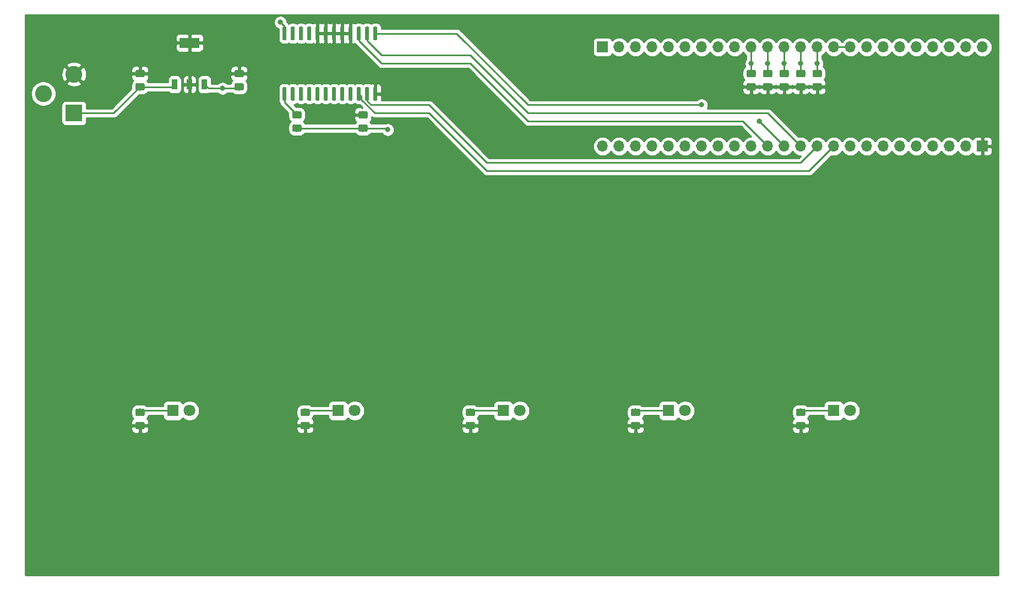
<source format=gtl>
G04 #@! TF.GenerationSoftware,KiCad,Pcbnew,(5.1.2-1)-1*
G04 #@! TF.CreationDate,2019-05-07T23:35:31-07:00*
G04 #@! TF.ProjectId,control_board,636f6e74-726f-46c5-9f62-6f6172642e6b,rev?*
G04 #@! TF.SameCoordinates,Original*
G04 #@! TF.FileFunction,Copper,L1,Top*
G04 #@! TF.FilePolarity,Positive*
%FSLAX46Y46*%
G04 Gerber Fmt 4.6, Leading zero omitted, Abs format (unit mm)*
G04 Created by KiCad (PCBNEW (5.1.2-1)-1) date 2019-05-07 23:35:31*
%MOMM*%
%LPD*%
G04 APERTURE LIST*
%ADD10C,0.100000*%
%ADD11C,1.150000*%
%ADD12R,2.600000X2.600000*%
%ADD13C,2.600000*%
%ADD14C,0.600000*%
%ADD15R,0.838200X1.600200*%
%ADD16R,3.048000X1.600200*%
%ADD17C,1.800000*%
%ADD18R,1.800000X1.800000*%
%ADD19O,1.700000X1.700000*%
%ADD20R,1.700000X1.700000*%
%ADD21C,0.800000*%
%ADD22C,0.250000*%
%ADD23C,0.254000*%
G04 APERTURE END LIST*
D10*
G36*
X93184505Y-60141204D02*
G01*
X93208773Y-60144804D01*
X93232572Y-60150765D01*
X93255671Y-60159030D01*
X93277850Y-60169520D01*
X93298893Y-60182132D01*
X93318599Y-60196747D01*
X93336777Y-60213223D01*
X93353253Y-60231401D01*
X93367868Y-60251107D01*
X93380480Y-60272150D01*
X93390970Y-60294329D01*
X93399235Y-60317428D01*
X93405196Y-60341227D01*
X93408796Y-60365495D01*
X93410000Y-60389999D01*
X93410000Y-61040001D01*
X93408796Y-61064505D01*
X93405196Y-61088773D01*
X93399235Y-61112572D01*
X93390970Y-61135671D01*
X93380480Y-61157850D01*
X93367868Y-61178893D01*
X93353253Y-61198599D01*
X93336777Y-61216777D01*
X93318599Y-61233253D01*
X93298893Y-61247868D01*
X93277850Y-61260480D01*
X93255671Y-61270970D01*
X93232572Y-61279235D01*
X93208773Y-61285196D01*
X93184505Y-61288796D01*
X93160001Y-61290000D01*
X92259999Y-61290000D01*
X92235495Y-61288796D01*
X92211227Y-61285196D01*
X92187428Y-61279235D01*
X92164329Y-61270970D01*
X92142150Y-61260480D01*
X92121107Y-61247868D01*
X92101401Y-61233253D01*
X92083223Y-61216777D01*
X92066747Y-61198599D01*
X92052132Y-61178893D01*
X92039520Y-61157850D01*
X92029030Y-61135671D01*
X92020765Y-61112572D01*
X92014804Y-61088773D01*
X92011204Y-61064505D01*
X92010000Y-61040001D01*
X92010000Y-60389999D01*
X92011204Y-60365495D01*
X92014804Y-60341227D01*
X92020765Y-60317428D01*
X92029030Y-60294329D01*
X92039520Y-60272150D01*
X92052132Y-60251107D01*
X92066747Y-60231401D01*
X92083223Y-60213223D01*
X92101401Y-60196747D01*
X92121107Y-60182132D01*
X92142150Y-60169520D01*
X92164329Y-60159030D01*
X92187428Y-60150765D01*
X92211227Y-60144804D01*
X92235495Y-60141204D01*
X92259999Y-60140000D01*
X93160001Y-60140000D01*
X93184505Y-60141204D01*
X93184505Y-60141204D01*
G37*
D11*
X92710000Y-60715000D03*
D10*
G36*
X93184505Y-58091204D02*
G01*
X93208773Y-58094804D01*
X93232572Y-58100765D01*
X93255671Y-58109030D01*
X93277850Y-58119520D01*
X93298893Y-58132132D01*
X93318599Y-58146747D01*
X93336777Y-58163223D01*
X93353253Y-58181401D01*
X93367868Y-58201107D01*
X93380480Y-58222150D01*
X93390970Y-58244329D01*
X93399235Y-58267428D01*
X93405196Y-58291227D01*
X93408796Y-58315495D01*
X93410000Y-58339999D01*
X93410000Y-58990001D01*
X93408796Y-59014505D01*
X93405196Y-59038773D01*
X93399235Y-59062572D01*
X93390970Y-59085671D01*
X93380480Y-59107850D01*
X93367868Y-59128893D01*
X93353253Y-59148599D01*
X93336777Y-59166777D01*
X93318599Y-59183253D01*
X93298893Y-59197868D01*
X93277850Y-59210480D01*
X93255671Y-59220970D01*
X93232572Y-59229235D01*
X93208773Y-59235196D01*
X93184505Y-59238796D01*
X93160001Y-59240000D01*
X92259999Y-59240000D01*
X92235495Y-59238796D01*
X92211227Y-59235196D01*
X92187428Y-59229235D01*
X92164329Y-59220970D01*
X92142150Y-59210480D01*
X92121107Y-59197868D01*
X92101401Y-59183253D01*
X92083223Y-59166777D01*
X92066747Y-59148599D01*
X92052132Y-59128893D01*
X92039520Y-59107850D01*
X92029030Y-59085671D01*
X92020765Y-59062572D01*
X92014804Y-59038773D01*
X92011204Y-59014505D01*
X92010000Y-58990001D01*
X92010000Y-58339999D01*
X92011204Y-58315495D01*
X92014804Y-58291227D01*
X92020765Y-58267428D01*
X92029030Y-58244329D01*
X92039520Y-58222150D01*
X92052132Y-58201107D01*
X92066747Y-58181401D01*
X92083223Y-58163223D01*
X92101401Y-58146747D01*
X92121107Y-58132132D01*
X92142150Y-58119520D01*
X92164329Y-58109030D01*
X92187428Y-58100765D01*
X92211227Y-58094804D01*
X92235495Y-58091204D01*
X92259999Y-58090000D01*
X93160001Y-58090000D01*
X93184505Y-58091204D01*
X93184505Y-58091204D01*
G37*
D11*
X92710000Y-58665000D03*
D10*
G36*
X108424505Y-58091204D02*
G01*
X108448773Y-58094804D01*
X108472572Y-58100765D01*
X108495671Y-58109030D01*
X108517850Y-58119520D01*
X108538893Y-58132132D01*
X108558599Y-58146747D01*
X108576777Y-58163223D01*
X108593253Y-58181401D01*
X108607868Y-58201107D01*
X108620480Y-58222150D01*
X108630970Y-58244329D01*
X108639235Y-58267428D01*
X108645196Y-58291227D01*
X108648796Y-58315495D01*
X108650000Y-58339999D01*
X108650000Y-58990001D01*
X108648796Y-59014505D01*
X108645196Y-59038773D01*
X108639235Y-59062572D01*
X108630970Y-59085671D01*
X108620480Y-59107850D01*
X108607868Y-59128893D01*
X108593253Y-59148599D01*
X108576777Y-59166777D01*
X108558599Y-59183253D01*
X108538893Y-59197868D01*
X108517850Y-59210480D01*
X108495671Y-59220970D01*
X108472572Y-59229235D01*
X108448773Y-59235196D01*
X108424505Y-59238796D01*
X108400001Y-59240000D01*
X107499999Y-59240000D01*
X107475495Y-59238796D01*
X107451227Y-59235196D01*
X107427428Y-59229235D01*
X107404329Y-59220970D01*
X107382150Y-59210480D01*
X107361107Y-59197868D01*
X107341401Y-59183253D01*
X107323223Y-59166777D01*
X107306747Y-59148599D01*
X107292132Y-59128893D01*
X107279520Y-59107850D01*
X107269030Y-59085671D01*
X107260765Y-59062572D01*
X107254804Y-59038773D01*
X107251204Y-59014505D01*
X107250000Y-58990001D01*
X107250000Y-58339999D01*
X107251204Y-58315495D01*
X107254804Y-58291227D01*
X107260765Y-58267428D01*
X107269030Y-58244329D01*
X107279520Y-58222150D01*
X107292132Y-58201107D01*
X107306747Y-58181401D01*
X107323223Y-58163223D01*
X107341401Y-58146747D01*
X107361107Y-58132132D01*
X107382150Y-58119520D01*
X107404329Y-58109030D01*
X107427428Y-58100765D01*
X107451227Y-58094804D01*
X107475495Y-58091204D01*
X107499999Y-58090000D01*
X108400001Y-58090000D01*
X108424505Y-58091204D01*
X108424505Y-58091204D01*
G37*
D11*
X107950000Y-58665000D03*
D10*
G36*
X108424505Y-60141204D02*
G01*
X108448773Y-60144804D01*
X108472572Y-60150765D01*
X108495671Y-60159030D01*
X108517850Y-60169520D01*
X108538893Y-60182132D01*
X108558599Y-60196747D01*
X108576777Y-60213223D01*
X108593253Y-60231401D01*
X108607868Y-60251107D01*
X108620480Y-60272150D01*
X108630970Y-60294329D01*
X108639235Y-60317428D01*
X108645196Y-60341227D01*
X108648796Y-60365495D01*
X108650000Y-60389999D01*
X108650000Y-61040001D01*
X108648796Y-61064505D01*
X108645196Y-61088773D01*
X108639235Y-61112572D01*
X108630970Y-61135671D01*
X108620480Y-61157850D01*
X108607868Y-61178893D01*
X108593253Y-61198599D01*
X108576777Y-61216777D01*
X108558599Y-61233253D01*
X108538893Y-61247868D01*
X108517850Y-61260480D01*
X108495671Y-61270970D01*
X108472572Y-61279235D01*
X108448773Y-61285196D01*
X108424505Y-61288796D01*
X108400001Y-61290000D01*
X107499999Y-61290000D01*
X107475495Y-61288796D01*
X107451227Y-61285196D01*
X107427428Y-61279235D01*
X107404329Y-61270970D01*
X107382150Y-61260480D01*
X107361107Y-61247868D01*
X107341401Y-61233253D01*
X107323223Y-61216777D01*
X107306747Y-61198599D01*
X107292132Y-61178893D01*
X107279520Y-61157850D01*
X107269030Y-61135671D01*
X107260765Y-61112572D01*
X107254804Y-61088773D01*
X107251204Y-61064505D01*
X107250000Y-61040001D01*
X107250000Y-60389999D01*
X107251204Y-60365495D01*
X107254804Y-60341227D01*
X107260765Y-60317428D01*
X107269030Y-60294329D01*
X107279520Y-60272150D01*
X107292132Y-60251107D01*
X107306747Y-60231401D01*
X107323223Y-60213223D01*
X107341401Y-60196747D01*
X107361107Y-60182132D01*
X107382150Y-60169520D01*
X107404329Y-60159030D01*
X107427428Y-60150765D01*
X107451227Y-60144804D01*
X107475495Y-60141204D01*
X107499999Y-60140000D01*
X108400001Y-60140000D01*
X108424505Y-60141204D01*
X108424505Y-60141204D01*
G37*
D11*
X107950000Y-60715000D03*
D10*
G36*
X127474505Y-66491204D02*
G01*
X127498773Y-66494804D01*
X127522572Y-66500765D01*
X127545671Y-66509030D01*
X127567850Y-66519520D01*
X127588893Y-66532132D01*
X127608599Y-66546747D01*
X127626777Y-66563223D01*
X127643253Y-66581401D01*
X127657868Y-66601107D01*
X127670480Y-66622150D01*
X127680970Y-66644329D01*
X127689235Y-66667428D01*
X127695196Y-66691227D01*
X127698796Y-66715495D01*
X127700000Y-66739999D01*
X127700000Y-67390001D01*
X127698796Y-67414505D01*
X127695196Y-67438773D01*
X127689235Y-67462572D01*
X127680970Y-67485671D01*
X127670480Y-67507850D01*
X127657868Y-67528893D01*
X127643253Y-67548599D01*
X127626777Y-67566777D01*
X127608599Y-67583253D01*
X127588893Y-67597868D01*
X127567850Y-67610480D01*
X127545671Y-67620970D01*
X127522572Y-67629235D01*
X127498773Y-67635196D01*
X127474505Y-67638796D01*
X127450001Y-67640000D01*
X126549999Y-67640000D01*
X126525495Y-67638796D01*
X126501227Y-67635196D01*
X126477428Y-67629235D01*
X126454329Y-67620970D01*
X126432150Y-67610480D01*
X126411107Y-67597868D01*
X126391401Y-67583253D01*
X126373223Y-67566777D01*
X126356747Y-67548599D01*
X126342132Y-67528893D01*
X126329520Y-67507850D01*
X126319030Y-67485671D01*
X126310765Y-67462572D01*
X126304804Y-67438773D01*
X126301204Y-67414505D01*
X126300000Y-67390001D01*
X126300000Y-66739999D01*
X126301204Y-66715495D01*
X126304804Y-66691227D01*
X126310765Y-66667428D01*
X126319030Y-66644329D01*
X126329520Y-66622150D01*
X126342132Y-66601107D01*
X126356747Y-66581401D01*
X126373223Y-66563223D01*
X126391401Y-66546747D01*
X126411107Y-66532132D01*
X126432150Y-66519520D01*
X126454329Y-66509030D01*
X126477428Y-66500765D01*
X126501227Y-66494804D01*
X126525495Y-66491204D01*
X126549999Y-66490000D01*
X127450001Y-66490000D01*
X127474505Y-66491204D01*
X127474505Y-66491204D01*
G37*
D11*
X127000000Y-67065000D03*
D10*
G36*
X127474505Y-64441204D02*
G01*
X127498773Y-64444804D01*
X127522572Y-64450765D01*
X127545671Y-64459030D01*
X127567850Y-64469520D01*
X127588893Y-64482132D01*
X127608599Y-64496747D01*
X127626777Y-64513223D01*
X127643253Y-64531401D01*
X127657868Y-64551107D01*
X127670480Y-64572150D01*
X127680970Y-64594329D01*
X127689235Y-64617428D01*
X127695196Y-64641227D01*
X127698796Y-64665495D01*
X127700000Y-64689999D01*
X127700000Y-65340001D01*
X127698796Y-65364505D01*
X127695196Y-65388773D01*
X127689235Y-65412572D01*
X127680970Y-65435671D01*
X127670480Y-65457850D01*
X127657868Y-65478893D01*
X127643253Y-65498599D01*
X127626777Y-65516777D01*
X127608599Y-65533253D01*
X127588893Y-65547868D01*
X127567850Y-65560480D01*
X127545671Y-65570970D01*
X127522572Y-65579235D01*
X127498773Y-65585196D01*
X127474505Y-65588796D01*
X127450001Y-65590000D01*
X126549999Y-65590000D01*
X126525495Y-65588796D01*
X126501227Y-65585196D01*
X126477428Y-65579235D01*
X126454329Y-65570970D01*
X126432150Y-65560480D01*
X126411107Y-65547868D01*
X126391401Y-65533253D01*
X126373223Y-65516777D01*
X126356747Y-65498599D01*
X126342132Y-65478893D01*
X126329520Y-65457850D01*
X126319030Y-65435671D01*
X126310765Y-65412572D01*
X126304804Y-65388773D01*
X126301204Y-65364505D01*
X126300000Y-65340001D01*
X126300000Y-64689999D01*
X126301204Y-64665495D01*
X126304804Y-64641227D01*
X126310765Y-64617428D01*
X126319030Y-64594329D01*
X126329520Y-64572150D01*
X126342132Y-64551107D01*
X126356747Y-64531401D01*
X126373223Y-64513223D01*
X126391401Y-64496747D01*
X126411107Y-64482132D01*
X126432150Y-64469520D01*
X126454329Y-64459030D01*
X126477428Y-64450765D01*
X126501227Y-64444804D01*
X126525495Y-64441204D01*
X126549999Y-64440000D01*
X127450001Y-64440000D01*
X127474505Y-64441204D01*
X127474505Y-64441204D01*
G37*
D11*
X127000000Y-65015000D03*
D12*
X82550000Y-64770000D03*
D13*
X82550000Y-58770000D03*
X77850000Y-61770000D03*
D10*
G36*
X197324505Y-60141204D02*
G01*
X197348773Y-60144804D01*
X197372572Y-60150765D01*
X197395671Y-60159030D01*
X197417850Y-60169520D01*
X197438893Y-60182132D01*
X197458599Y-60196747D01*
X197476777Y-60213223D01*
X197493253Y-60231401D01*
X197507868Y-60251107D01*
X197520480Y-60272150D01*
X197530970Y-60294329D01*
X197539235Y-60317428D01*
X197545196Y-60341227D01*
X197548796Y-60365495D01*
X197550000Y-60389999D01*
X197550000Y-61040001D01*
X197548796Y-61064505D01*
X197545196Y-61088773D01*
X197539235Y-61112572D01*
X197530970Y-61135671D01*
X197520480Y-61157850D01*
X197507868Y-61178893D01*
X197493253Y-61198599D01*
X197476777Y-61216777D01*
X197458599Y-61233253D01*
X197438893Y-61247868D01*
X197417850Y-61260480D01*
X197395671Y-61270970D01*
X197372572Y-61279235D01*
X197348773Y-61285196D01*
X197324505Y-61288796D01*
X197300001Y-61290000D01*
X196399999Y-61290000D01*
X196375495Y-61288796D01*
X196351227Y-61285196D01*
X196327428Y-61279235D01*
X196304329Y-61270970D01*
X196282150Y-61260480D01*
X196261107Y-61247868D01*
X196241401Y-61233253D01*
X196223223Y-61216777D01*
X196206747Y-61198599D01*
X196192132Y-61178893D01*
X196179520Y-61157850D01*
X196169030Y-61135671D01*
X196160765Y-61112572D01*
X196154804Y-61088773D01*
X196151204Y-61064505D01*
X196150000Y-61040001D01*
X196150000Y-60389999D01*
X196151204Y-60365495D01*
X196154804Y-60341227D01*
X196160765Y-60317428D01*
X196169030Y-60294329D01*
X196179520Y-60272150D01*
X196192132Y-60251107D01*
X196206747Y-60231401D01*
X196223223Y-60213223D01*
X196241401Y-60196747D01*
X196261107Y-60182132D01*
X196282150Y-60169520D01*
X196304329Y-60159030D01*
X196327428Y-60150765D01*
X196351227Y-60144804D01*
X196375495Y-60141204D01*
X196399999Y-60140000D01*
X197300001Y-60140000D01*
X197324505Y-60141204D01*
X197324505Y-60141204D01*
G37*
D11*
X196850000Y-60715000D03*
D10*
G36*
X197324505Y-58091204D02*
G01*
X197348773Y-58094804D01*
X197372572Y-58100765D01*
X197395671Y-58109030D01*
X197417850Y-58119520D01*
X197438893Y-58132132D01*
X197458599Y-58146747D01*
X197476777Y-58163223D01*
X197493253Y-58181401D01*
X197507868Y-58201107D01*
X197520480Y-58222150D01*
X197530970Y-58244329D01*
X197539235Y-58267428D01*
X197545196Y-58291227D01*
X197548796Y-58315495D01*
X197550000Y-58339999D01*
X197550000Y-58990001D01*
X197548796Y-59014505D01*
X197545196Y-59038773D01*
X197539235Y-59062572D01*
X197530970Y-59085671D01*
X197520480Y-59107850D01*
X197507868Y-59128893D01*
X197493253Y-59148599D01*
X197476777Y-59166777D01*
X197458599Y-59183253D01*
X197438893Y-59197868D01*
X197417850Y-59210480D01*
X197395671Y-59220970D01*
X197372572Y-59229235D01*
X197348773Y-59235196D01*
X197324505Y-59238796D01*
X197300001Y-59240000D01*
X196399999Y-59240000D01*
X196375495Y-59238796D01*
X196351227Y-59235196D01*
X196327428Y-59229235D01*
X196304329Y-59220970D01*
X196282150Y-59210480D01*
X196261107Y-59197868D01*
X196241401Y-59183253D01*
X196223223Y-59166777D01*
X196206747Y-59148599D01*
X196192132Y-59128893D01*
X196179520Y-59107850D01*
X196169030Y-59085671D01*
X196160765Y-59062572D01*
X196154804Y-59038773D01*
X196151204Y-59014505D01*
X196150000Y-58990001D01*
X196150000Y-58339999D01*
X196151204Y-58315495D01*
X196154804Y-58291227D01*
X196160765Y-58267428D01*
X196169030Y-58244329D01*
X196179520Y-58222150D01*
X196192132Y-58201107D01*
X196206747Y-58181401D01*
X196223223Y-58163223D01*
X196241401Y-58146747D01*
X196261107Y-58132132D01*
X196282150Y-58119520D01*
X196304329Y-58109030D01*
X196327428Y-58100765D01*
X196351227Y-58094804D01*
X196375495Y-58091204D01*
X196399999Y-58090000D01*
X197300001Y-58090000D01*
X197324505Y-58091204D01*
X197324505Y-58091204D01*
G37*
D11*
X196850000Y-58665000D03*
D10*
G36*
X194784505Y-110161204D02*
G01*
X194808773Y-110164804D01*
X194832572Y-110170765D01*
X194855671Y-110179030D01*
X194877850Y-110189520D01*
X194898893Y-110202132D01*
X194918599Y-110216747D01*
X194936777Y-110233223D01*
X194953253Y-110251401D01*
X194967868Y-110271107D01*
X194980480Y-110292150D01*
X194990970Y-110314329D01*
X194999235Y-110337428D01*
X195005196Y-110361227D01*
X195008796Y-110385495D01*
X195010000Y-110409999D01*
X195010000Y-111060001D01*
X195008796Y-111084505D01*
X195005196Y-111108773D01*
X194999235Y-111132572D01*
X194990970Y-111155671D01*
X194980480Y-111177850D01*
X194967868Y-111198893D01*
X194953253Y-111218599D01*
X194936777Y-111236777D01*
X194918599Y-111253253D01*
X194898893Y-111267868D01*
X194877850Y-111280480D01*
X194855671Y-111290970D01*
X194832572Y-111299235D01*
X194808773Y-111305196D01*
X194784505Y-111308796D01*
X194760001Y-111310000D01*
X193859999Y-111310000D01*
X193835495Y-111308796D01*
X193811227Y-111305196D01*
X193787428Y-111299235D01*
X193764329Y-111290970D01*
X193742150Y-111280480D01*
X193721107Y-111267868D01*
X193701401Y-111253253D01*
X193683223Y-111236777D01*
X193666747Y-111218599D01*
X193652132Y-111198893D01*
X193639520Y-111177850D01*
X193629030Y-111155671D01*
X193620765Y-111132572D01*
X193614804Y-111108773D01*
X193611204Y-111084505D01*
X193610000Y-111060001D01*
X193610000Y-110409999D01*
X193611204Y-110385495D01*
X193614804Y-110361227D01*
X193620765Y-110337428D01*
X193629030Y-110314329D01*
X193639520Y-110292150D01*
X193652132Y-110271107D01*
X193666747Y-110251401D01*
X193683223Y-110233223D01*
X193701401Y-110216747D01*
X193721107Y-110202132D01*
X193742150Y-110189520D01*
X193764329Y-110179030D01*
X193787428Y-110170765D01*
X193811227Y-110164804D01*
X193835495Y-110161204D01*
X193859999Y-110160000D01*
X194760001Y-110160000D01*
X194784505Y-110161204D01*
X194784505Y-110161204D01*
G37*
D11*
X194310000Y-110735000D03*
D10*
G36*
X194784505Y-112211204D02*
G01*
X194808773Y-112214804D01*
X194832572Y-112220765D01*
X194855671Y-112229030D01*
X194877850Y-112239520D01*
X194898893Y-112252132D01*
X194918599Y-112266747D01*
X194936777Y-112283223D01*
X194953253Y-112301401D01*
X194967868Y-112321107D01*
X194980480Y-112342150D01*
X194990970Y-112364329D01*
X194999235Y-112387428D01*
X195005196Y-112411227D01*
X195008796Y-112435495D01*
X195010000Y-112459999D01*
X195010000Y-113110001D01*
X195008796Y-113134505D01*
X195005196Y-113158773D01*
X194999235Y-113182572D01*
X194990970Y-113205671D01*
X194980480Y-113227850D01*
X194967868Y-113248893D01*
X194953253Y-113268599D01*
X194936777Y-113286777D01*
X194918599Y-113303253D01*
X194898893Y-113317868D01*
X194877850Y-113330480D01*
X194855671Y-113340970D01*
X194832572Y-113349235D01*
X194808773Y-113355196D01*
X194784505Y-113358796D01*
X194760001Y-113360000D01*
X193859999Y-113360000D01*
X193835495Y-113358796D01*
X193811227Y-113355196D01*
X193787428Y-113349235D01*
X193764329Y-113340970D01*
X193742150Y-113330480D01*
X193721107Y-113317868D01*
X193701401Y-113303253D01*
X193683223Y-113286777D01*
X193666747Y-113268599D01*
X193652132Y-113248893D01*
X193639520Y-113227850D01*
X193629030Y-113205671D01*
X193620765Y-113182572D01*
X193614804Y-113158773D01*
X193611204Y-113134505D01*
X193610000Y-113110001D01*
X193610000Y-112459999D01*
X193611204Y-112435495D01*
X193614804Y-112411227D01*
X193620765Y-112387428D01*
X193629030Y-112364329D01*
X193639520Y-112342150D01*
X193652132Y-112321107D01*
X193666747Y-112301401D01*
X193683223Y-112283223D01*
X193701401Y-112266747D01*
X193721107Y-112252132D01*
X193742150Y-112239520D01*
X193764329Y-112229030D01*
X193787428Y-112220765D01*
X193811227Y-112214804D01*
X193835495Y-112211204D01*
X193859999Y-112210000D01*
X194760001Y-112210000D01*
X194784505Y-112211204D01*
X194784505Y-112211204D01*
G37*
D11*
X194310000Y-112785000D03*
D10*
G36*
X194784505Y-60141204D02*
G01*
X194808773Y-60144804D01*
X194832572Y-60150765D01*
X194855671Y-60159030D01*
X194877850Y-60169520D01*
X194898893Y-60182132D01*
X194918599Y-60196747D01*
X194936777Y-60213223D01*
X194953253Y-60231401D01*
X194967868Y-60251107D01*
X194980480Y-60272150D01*
X194990970Y-60294329D01*
X194999235Y-60317428D01*
X195005196Y-60341227D01*
X195008796Y-60365495D01*
X195010000Y-60389999D01*
X195010000Y-61040001D01*
X195008796Y-61064505D01*
X195005196Y-61088773D01*
X194999235Y-61112572D01*
X194990970Y-61135671D01*
X194980480Y-61157850D01*
X194967868Y-61178893D01*
X194953253Y-61198599D01*
X194936777Y-61216777D01*
X194918599Y-61233253D01*
X194898893Y-61247868D01*
X194877850Y-61260480D01*
X194855671Y-61270970D01*
X194832572Y-61279235D01*
X194808773Y-61285196D01*
X194784505Y-61288796D01*
X194760001Y-61290000D01*
X193859999Y-61290000D01*
X193835495Y-61288796D01*
X193811227Y-61285196D01*
X193787428Y-61279235D01*
X193764329Y-61270970D01*
X193742150Y-61260480D01*
X193721107Y-61247868D01*
X193701401Y-61233253D01*
X193683223Y-61216777D01*
X193666747Y-61198599D01*
X193652132Y-61178893D01*
X193639520Y-61157850D01*
X193629030Y-61135671D01*
X193620765Y-61112572D01*
X193614804Y-61088773D01*
X193611204Y-61064505D01*
X193610000Y-61040001D01*
X193610000Y-60389999D01*
X193611204Y-60365495D01*
X193614804Y-60341227D01*
X193620765Y-60317428D01*
X193629030Y-60294329D01*
X193639520Y-60272150D01*
X193652132Y-60251107D01*
X193666747Y-60231401D01*
X193683223Y-60213223D01*
X193701401Y-60196747D01*
X193721107Y-60182132D01*
X193742150Y-60169520D01*
X193764329Y-60159030D01*
X193787428Y-60150765D01*
X193811227Y-60144804D01*
X193835495Y-60141204D01*
X193859999Y-60140000D01*
X194760001Y-60140000D01*
X194784505Y-60141204D01*
X194784505Y-60141204D01*
G37*
D11*
X194310000Y-60715000D03*
D10*
G36*
X194784505Y-58091204D02*
G01*
X194808773Y-58094804D01*
X194832572Y-58100765D01*
X194855671Y-58109030D01*
X194877850Y-58119520D01*
X194898893Y-58132132D01*
X194918599Y-58146747D01*
X194936777Y-58163223D01*
X194953253Y-58181401D01*
X194967868Y-58201107D01*
X194980480Y-58222150D01*
X194990970Y-58244329D01*
X194999235Y-58267428D01*
X195005196Y-58291227D01*
X195008796Y-58315495D01*
X195010000Y-58339999D01*
X195010000Y-58990001D01*
X195008796Y-59014505D01*
X195005196Y-59038773D01*
X194999235Y-59062572D01*
X194990970Y-59085671D01*
X194980480Y-59107850D01*
X194967868Y-59128893D01*
X194953253Y-59148599D01*
X194936777Y-59166777D01*
X194918599Y-59183253D01*
X194898893Y-59197868D01*
X194877850Y-59210480D01*
X194855671Y-59220970D01*
X194832572Y-59229235D01*
X194808773Y-59235196D01*
X194784505Y-59238796D01*
X194760001Y-59240000D01*
X193859999Y-59240000D01*
X193835495Y-59238796D01*
X193811227Y-59235196D01*
X193787428Y-59229235D01*
X193764329Y-59220970D01*
X193742150Y-59210480D01*
X193721107Y-59197868D01*
X193701401Y-59183253D01*
X193683223Y-59166777D01*
X193666747Y-59148599D01*
X193652132Y-59128893D01*
X193639520Y-59107850D01*
X193629030Y-59085671D01*
X193620765Y-59062572D01*
X193614804Y-59038773D01*
X193611204Y-59014505D01*
X193610000Y-58990001D01*
X193610000Y-58339999D01*
X193611204Y-58315495D01*
X193614804Y-58291227D01*
X193620765Y-58267428D01*
X193629030Y-58244329D01*
X193639520Y-58222150D01*
X193652132Y-58201107D01*
X193666747Y-58181401D01*
X193683223Y-58163223D01*
X193701401Y-58146747D01*
X193721107Y-58132132D01*
X193742150Y-58119520D01*
X193764329Y-58109030D01*
X193787428Y-58100765D01*
X193811227Y-58094804D01*
X193835495Y-58091204D01*
X193859999Y-58090000D01*
X194760001Y-58090000D01*
X194784505Y-58091204D01*
X194784505Y-58091204D01*
G37*
D11*
X194310000Y-58665000D03*
D10*
G36*
X169384505Y-110161204D02*
G01*
X169408773Y-110164804D01*
X169432572Y-110170765D01*
X169455671Y-110179030D01*
X169477850Y-110189520D01*
X169498893Y-110202132D01*
X169518599Y-110216747D01*
X169536777Y-110233223D01*
X169553253Y-110251401D01*
X169567868Y-110271107D01*
X169580480Y-110292150D01*
X169590970Y-110314329D01*
X169599235Y-110337428D01*
X169605196Y-110361227D01*
X169608796Y-110385495D01*
X169610000Y-110409999D01*
X169610000Y-111060001D01*
X169608796Y-111084505D01*
X169605196Y-111108773D01*
X169599235Y-111132572D01*
X169590970Y-111155671D01*
X169580480Y-111177850D01*
X169567868Y-111198893D01*
X169553253Y-111218599D01*
X169536777Y-111236777D01*
X169518599Y-111253253D01*
X169498893Y-111267868D01*
X169477850Y-111280480D01*
X169455671Y-111290970D01*
X169432572Y-111299235D01*
X169408773Y-111305196D01*
X169384505Y-111308796D01*
X169360001Y-111310000D01*
X168459999Y-111310000D01*
X168435495Y-111308796D01*
X168411227Y-111305196D01*
X168387428Y-111299235D01*
X168364329Y-111290970D01*
X168342150Y-111280480D01*
X168321107Y-111267868D01*
X168301401Y-111253253D01*
X168283223Y-111236777D01*
X168266747Y-111218599D01*
X168252132Y-111198893D01*
X168239520Y-111177850D01*
X168229030Y-111155671D01*
X168220765Y-111132572D01*
X168214804Y-111108773D01*
X168211204Y-111084505D01*
X168210000Y-111060001D01*
X168210000Y-110409999D01*
X168211204Y-110385495D01*
X168214804Y-110361227D01*
X168220765Y-110337428D01*
X168229030Y-110314329D01*
X168239520Y-110292150D01*
X168252132Y-110271107D01*
X168266747Y-110251401D01*
X168283223Y-110233223D01*
X168301401Y-110216747D01*
X168321107Y-110202132D01*
X168342150Y-110189520D01*
X168364329Y-110179030D01*
X168387428Y-110170765D01*
X168411227Y-110164804D01*
X168435495Y-110161204D01*
X168459999Y-110160000D01*
X169360001Y-110160000D01*
X169384505Y-110161204D01*
X169384505Y-110161204D01*
G37*
D11*
X168910000Y-110735000D03*
D10*
G36*
X169384505Y-112211204D02*
G01*
X169408773Y-112214804D01*
X169432572Y-112220765D01*
X169455671Y-112229030D01*
X169477850Y-112239520D01*
X169498893Y-112252132D01*
X169518599Y-112266747D01*
X169536777Y-112283223D01*
X169553253Y-112301401D01*
X169567868Y-112321107D01*
X169580480Y-112342150D01*
X169590970Y-112364329D01*
X169599235Y-112387428D01*
X169605196Y-112411227D01*
X169608796Y-112435495D01*
X169610000Y-112459999D01*
X169610000Y-113110001D01*
X169608796Y-113134505D01*
X169605196Y-113158773D01*
X169599235Y-113182572D01*
X169590970Y-113205671D01*
X169580480Y-113227850D01*
X169567868Y-113248893D01*
X169553253Y-113268599D01*
X169536777Y-113286777D01*
X169518599Y-113303253D01*
X169498893Y-113317868D01*
X169477850Y-113330480D01*
X169455671Y-113340970D01*
X169432572Y-113349235D01*
X169408773Y-113355196D01*
X169384505Y-113358796D01*
X169360001Y-113360000D01*
X168459999Y-113360000D01*
X168435495Y-113358796D01*
X168411227Y-113355196D01*
X168387428Y-113349235D01*
X168364329Y-113340970D01*
X168342150Y-113330480D01*
X168321107Y-113317868D01*
X168301401Y-113303253D01*
X168283223Y-113286777D01*
X168266747Y-113268599D01*
X168252132Y-113248893D01*
X168239520Y-113227850D01*
X168229030Y-113205671D01*
X168220765Y-113182572D01*
X168214804Y-113158773D01*
X168211204Y-113134505D01*
X168210000Y-113110001D01*
X168210000Y-112459999D01*
X168211204Y-112435495D01*
X168214804Y-112411227D01*
X168220765Y-112387428D01*
X168229030Y-112364329D01*
X168239520Y-112342150D01*
X168252132Y-112321107D01*
X168266747Y-112301401D01*
X168283223Y-112283223D01*
X168301401Y-112266747D01*
X168321107Y-112252132D01*
X168342150Y-112239520D01*
X168364329Y-112229030D01*
X168387428Y-112220765D01*
X168411227Y-112214804D01*
X168435495Y-112211204D01*
X168459999Y-112210000D01*
X169360001Y-112210000D01*
X169384505Y-112211204D01*
X169384505Y-112211204D01*
G37*
D11*
X168910000Y-112785000D03*
D10*
G36*
X192244505Y-60141204D02*
G01*
X192268773Y-60144804D01*
X192292572Y-60150765D01*
X192315671Y-60159030D01*
X192337850Y-60169520D01*
X192358893Y-60182132D01*
X192378599Y-60196747D01*
X192396777Y-60213223D01*
X192413253Y-60231401D01*
X192427868Y-60251107D01*
X192440480Y-60272150D01*
X192450970Y-60294329D01*
X192459235Y-60317428D01*
X192465196Y-60341227D01*
X192468796Y-60365495D01*
X192470000Y-60389999D01*
X192470000Y-61040001D01*
X192468796Y-61064505D01*
X192465196Y-61088773D01*
X192459235Y-61112572D01*
X192450970Y-61135671D01*
X192440480Y-61157850D01*
X192427868Y-61178893D01*
X192413253Y-61198599D01*
X192396777Y-61216777D01*
X192378599Y-61233253D01*
X192358893Y-61247868D01*
X192337850Y-61260480D01*
X192315671Y-61270970D01*
X192292572Y-61279235D01*
X192268773Y-61285196D01*
X192244505Y-61288796D01*
X192220001Y-61290000D01*
X191319999Y-61290000D01*
X191295495Y-61288796D01*
X191271227Y-61285196D01*
X191247428Y-61279235D01*
X191224329Y-61270970D01*
X191202150Y-61260480D01*
X191181107Y-61247868D01*
X191161401Y-61233253D01*
X191143223Y-61216777D01*
X191126747Y-61198599D01*
X191112132Y-61178893D01*
X191099520Y-61157850D01*
X191089030Y-61135671D01*
X191080765Y-61112572D01*
X191074804Y-61088773D01*
X191071204Y-61064505D01*
X191070000Y-61040001D01*
X191070000Y-60389999D01*
X191071204Y-60365495D01*
X191074804Y-60341227D01*
X191080765Y-60317428D01*
X191089030Y-60294329D01*
X191099520Y-60272150D01*
X191112132Y-60251107D01*
X191126747Y-60231401D01*
X191143223Y-60213223D01*
X191161401Y-60196747D01*
X191181107Y-60182132D01*
X191202150Y-60169520D01*
X191224329Y-60159030D01*
X191247428Y-60150765D01*
X191271227Y-60144804D01*
X191295495Y-60141204D01*
X191319999Y-60140000D01*
X192220001Y-60140000D01*
X192244505Y-60141204D01*
X192244505Y-60141204D01*
G37*
D11*
X191770000Y-60715000D03*
D10*
G36*
X192244505Y-58091204D02*
G01*
X192268773Y-58094804D01*
X192292572Y-58100765D01*
X192315671Y-58109030D01*
X192337850Y-58119520D01*
X192358893Y-58132132D01*
X192378599Y-58146747D01*
X192396777Y-58163223D01*
X192413253Y-58181401D01*
X192427868Y-58201107D01*
X192440480Y-58222150D01*
X192450970Y-58244329D01*
X192459235Y-58267428D01*
X192465196Y-58291227D01*
X192468796Y-58315495D01*
X192470000Y-58339999D01*
X192470000Y-58990001D01*
X192468796Y-59014505D01*
X192465196Y-59038773D01*
X192459235Y-59062572D01*
X192450970Y-59085671D01*
X192440480Y-59107850D01*
X192427868Y-59128893D01*
X192413253Y-59148599D01*
X192396777Y-59166777D01*
X192378599Y-59183253D01*
X192358893Y-59197868D01*
X192337850Y-59210480D01*
X192315671Y-59220970D01*
X192292572Y-59229235D01*
X192268773Y-59235196D01*
X192244505Y-59238796D01*
X192220001Y-59240000D01*
X191319999Y-59240000D01*
X191295495Y-59238796D01*
X191271227Y-59235196D01*
X191247428Y-59229235D01*
X191224329Y-59220970D01*
X191202150Y-59210480D01*
X191181107Y-59197868D01*
X191161401Y-59183253D01*
X191143223Y-59166777D01*
X191126747Y-59148599D01*
X191112132Y-59128893D01*
X191099520Y-59107850D01*
X191089030Y-59085671D01*
X191080765Y-59062572D01*
X191074804Y-59038773D01*
X191071204Y-59014505D01*
X191070000Y-58990001D01*
X191070000Y-58339999D01*
X191071204Y-58315495D01*
X191074804Y-58291227D01*
X191080765Y-58267428D01*
X191089030Y-58244329D01*
X191099520Y-58222150D01*
X191112132Y-58201107D01*
X191126747Y-58181401D01*
X191143223Y-58163223D01*
X191161401Y-58146747D01*
X191181107Y-58132132D01*
X191202150Y-58119520D01*
X191224329Y-58109030D01*
X191247428Y-58100765D01*
X191271227Y-58094804D01*
X191295495Y-58091204D01*
X191319999Y-58090000D01*
X192220001Y-58090000D01*
X192244505Y-58091204D01*
X192244505Y-58091204D01*
G37*
D11*
X191770000Y-58665000D03*
D10*
G36*
X143984505Y-110161204D02*
G01*
X144008773Y-110164804D01*
X144032572Y-110170765D01*
X144055671Y-110179030D01*
X144077850Y-110189520D01*
X144098893Y-110202132D01*
X144118599Y-110216747D01*
X144136777Y-110233223D01*
X144153253Y-110251401D01*
X144167868Y-110271107D01*
X144180480Y-110292150D01*
X144190970Y-110314329D01*
X144199235Y-110337428D01*
X144205196Y-110361227D01*
X144208796Y-110385495D01*
X144210000Y-110409999D01*
X144210000Y-111060001D01*
X144208796Y-111084505D01*
X144205196Y-111108773D01*
X144199235Y-111132572D01*
X144190970Y-111155671D01*
X144180480Y-111177850D01*
X144167868Y-111198893D01*
X144153253Y-111218599D01*
X144136777Y-111236777D01*
X144118599Y-111253253D01*
X144098893Y-111267868D01*
X144077850Y-111280480D01*
X144055671Y-111290970D01*
X144032572Y-111299235D01*
X144008773Y-111305196D01*
X143984505Y-111308796D01*
X143960001Y-111310000D01*
X143059999Y-111310000D01*
X143035495Y-111308796D01*
X143011227Y-111305196D01*
X142987428Y-111299235D01*
X142964329Y-111290970D01*
X142942150Y-111280480D01*
X142921107Y-111267868D01*
X142901401Y-111253253D01*
X142883223Y-111236777D01*
X142866747Y-111218599D01*
X142852132Y-111198893D01*
X142839520Y-111177850D01*
X142829030Y-111155671D01*
X142820765Y-111132572D01*
X142814804Y-111108773D01*
X142811204Y-111084505D01*
X142810000Y-111060001D01*
X142810000Y-110409999D01*
X142811204Y-110385495D01*
X142814804Y-110361227D01*
X142820765Y-110337428D01*
X142829030Y-110314329D01*
X142839520Y-110292150D01*
X142852132Y-110271107D01*
X142866747Y-110251401D01*
X142883223Y-110233223D01*
X142901401Y-110216747D01*
X142921107Y-110202132D01*
X142942150Y-110189520D01*
X142964329Y-110179030D01*
X142987428Y-110170765D01*
X143011227Y-110164804D01*
X143035495Y-110161204D01*
X143059999Y-110160000D01*
X143960001Y-110160000D01*
X143984505Y-110161204D01*
X143984505Y-110161204D01*
G37*
D11*
X143510000Y-110735000D03*
D10*
G36*
X143984505Y-112211204D02*
G01*
X144008773Y-112214804D01*
X144032572Y-112220765D01*
X144055671Y-112229030D01*
X144077850Y-112239520D01*
X144098893Y-112252132D01*
X144118599Y-112266747D01*
X144136777Y-112283223D01*
X144153253Y-112301401D01*
X144167868Y-112321107D01*
X144180480Y-112342150D01*
X144190970Y-112364329D01*
X144199235Y-112387428D01*
X144205196Y-112411227D01*
X144208796Y-112435495D01*
X144210000Y-112459999D01*
X144210000Y-113110001D01*
X144208796Y-113134505D01*
X144205196Y-113158773D01*
X144199235Y-113182572D01*
X144190970Y-113205671D01*
X144180480Y-113227850D01*
X144167868Y-113248893D01*
X144153253Y-113268599D01*
X144136777Y-113286777D01*
X144118599Y-113303253D01*
X144098893Y-113317868D01*
X144077850Y-113330480D01*
X144055671Y-113340970D01*
X144032572Y-113349235D01*
X144008773Y-113355196D01*
X143984505Y-113358796D01*
X143960001Y-113360000D01*
X143059999Y-113360000D01*
X143035495Y-113358796D01*
X143011227Y-113355196D01*
X142987428Y-113349235D01*
X142964329Y-113340970D01*
X142942150Y-113330480D01*
X142921107Y-113317868D01*
X142901401Y-113303253D01*
X142883223Y-113286777D01*
X142866747Y-113268599D01*
X142852132Y-113248893D01*
X142839520Y-113227850D01*
X142829030Y-113205671D01*
X142820765Y-113182572D01*
X142814804Y-113158773D01*
X142811204Y-113134505D01*
X142810000Y-113110001D01*
X142810000Y-112459999D01*
X142811204Y-112435495D01*
X142814804Y-112411227D01*
X142820765Y-112387428D01*
X142829030Y-112364329D01*
X142839520Y-112342150D01*
X142852132Y-112321107D01*
X142866747Y-112301401D01*
X142883223Y-112283223D01*
X142901401Y-112266747D01*
X142921107Y-112252132D01*
X142942150Y-112239520D01*
X142964329Y-112229030D01*
X142987428Y-112220765D01*
X143011227Y-112214804D01*
X143035495Y-112211204D01*
X143059999Y-112210000D01*
X143960001Y-112210000D01*
X143984505Y-112211204D01*
X143984505Y-112211204D01*
G37*
D11*
X143510000Y-112785000D03*
D10*
G36*
X189704505Y-58091204D02*
G01*
X189728773Y-58094804D01*
X189752572Y-58100765D01*
X189775671Y-58109030D01*
X189797850Y-58119520D01*
X189818893Y-58132132D01*
X189838599Y-58146747D01*
X189856777Y-58163223D01*
X189873253Y-58181401D01*
X189887868Y-58201107D01*
X189900480Y-58222150D01*
X189910970Y-58244329D01*
X189919235Y-58267428D01*
X189925196Y-58291227D01*
X189928796Y-58315495D01*
X189930000Y-58339999D01*
X189930000Y-58990001D01*
X189928796Y-59014505D01*
X189925196Y-59038773D01*
X189919235Y-59062572D01*
X189910970Y-59085671D01*
X189900480Y-59107850D01*
X189887868Y-59128893D01*
X189873253Y-59148599D01*
X189856777Y-59166777D01*
X189838599Y-59183253D01*
X189818893Y-59197868D01*
X189797850Y-59210480D01*
X189775671Y-59220970D01*
X189752572Y-59229235D01*
X189728773Y-59235196D01*
X189704505Y-59238796D01*
X189680001Y-59240000D01*
X188779999Y-59240000D01*
X188755495Y-59238796D01*
X188731227Y-59235196D01*
X188707428Y-59229235D01*
X188684329Y-59220970D01*
X188662150Y-59210480D01*
X188641107Y-59197868D01*
X188621401Y-59183253D01*
X188603223Y-59166777D01*
X188586747Y-59148599D01*
X188572132Y-59128893D01*
X188559520Y-59107850D01*
X188549030Y-59085671D01*
X188540765Y-59062572D01*
X188534804Y-59038773D01*
X188531204Y-59014505D01*
X188530000Y-58990001D01*
X188530000Y-58339999D01*
X188531204Y-58315495D01*
X188534804Y-58291227D01*
X188540765Y-58267428D01*
X188549030Y-58244329D01*
X188559520Y-58222150D01*
X188572132Y-58201107D01*
X188586747Y-58181401D01*
X188603223Y-58163223D01*
X188621401Y-58146747D01*
X188641107Y-58132132D01*
X188662150Y-58119520D01*
X188684329Y-58109030D01*
X188707428Y-58100765D01*
X188731227Y-58094804D01*
X188755495Y-58091204D01*
X188779999Y-58090000D01*
X189680001Y-58090000D01*
X189704505Y-58091204D01*
X189704505Y-58091204D01*
G37*
D11*
X189230000Y-58665000D03*
D10*
G36*
X189704505Y-60141204D02*
G01*
X189728773Y-60144804D01*
X189752572Y-60150765D01*
X189775671Y-60159030D01*
X189797850Y-60169520D01*
X189818893Y-60182132D01*
X189838599Y-60196747D01*
X189856777Y-60213223D01*
X189873253Y-60231401D01*
X189887868Y-60251107D01*
X189900480Y-60272150D01*
X189910970Y-60294329D01*
X189919235Y-60317428D01*
X189925196Y-60341227D01*
X189928796Y-60365495D01*
X189930000Y-60389999D01*
X189930000Y-61040001D01*
X189928796Y-61064505D01*
X189925196Y-61088773D01*
X189919235Y-61112572D01*
X189910970Y-61135671D01*
X189900480Y-61157850D01*
X189887868Y-61178893D01*
X189873253Y-61198599D01*
X189856777Y-61216777D01*
X189838599Y-61233253D01*
X189818893Y-61247868D01*
X189797850Y-61260480D01*
X189775671Y-61270970D01*
X189752572Y-61279235D01*
X189728773Y-61285196D01*
X189704505Y-61288796D01*
X189680001Y-61290000D01*
X188779999Y-61290000D01*
X188755495Y-61288796D01*
X188731227Y-61285196D01*
X188707428Y-61279235D01*
X188684329Y-61270970D01*
X188662150Y-61260480D01*
X188641107Y-61247868D01*
X188621401Y-61233253D01*
X188603223Y-61216777D01*
X188586747Y-61198599D01*
X188572132Y-61178893D01*
X188559520Y-61157850D01*
X188549030Y-61135671D01*
X188540765Y-61112572D01*
X188534804Y-61088773D01*
X188531204Y-61064505D01*
X188530000Y-61040001D01*
X188530000Y-60389999D01*
X188531204Y-60365495D01*
X188534804Y-60341227D01*
X188540765Y-60317428D01*
X188549030Y-60294329D01*
X188559520Y-60272150D01*
X188572132Y-60251107D01*
X188586747Y-60231401D01*
X188603223Y-60213223D01*
X188621401Y-60196747D01*
X188641107Y-60182132D01*
X188662150Y-60169520D01*
X188684329Y-60159030D01*
X188707428Y-60150765D01*
X188731227Y-60144804D01*
X188755495Y-60141204D01*
X188779999Y-60140000D01*
X189680001Y-60140000D01*
X189704505Y-60141204D01*
X189704505Y-60141204D01*
G37*
D11*
X189230000Y-60715000D03*
D10*
G36*
X118584505Y-110161204D02*
G01*
X118608773Y-110164804D01*
X118632572Y-110170765D01*
X118655671Y-110179030D01*
X118677850Y-110189520D01*
X118698893Y-110202132D01*
X118718599Y-110216747D01*
X118736777Y-110233223D01*
X118753253Y-110251401D01*
X118767868Y-110271107D01*
X118780480Y-110292150D01*
X118790970Y-110314329D01*
X118799235Y-110337428D01*
X118805196Y-110361227D01*
X118808796Y-110385495D01*
X118810000Y-110409999D01*
X118810000Y-111060001D01*
X118808796Y-111084505D01*
X118805196Y-111108773D01*
X118799235Y-111132572D01*
X118790970Y-111155671D01*
X118780480Y-111177850D01*
X118767868Y-111198893D01*
X118753253Y-111218599D01*
X118736777Y-111236777D01*
X118718599Y-111253253D01*
X118698893Y-111267868D01*
X118677850Y-111280480D01*
X118655671Y-111290970D01*
X118632572Y-111299235D01*
X118608773Y-111305196D01*
X118584505Y-111308796D01*
X118560001Y-111310000D01*
X117659999Y-111310000D01*
X117635495Y-111308796D01*
X117611227Y-111305196D01*
X117587428Y-111299235D01*
X117564329Y-111290970D01*
X117542150Y-111280480D01*
X117521107Y-111267868D01*
X117501401Y-111253253D01*
X117483223Y-111236777D01*
X117466747Y-111218599D01*
X117452132Y-111198893D01*
X117439520Y-111177850D01*
X117429030Y-111155671D01*
X117420765Y-111132572D01*
X117414804Y-111108773D01*
X117411204Y-111084505D01*
X117410000Y-111060001D01*
X117410000Y-110409999D01*
X117411204Y-110385495D01*
X117414804Y-110361227D01*
X117420765Y-110337428D01*
X117429030Y-110314329D01*
X117439520Y-110292150D01*
X117452132Y-110271107D01*
X117466747Y-110251401D01*
X117483223Y-110233223D01*
X117501401Y-110216747D01*
X117521107Y-110202132D01*
X117542150Y-110189520D01*
X117564329Y-110179030D01*
X117587428Y-110170765D01*
X117611227Y-110164804D01*
X117635495Y-110161204D01*
X117659999Y-110160000D01*
X118560001Y-110160000D01*
X118584505Y-110161204D01*
X118584505Y-110161204D01*
G37*
D11*
X118110000Y-110735000D03*
D10*
G36*
X118584505Y-112211204D02*
G01*
X118608773Y-112214804D01*
X118632572Y-112220765D01*
X118655671Y-112229030D01*
X118677850Y-112239520D01*
X118698893Y-112252132D01*
X118718599Y-112266747D01*
X118736777Y-112283223D01*
X118753253Y-112301401D01*
X118767868Y-112321107D01*
X118780480Y-112342150D01*
X118790970Y-112364329D01*
X118799235Y-112387428D01*
X118805196Y-112411227D01*
X118808796Y-112435495D01*
X118810000Y-112459999D01*
X118810000Y-113110001D01*
X118808796Y-113134505D01*
X118805196Y-113158773D01*
X118799235Y-113182572D01*
X118790970Y-113205671D01*
X118780480Y-113227850D01*
X118767868Y-113248893D01*
X118753253Y-113268599D01*
X118736777Y-113286777D01*
X118718599Y-113303253D01*
X118698893Y-113317868D01*
X118677850Y-113330480D01*
X118655671Y-113340970D01*
X118632572Y-113349235D01*
X118608773Y-113355196D01*
X118584505Y-113358796D01*
X118560001Y-113360000D01*
X117659999Y-113360000D01*
X117635495Y-113358796D01*
X117611227Y-113355196D01*
X117587428Y-113349235D01*
X117564329Y-113340970D01*
X117542150Y-113330480D01*
X117521107Y-113317868D01*
X117501401Y-113303253D01*
X117483223Y-113286777D01*
X117466747Y-113268599D01*
X117452132Y-113248893D01*
X117439520Y-113227850D01*
X117429030Y-113205671D01*
X117420765Y-113182572D01*
X117414804Y-113158773D01*
X117411204Y-113134505D01*
X117410000Y-113110001D01*
X117410000Y-112459999D01*
X117411204Y-112435495D01*
X117414804Y-112411227D01*
X117420765Y-112387428D01*
X117429030Y-112364329D01*
X117439520Y-112342150D01*
X117452132Y-112321107D01*
X117466747Y-112301401D01*
X117483223Y-112283223D01*
X117501401Y-112266747D01*
X117521107Y-112252132D01*
X117542150Y-112239520D01*
X117564329Y-112229030D01*
X117587428Y-112220765D01*
X117611227Y-112214804D01*
X117635495Y-112211204D01*
X117659999Y-112210000D01*
X118560001Y-112210000D01*
X118584505Y-112211204D01*
X118584505Y-112211204D01*
G37*
D11*
X118110000Y-112785000D03*
D10*
G36*
X187164505Y-60141204D02*
G01*
X187188773Y-60144804D01*
X187212572Y-60150765D01*
X187235671Y-60159030D01*
X187257850Y-60169520D01*
X187278893Y-60182132D01*
X187298599Y-60196747D01*
X187316777Y-60213223D01*
X187333253Y-60231401D01*
X187347868Y-60251107D01*
X187360480Y-60272150D01*
X187370970Y-60294329D01*
X187379235Y-60317428D01*
X187385196Y-60341227D01*
X187388796Y-60365495D01*
X187390000Y-60389999D01*
X187390000Y-61040001D01*
X187388796Y-61064505D01*
X187385196Y-61088773D01*
X187379235Y-61112572D01*
X187370970Y-61135671D01*
X187360480Y-61157850D01*
X187347868Y-61178893D01*
X187333253Y-61198599D01*
X187316777Y-61216777D01*
X187298599Y-61233253D01*
X187278893Y-61247868D01*
X187257850Y-61260480D01*
X187235671Y-61270970D01*
X187212572Y-61279235D01*
X187188773Y-61285196D01*
X187164505Y-61288796D01*
X187140001Y-61290000D01*
X186239999Y-61290000D01*
X186215495Y-61288796D01*
X186191227Y-61285196D01*
X186167428Y-61279235D01*
X186144329Y-61270970D01*
X186122150Y-61260480D01*
X186101107Y-61247868D01*
X186081401Y-61233253D01*
X186063223Y-61216777D01*
X186046747Y-61198599D01*
X186032132Y-61178893D01*
X186019520Y-61157850D01*
X186009030Y-61135671D01*
X186000765Y-61112572D01*
X185994804Y-61088773D01*
X185991204Y-61064505D01*
X185990000Y-61040001D01*
X185990000Y-60389999D01*
X185991204Y-60365495D01*
X185994804Y-60341227D01*
X186000765Y-60317428D01*
X186009030Y-60294329D01*
X186019520Y-60272150D01*
X186032132Y-60251107D01*
X186046747Y-60231401D01*
X186063223Y-60213223D01*
X186081401Y-60196747D01*
X186101107Y-60182132D01*
X186122150Y-60169520D01*
X186144329Y-60159030D01*
X186167428Y-60150765D01*
X186191227Y-60144804D01*
X186215495Y-60141204D01*
X186239999Y-60140000D01*
X187140001Y-60140000D01*
X187164505Y-60141204D01*
X187164505Y-60141204D01*
G37*
D11*
X186690000Y-60715000D03*
D10*
G36*
X187164505Y-58091204D02*
G01*
X187188773Y-58094804D01*
X187212572Y-58100765D01*
X187235671Y-58109030D01*
X187257850Y-58119520D01*
X187278893Y-58132132D01*
X187298599Y-58146747D01*
X187316777Y-58163223D01*
X187333253Y-58181401D01*
X187347868Y-58201107D01*
X187360480Y-58222150D01*
X187370970Y-58244329D01*
X187379235Y-58267428D01*
X187385196Y-58291227D01*
X187388796Y-58315495D01*
X187390000Y-58339999D01*
X187390000Y-58990001D01*
X187388796Y-59014505D01*
X187385196Y-59038773D01*
X187379235Y-59062572D01*
X187370970Y-59085671D01*
X187360480Y-59107850D01*
X187347868Y-59128893D01*
X187333253Y-59148599D01*
X187316777Y-59166777D01*
X187298599Y-59183253D01*
X187278893Y-59197868D01*
X187257850Y-59210480D01*
X187235671Y-59220970D01*
X187212572Y-59229235D01*
X187188773Y-59235196D01*
X187164505Y-59238796D01*
X187140001Y-59240000D01*
X186239999Y-59240000D01*
X186215495Y-59238796D01*
X186191227Y-59235196D01*
X186167428Y-59229235D01*
X186144329Y-59220970D01*
X186122150Y-59210480D01*
X186101107Y-59197868D01*
X186081401Y-59183253D01*
X186063223Y-59166777D01*
X186046747Y-59148599D01*
X186032132Y-59128893D01*
X186019520Y-59107850D01*
X186009030Y-59085671D01*
X186000765Y-59062572D01*
X185994804Y-59038773D01*
X185991204Y-59014505D01*
X185990000Y-58990001D01*
X185990000Y-58339999D01*
X185991204Y-58315495D01*
X185994804Y-58291227D01*
X186000765Y-58267428D01*
X186009030Y-58244329D01*
X186019520Y-58222150D01*
X186032132Y-58201107D01*
X186046747Y-58181401D01*
X186063223Y-58163223D01*
X186081401Y-58146747D01*
X186101107Y-58132132D01*
X186122150Y-58119520D01*
X186144329Y-58109030D01*
X186167428Y-58100765D01*
X186191227Y-58094804D01*
X186215495Y-58091204D01*
X186239999Y-58090000D01*
X187140001Y-58090000D01*
X187164505Y-58091204D01*
X187164505Y-58091204D01*
G37*
D11*
X186690000Y-58665000D03*
D10*
G36*
X93184505Y-110161204D02*
G01*
X93208773Y-110164804D01*
X93232572Y-110170765D01*
X93255671Y-110179030D01*
X93277850Y-110189520D01*
X93298893Y-110202132D01*
X93318599Y-110216747D01*
X93336777Y-110233223D01*
X93353253Y-110251401D01*
X93367868Y-110271107D01*
X93380480Y-110292150D01*
X93390970Y-110314329D01*
X93399235Y-110337428D01*
X93405196Y-110361227D01*
X93408796Y-110385495D01*
X93410000Y-110409999D01*
X93410000Y-111060001D01*
X93408796Y-111084505D01*
X93405196Y-111108773D01*
X93399235Y-111132572D01*
X93390970Y-111155671D01*
X93380480Y-111177850D01*
X93367868Y-111198893D01*
X93353253Y-111218599D01*
X93336777Y-111236777D01*
X93318599Y-111253253D01*
X93298893Y-111267868D01*
X93277850Y-111280480D01*
X93255671Y-111290970D01*
X93232572Y-111299235D01*
X93208773Y-111305196D01*
X93184505Y-111308796D01*
X93160001Y-111310000D01*
X92259999Y-111310000D01*
X92235495Y-111308796D01*
X92211227Y-111305196D01*
X92187428Y-111299235D01*
X92164329Y-111290970D01*
X92142150Y-111280480D01*
X92121107Y-111267868D01*
X92101401Y-111253253D01*
X92083223Y-111236777D01*
X92066747Y-111218599D01*
X92052132Y-111198893D01*
X92039520Y-111177850D01*
X92029030Y-111155671D01*
X92020765Y-111132572D01*
X92014804Y-111108773D01*
X92011204Y-111084505D01*
X92010000Y-111060001D01*
X92010000Y-110409999D01*
X92011204Y-110385495D01*
X92014804Y-110361227D01*
X92020765Y-110337428D01*
X92029030Y-110314329D01*
X92039520Y-110292150D01*
X92052132Y-110271107D01*
X92066747Y-110251401D01*
X92083223Y-110233223D01*
X92101401Y-110216747D01*
X92121107Y-110202132D01*
X92142150Y-110189520D01*
X92164329Y-110179030D01*
X92187428Y-110170765D01*
X92211227Y-110164804D01*
X92235495Y-110161204D01*
X92259999Y-110160000D01*
X93160001Y-110160000D01*
X93184505Y-110161204D01*
X93184505Y-110161204D01*
G37*
D11*
X92710000Y-110735000D03*
D10*
G36*
X93184505Y-112211204D02*
G01*
X93208773Y-112214804D01*
X93232572Y-112220765D01*
X93255671Y-112229030D01*
X93277850Y-112239520D01*
X93298893Y-112252132D01*
X93318599Y-112266747D01*
X93336777Y-112283223D01*
X93353253Y-112301401D01*
X93367868Y-112321107D01*
X93380480Y-112342150D01*
X93390970Y-112364329D01*
X93399235Y-112387428D01*
X93405196Y-112411227D01*
X93408796Y-112435495D01*
X93410000Y-112459999D01*
X93410000Y-113110001D01*
X93408796Y-113134505D01*
X93405196Y-113158773D01*
X93399235Y-113182572D01*
X93390970Y-113205671D01*
X93380480Y-113227850D01*
X93367868Y-113248893D01*
X93353253Y-113268599D01*
X93336777Y-113286777D01*
X93318599Y-113303253D01*
X93298893Y-113317868D01*
X93277850Y-113330480D01*
X93255671Y-113340970D01*
X93232572Y-113349235D01*
X93208773Y-113355196D01*
X93184505Y-113358796D01*
X93160001Y-113360000D01*
X92259999Y-113360000D01*
X92235495Y-113358796D01*
X92211227Y-113355196D01*
X92187428Y-113349235D01*
X92164329Y-113340970D01*
X92142150Y-113330480D01*
X92121107Y-113317868D01*
X92101401Y-113303253D01*
X92083223Y-113286777D01*
X92066747Y-113268599D01*
X92052132Y-113248893D01*
X92039520Y-113227850D01*
X92029030Y-113205671D01*
X92020765Y-113182572D01*
X92014804Y-113158773D01*
X92011204Y-113134505D01*
X92010000Y-113110001D01*
X92010000Y-112459999D01*
X92011204Y-112435495D01*
X92014804Y-112411227D01*
X92020765Y-112387428D01*
X92029030Y-112364329D01*
X92039520Y-112342150D01*
X92052132Y-112321107D01*
X92066747Y-112301401D01*
X92083223Y-112283223D01*
X92101401Y-112266747D01*
X92121107Y-112252132D01*
X92142150Y-112239520D01*
X92164329Y-112229030D01*
X92187428Y-112220765D01*
X92211227Y-112214804D01*
X92235495Y-112211204D01*
X92259999Y-112210000D01*
X93160001Y-112210000D01*
X93184505Y-112211204D01*
X93184505Y-112211204D01*
G37*
D11*
X92710000Y-112785000D03*
D10*
G36*
X117314505Y-66491204D02*
G01*
X117338773Y-66494804D01*
X117362572Y-66500765D01*
X117385671Y-66509030D01*
X117407850Y-66519520D01*
X117428893Y-66532132D01*
X117448599Y-66546747D01*
X117466777Y-66563223D01*
X117483253Y-66581401D01*
X117497868Y-66601107D01*
X117510480Y-66622150D01*
X117520970Y-66644329D01*
X117529235Y-66667428D01*
X117535196Y-66691227D01*
X117538796Y-66715495D01*
X117540000Y-66739999D01*
X117540000Y-67390001D01*
X117538796Y-67414505D01*
X117535196Y-67438773D01*
X117529235Y-67462572D01*
X117520970Y-67485671D01*
X117510480Y-67507850D01*
X117497868Y-67528893D01*
X117483253Y-67548599D01*
X117466777Y-67566777D01*
X117448599Y-67583253D01*
X117428893Y-67597868D01*
X117407850Y-67610480D01*
X117385671Y-67620970D01*
X117362572Y-67629235D01*
X117338773Y-67635196D01*
X117314505Y-67638796D01*
X117290001Y-67640000D01*
X116389999Y-67640000D01*
X116365495Y-67638796D01*
X116341227Y-67635196D01*
X116317428Y-67629235D01*
X116294329Y-67620970D01*
X116272150Y-67610480D01*
X116251107Y-67597868D01*
X116231401Y-67583253D01*
X116213223Y-67566777D01*
X116196747Y-67548599D01*
X116182132Y-67528893D01*
X116169520Y-67507850D01*
X116159030Y-67485671D01*
X116150765Y-67462572D01*
X116144804Y-67438773D01*
X116141204Y-67414505D01*
X116140000Y-67390001D01*
X116140000Y-66739999D01*
X116141204Y-66715495D01*
X116144804Y-66691227D01*
X116150765Y-66667428D01*
X116159030Y-66644329D01*
X116169520Y-66622150D01*
X116182132Y-66601107D01*
X116196747Y-66581401D01*
X116213223Y-66563223D01*
X116231401Y-66546747D01*
X116251107Y-66532132D01*
X116272150Y-66519520D01*
X116294329Y-66509030D01*
X116317428Y-66500765D01*
X116341227Y-66494804D01*
X116365495Y-66491204D01*
X116389999Y-66490000D01*
X117290001Y-66490000D01*
X117314505Y-66491204D01*
X117314505Y-66491204D01*
G37*
D11*
X116840000Y-67065000D03*
D10*
G36*
X117314505Y-64441204D02*
G01*
X117338773Y-64444804D01*
X117362572Y-64450765D01*
X117385671Y-64459030D01*
X117407850Y-64469520D01*
X117428893Y-64482132D01*
X117448599Y-64496747D01*
X117466777Y-64513223D01*
X117483253Y-64531401D01*
X117497868Y-64551107D01*
X117510480Y-64572150D01*
X117520970Y-64594329D01*
X117529235Y-64617428D01*
X117535196Y-64641227D01*
X117538796Y-64665495D01*
X117540000Y-64689999D01*
X117540000Y-65340001D01*
X117538796Y-65364505D01*
X117535196Y-65388773D01*
X117529235Y-65412572D01*
X117520970Y-65435671D01*
X117510480Y-65457850D01*
X117497868Y-65478893D01*
X117483253Y-65498599D01*
X117466777Y-65516777D01*
X117448599Y-65533253D01*
X117428893Y-65547868D01*
X117407850Y-65560480D01*
X117385671Y-65570970D01*
X117362572Y-65579235D01*
X117338773Y-65585196D01*
X117314505Y-65588796D01*
X117290001Y-65590000D01*
X116389999Y-65590000D01*
X116365495Y-65588796D01*
X116341227Y-65585196D01*
X116317428Y-65579235D01*
X116294329Y-65570970D01*
X116272150Y-65560480D01*
X116251107Y-65547868D01*
X116231401Y-65533253D01*
X116213223Y-65516777D01*
X116196747Y-65498599D01*
X116182132Y-65478893D01*
X116169520Y-65457850D01*
X116159030Y-65435671D01*
X116150765Y-65412572D01*
X116144804Y-65388773D01*
X116141204Y-65364505D01*
X116140000Y-65340001D01*
X116140000Y-64689999D01*
X116141204Y-64665495D01*
X116144804Y-64641227D01*
X116150765Y-64617428D01*
X116159030Y-64594329D01*
X116169520Y-64572150D01*
X116182132Y-64551107D01*
X116196747Y-64531401D01*
X116213223Y-64513223D01*
X116231401Y-64496747D01*
X116251107Y-64482132D01*
X116272150Y-64469520D01*
X116294329Y-64459030D01*
X116317428Y-64450765D01*
X116341227Y-64444804D01*
X116365495Y-64441204D01*
X116389999Y-64440000D01*
X117290001Y-64440000D01*
X117314505Y-64441204D01*
X117314505Y-64441204D01*
G37*
D11*
X116840000Y-65015000D03*
D10*
G36*
X115099703Y-60775722D02*
G01*
X115114264Y-60777882D01*
X115128543Y-60781459D01*
X115142403Y-60786418D01*
X115155710Y-60792712D01*
X115168336Y-60800280D01*
X115180159Y-60809048D01*
X115191066Y-60818934D01*
X115200952Y-60829841D01*
X115209720Y-60841664D01*
X115217288Y-60854290D01*
X115223582Y-60867597D01*
X115228541Y-60881457D01*
X115232118Y-60895736D01*
X115234278Y-60910297D01*
X115235000Y-60925000D01*
X115235000Y-62675000D01*
X115234278Y-62689703D01*
X115232118Y-62704264D01*
X115228541Y-62718543D01*
X115223582Y-62732403D01*
X115217288Y-62745710D01*
X115209720Y-62758336D01*
X115200952Y-62770159D01*
X115191066Y-62781066D01*
X115180159Y-62790952D01*
X115168336Y-62799720D01*
X115155710Y-62807288D01*
X115142403Y-62813582D01*
X115128543Y-62818541D01*
X115114264Y-62822118D01*
X115099703Y-62824278D01*
X115085000Y-62825000D01*
X114785000Y-62825000D01*
X114770297Y-62824278D01*
X114755736Y-62822118D01*
X114741457Y-62818541D01*
X114727597Y-62813582D01*
X114714290Y-62807288D01*
X114701664Y-62799720D01*
X114689841Y-62790952D01*
X114678934Y-62781066D01*
X114669048Y-62770159D01*
X114660280Y-62758336D01*
X114652712Y-62745710D01*
X114646418Y-62732403D01*
X114641459Y-62718543D01*
X114637882Y-62704264D01*
X114635722Y-62689703D01*
X114635000Y-62675000D01*
X114635000Y-60925000D01*
X114635722Y-60910297D01*
X114637882Y-60895736D01*
X114641459Y-60881457D01*
X114646418Y-60867597D01*
X114652712Y-60854290D01*
X114660280Y-60841664D01*
X114669048Y-60829841D01*
X114678934Y-60818934D01*
X114689841Y-60809048D01*
X114701664Y-60800280D01*
X114714290Y-60792712D01*
X114727597Y-60786418D01*
X114741457Y-60781459D01*
X114755736Y-60777882D01*
X114770297Y-60775722D01*
X114785000Y-60775000D01*
X115085000Y-60775000D01*
X115099703Y-60775722D01*
X115099703Y-60775722D01*
G37*
D14*
X114935000Y-61800000D03*
D10*
G36*
X116369703Y-60775722D02*
G01*
X116384264Y-60777882D01*
X116398543Y-60781459D01*
X116412403Y-60786418D01*
X116425710Y-60792712D01*
X116438336Y-60800280D01*
X116450159Y-60809048D01*
X116461066Y-60818934D01*
X116470952Y-60829841D01*
X116479720Y-60841664D01*
X116487288Y-60854290D01*
X116493582Y-60867597D01*
X116498541Y-60881457D01*
X116502118Y-60895736D01*
X116504278Y-60910297D01*
X116505000Y-60925000D01*
X116505000Y-62675000D01*
X116504278Y-62689703D01*
X116502118Y-62704264D01*
X116498541Y-62718543D01*
X116493582Y-62732403D01*
X116487288Y-62745710D01*
X116479720Y-62758336D01*
X116470952Y-62770159D01*
X116461066Y-62781066D01*
X116450159Y-62790952D01*
X116438336Y-62799720D01*
X116425710Y-62807288D01*
X116412403Y-62813582D01*
X116398543Y-62818541D01*
X116384264Y-62822118D01*
X116369703Y-62824278D01*
X116355000Y-62825000D01*
X116055000Y-62825000D01*
X116040297Y-62824278D01*
X116025736Y-62822118D01*
X116011457Y-62818541D01*
X115997597Y-62813582D01*
X115984290Y-62807288D01*
X115971664Y-62799720D01*
X115959841Y-62790952D01*
X115948934Y-62781066D01*
X115939048Y-62770159D01*
X115930280Y-62758336D01*
X115922712Y-62745710D01*
X115916418Y-62732403D01*
X115911459Y-62718543D01*
X115907882Y-62704264D01*
X115905722Y-62689703D01*
X115905000Y-62675000D01*
X115905000Y-60925000D01*
X115905722Y-60910297D01*
X115907882Y-60895736D01*
X115911459Y-60881457D01*
X115916418Y-60867597D01*
X115922712Y-60854290D01*
X115930280Y-60841664D01*
X115939048Y-60829841D01*
X115948934Y-60818934D01*
X115959841Y-60809048D01*
X115971664Y-60800280D01*
X115984290Y-60792712D01*
X115997597Y-60786418D01*
X116011457Y-60781459D01*
X116025736Y-60777882D01*
X116040297Y-60775722D01*
X116055000Y-60775000D01*
X116355000Y-60775000D01*
X116369703Y-60775722D01*
X116369703Y-60775722D01*
G37*
D14*
X116205000Y-61800000D03*
D10*
G36*
X117639703Y-60775722D02*
G01*
X117654264Y-60777882D01*
X117668543Y-60781459D01*
X117682403Y-60786418D01*
X117695710Y-60792712D01*
X117708336Y-60800280D01*
X117720159Y-60809048D01*
X117731066Y-60818934D01*
X117740952Y-60829841D01*
X117749720Y-60841664D01*
X117757288Y-60854290D01*
X117763582Y-60867597D01*
X117768541Y-60881457D01*
X117772118Y-60895736D01*
X117774278Y-60910297D01*
X117775000Y-60925000D01*
X117775000Y-62675000D01*
X117774278Y-62689703D01*
X117772118Y-62704264D01*
X117768541Y-62718543D01*
X117763582Y-62732403D01*
X117757288Y-62745710D01*
X117749720Y-62758336D01*
X117740952Y-62770159D01*
X117731066Y-62781066D01*
X117720159Y-62790952D01*
X117708336Y-62799720D01*
X117695710Y-62807288D01*
X117682403Y-62813582D01*
X117668543Y-62818541D01*
X117654264Y-62822118D01*
X117639703Y-62824278D01*
X117625000Y-62825000D01*
X117325000Y-62825000D01*
X117310297Y-62824278D01*
X117295736Y-62822118D01*
X117281457Y-62818541D01*
X117267597Y-62813582D01*
X117254290Y-62807288D01*
X117241664Y-62799720D01*
X117229841Y-62790952D01*
X117218934Y-62781066D01*
X117209048Y-62770159D01*
X117200280Y-62758336D01*
X117192712Y-62745710D01*
X117186418Y-62732403D01*
X117181459Y-62718543D01*
X117177882Y-62704264D01*
X117175722Y-62689703D01*
X117175000Y-62675000D01*
X117175000Y-60925000D01*
X117175722Y-60910297D01*
X117177882Y-60895736D01*
X117181459Y-60881457D01*
X117186418Y-60867597D01*
X117192712Y-60854290D01*
X117200280Y-60841664D01*
X117209048Y-60829841D01*
X117218934Y-60818934D01*
X117229841Y-60809048D01*
X117241664Y-60800280D01*
X117254290Y-60792712D01*
X117267597Y-60786418D01*
X117281457Y-60781459D01*
X117295736Y-60777882D01*
X117310297Y-60775722D01*
X117325000Y-60775000D01*
X117625000Y-60775000D01*
X117639703Y-60775722D01*
X117639703Y-60775722D01*
G37*
D14*
X117475000Y-61800000D03*
D10*
G36*
X118909703Y-60775722D02*
G01*
X118924264Y-60777882D01*
X118938543Y-60781459D01*
X118952403Y-60786418D01*
X118965710Y-60792712D01*
X118978336Y-60800280D01*
X118990159Y-60809048D01*
X119001066Y-60818934D01*
X119010952Y-60829841D01*
X119019720Y-60841664D01*
X119027288Y-60854290D01*
X119033582Y-60867597D01*
X119038541Y-60881457D01*
X119042118Y-60895736D01*
X119044278Y-60910297D01*
X119045000Y-60925000D01*
X119045000Y-62675000D01*
X119044278Y-62689703D01*
X119042118Y-62704264D01*
X119038541Y-62718543D01*
X119033582Y-62732403D01*
X119027288Y-62745710D01*
X119019720Y-62758336D01*
X119010952Y-62770159D01*
X119001066Y-62781066D01*
X118990159Y-62790952D01*
X118978336Y-62799720D01*
X118965710Y-62807288D01*
X118952403Y-62813582D01*
X118938543Y-62818541D01*
X118924264Y-62822118D01*
X118909703Y-62824278D01*
X118895000Y-62825000D01*
X118595000Y-62825000D01*
X118580297Y-62824278D01*
X118565736Y-62822118D01*
X118551457Y-62818541D01*
X118537597Y-62813582D01*
X118524290Y-62807288D01*
X118511664Y-62799720D01*
X118499841Y-62790952D01*
X118488934Y-62781066D01*
X118479048Y-62770159D01*
X118470280Y-62758336D01*
X118462712Y-62745710D01*
X118456418Y-62732403D01*
X118451459Y-62718543D01*
X118447882Y-62704264D01*
X118445722Y-62689703D01*
X118445000Y-62675000D01*
X118445000Y-60925000D01*
X118445722Y-60910297D01*
X118447882Y-60895736D01*
X118451459Y-60881457D01*
X118456418Y-60867597D01*
X118462712Y-60854290D01*
X118470280Y-60841664D01*
X118479048Y-60829841D01*
X118488934Y-60818934D01*
X118499841Y-60809048D01*
X118511664Y-60800280D01*
X118524290Y-60792712D01*
X118537597Y-60786418D01*
X118551457Y-60781459D01*
X118565736Y-60777882D01*
X118580297Y-60775722D01*
X118595000Y-60775000D01*
X118895000Y-60775000D01*
X118909703Y-60775722D01*
X118909703Y-60775722D01*
G37*
D14*
X118745000Y-61800000D03*
D10*
G36*
X120179703Y-60775722D02*
G01*
X120194264Y-60777882D01*
X120208543Y-60781459D01*
X120222403Y-60786418D01*
X120235710Y-60792712D01*
X120248336Y-60800280D01*
X120260159Y-60809048D01*
X120271066Y-60818934D01*
X120280952Y-60829841D01*
X120289720Y-60841664D01*
X120297288Y-60854290D01*
X120303582Y-60867597D01*
X120308541Y-60881457D01*
X120312118Y-60895736D01*
X120314278Y-60910297D01*
X120315000Y-60925000D01*
X120315000Y-62675000D01*
X120314278Y-62689703D01*
X120312118Y-62704264D01*
X120308541Y-62718543D01*
X120303582Y-62732403D01*
X120297288Y-62745710D01*
X120289720Y-62758336D01*
X120280952Y-62770159D01*
X120271066Y-62781066D01*
X120260159Y-62790952D01*
X120248336Y-62799720D01*
X120235710Y-62807288D01*
X120222403Y-62813582D01*
X120208543Y-62818541D01*
X120194264Y-62822118D01*
X120179703Y-62824278D01*
X120165000Y-62825000D01*
X119865000Y-62825000D01*
X119850297Y-62824278D01*
X119835736Y-62822118D01*
X119821457Y-62818541D01*
X119807597Y-62813582D01*
X119794290Y-62807288D01*
X119781664Y-62799720D01*
X119769841Y-62790952D01*
X119758934Y-62781066D01*
X119749048Y-62770159D01*
X119740280Y-62758336D01*
X119732712Y-62745710D01*
X119726418Y-62732403D01*
X119721459Y-62718543D01*
X119717882Y-62704264D01*
X119715722Y-62689703D01*
X119715000Y-62675000D01*
X119715000Y-60925000D01*
X119715722Y-60910297D01*
X119717882Y-60895736D01*
X119721459Y-60881457D01*
X119726418Y-60867597D01*
X119732712Y-60854290D01*
X119740280Y-60841664D01*
X119749048Y-60829841D01*
X119758934Y-60818934D01*
X119769841Y-60809048D01*
X119781664Y-60800280D01*
X119794290Y-60792712D01*
X119807597Y-60786418D01*
X119821457Y-60781459D01*
X119835736Y-60777882D01*
X119850297Y-60775722D01*
X119865000Y-60775000D01*
X120165000Y-60775000D01*
X120179703Y-60775722D01*
X120179703Y-60775722D01*
G37*
D14*
X120015000Y-61800000D03*
D10*
G36*
X121449703Y-60775722D02*
G01*
X121464264Y-60777882D01*
X121478543Y-60781459D01*
X121492403Y-60786418D01*
X121505710Y-60792712D01*
X121518336Y-60800280D01*
X121530159Y-60809048D01*
X121541066Y-60818934D01*
X121550952Y-60829841D01*
X121559720Y-60841664D01*
X121567288Y-60854290D01*
X121573582Y-60867597D01*
X121578541Y-60881457D01*
X121582118Y-60895736D01*
X121584278Y-60910297D01*
X121585000Y-60925000D01*
X121585000Y-62675000D01*
X121584278Y-62689703D01*
X121582118Y-62704264D01*
X121578541Y-62718543D01*
X121573582Y-62732403D01*
X121567288Y-62745710D01*
X121559720Y-62758336D01*
X121550952Y-62770159D01*
X121541066Y-62781066D01*
X121530159Y-62790952D01*
X121518336Y-62799720D01*
X121505710Y-62807288D01*
X121492403Y-62813582D01*
X121478543Y-62818541D01*
X121464264Y-62822118D01*
X121449703Y-62824278D01*
X121435000Y-62825000D01*
X121135000Y-62825000D01*
X121120297Y-62824278D01*
X121105736Y-62822118D01*
X121091457Y-62818541D01*
X121077597Y-62813582D01*
X121064290Y-62807288D01*
X121051664Y-62799720D01*
X121039841Y-62790952D01*
X121028934Y-62781066D01*
X121019048Y-62770159D01*
X121010280Y-62758336D01*
X121002712Y-62745710D01*
X120996418Y-62732403D01*
X120991459Y-62718543D01*
X120987882Y-62704264D01*
X120985722Y-62689703D01*
X120985000Y-62675000D01*
X120985000Y-60925000D01*
X120985722Y-60910297D01*
X120987882Y-60895736D01*
X120991459Y-60881457D01*
X120996418Y-60867597D01*
X121002712Y-60854290D01*
X121010280Y-60841664D01*
X121019048Y-60829841D01*
X121028934Y-60818934D01*
X121039841Y-60809048D01*
X121051664Y-60800280D01*
X121064290Y-60792712D01*
X121077597Y-60786418D01*
X121091457Y-60781459D01*
X121105736Y-60777882D01*
X121120297Y-60775722D01*
X121135000Y-60775000D01*
X121435000Y-60775000D01*
X121449703Y-60775722D01*
X121449703Y-60775722D01*
G37*
D14*
X121285000Y-61800000D03*
D10*
G36*
X122719703Y-60775722D02*
G01*
X122734264Y-60777882D01*
X122748543Y-60781459D01*
X122762403Y-60786418D01*
X122775710Y-60792712D01*
X122788336Y-60800280D01*
X122800159Y-60809048D01*
X122811066Y-60818934D01*
X122820952Y-60829841D01*
X122829720Y-60841664D01*
X122837288Y-60854290D01*
X122843582Y-60867597D01*
X122848541Y-60881457D01*
X122852118Y-60895736D01*
X122854278Y-60910297D01*
X122855000Y-60925000D01*
X122855000Y-62675000D01*
X122854278Y-62689703D01*
X122852118Y-62704264D01*
X122848541Y-62718543D01*
X122843582Y-62732403D01*
X122837288Y-62745710D01*
X122829720Y-62758336D01*
X122820952Y-62770159D01*
X122811066Y-62781066D01*
X122800159Y-62790952D01*
X122788336Y-62799720D01*
X122775710Y-62807288D01*
X122762403Y-62813582D01*
X122748543Y-62818541D01*
X122734264Y-62822118D01*
X122719703Y-62824278D01*
X122705000Y-62825000D01*
X122405000Y-62825000D01*
X122390297Y-62824278D01*
X122375736Y-62822118D01*
X122361457Y-62818541D01*
X122347597Y-62813582D01*
X122334290Y-62807288D01*
X122321664Y-62799720D01*
X122309841Y-62790952D01*
X122298934Y-62781066D01*
X122289048Y-62770159D01*
X122280280Y-62758336D01*
X122272712Y-62745710D01*
X122266418Y-62732403D01*
X122261459Y-62718543D01*
X122257882Y-62704264D01*
X122255722Y-62689703D01*
X122255000Y-62675000D01*
X122255000Y-60925000D01*
X122255722Y-60910297D01*
X122257882Y-60895736D01*
X122261459Y-60881457D01*
X122266418Y-60867597D01*
X122272712Y-60854290D01*
X122280280Y-60841664D01*
X122289048Y-60829841D01*
X122298934Y-60818934D01*
X122309841Y-60809048D01*
X122321664Y-60800280D01*
X122334290Y-60792712D01*
X122347597Y-60786418D01*
X122361457Y-60781459D01*
X122375736Y-60777882D01*
X122390297Y-60775722D01*
X122405000Y-60775000D01*
X122705000Y-60775000D01*
X122719703Y-60775722D01*
X122719703Y-60775722D01*
G37*
D14*
X122555000Y-61800000D03*
D10*
G36*
X123989703Y-60775722D02*
G01*
X124004264Y-60777882D01*
X124018543Y-60781459D01*
X124032403Y-60786418D01*
X124045710Y-60792712D01*
X124058336Y-60800280D01*
X124070159Y-60809048D01*
X124081066Y-60818934D01*
X124090952Y-60829841D01*
X124099720Y-60841664D01*
X124107288Y-60854290D01*
X124113582Y-60867597D01*
X124118541Y-60881457D01*
X124122118Y-60895736D01*
X124124278Y-60910297D01*
X124125000Y-60925000D01*
X124125000Y-62675000D01*
X124124278Y-62689703D01*
X124122118Y-62704264D01*
X124118541Y-62718543D01*
X124113582Y-62732403D01*
X124107288Y-62745710D01*
X124099720Y-62758336D01*
X124090952Y-62770159D01*
X124081066Y-62781066D01*
X124070159Y-62790952D01*
X124058336Y-62799720D01*
X124045710Y-62807288D01*
X124032403Y-62813582D01*
X124018543Y-62818541D01*
X124004264Y-62822118D01*
X123989703Y-62824278D01*
X123975000Y-62825000D01*
X123675000Y-62825000D01*
X123660297Y-62824278D01*
X123645736Y-62822118D01*
X123631457Y-62818541D01*
X123617597Y-62813582D01*
X123604290Y-62807288D01*
X123591664Y-62799720D01*
X123579841Y-62790952D01*
X123568934Y-62781066D01*
X123559048Y-62770159D01*
X123550280Y-62758336D01*
X123542712Y-62745710D01*
X123536418Y-62732403D01*
X123531459Y-62718543D01*
X123527882Y-62704264D01*
X123525722Y-62689703D01*
X123525000Y-62675000D01*
X123525000Y-60925000D01*
X123525722Y-60910297D01*
X123527882Y-60895736D01*
X123531459Y-60881457D01*
X123536418Y-60867597D01*
X123542712Y-60854290D01*
X123550280Y-60841664D01*
X123559048Y-60829841D01*
X123568934Y-60818934D01*
X123579841Y-60809048D01*
X123591664Y-60800280D01*
X123604290Y-60792712D01*
X123617597Y-60786418D01*
X123631457Y-60781459D01*
X123645736Y-60777882D01*
X123660297Y-60775722D01*
X123675000Y-60775000D01*
X123975000Y-60775000D01*
X123989703Y-60775722D01*
X123989703Y-60775722D01*
G37*
D14*
X123825000Y-61800000D03*
D10*
G36*
X125259703Y-60775722D02*
G01*
X125274264Y-60777882D01*
X125288543Y-60781459D01*
X125302403Y-60786418D01*
X125315710Y-60792712D01*
X125328336Y-60800280D01*
X125340159Y-60809048D01*
X125351066Y-60818934D01*
X125360952Y-60829841D01*
X125369720Y-60841664D01*
X125377288Y-60854290D01*
X125383582Y-60867597D01*
X125388541Y-60881457D01*
X125392118Y-60895736D01*
X125394278Y-60910297D01*
X125395000Y-60925000D01*
X125395000Y-62675000D01*
X125394278Y-62689703D01*
X125392118Y-62704264D01*
X125388541Y-62718543D01*
X125383582Y-62732403D01*
X125377288Y-62745710D01*
X125369720Y-62758336D01*
X125360952Y-62770159D01*
X125351066Y-62781066D01*
X125340159Y-62790952D01*
X125328336Y-62799720D01*
X125315710Y-62807288D01*
X125302403Y-62813582D01*
X125288543Y-62818541D01*
X125274264Y-62822118D01*
X125259703Y-62824278D01*
X125245000Y-62825000D01*
X124945000Y-62825000D01*
X124930297Y-62824278D01*
X124915736Y-62822118D01*
X124901457Y-62818541D01*
X124887597Y-62813582D01*
X124874290Y-62807288D01*
X124861664Y-62799720D01*
X124849841Y-62790952D01*
X124838934Y-62781066D01*
X124829048Y-62770159D01*
X124820280Y-62758336D01*
X124812712Y-62745710D01*
X124806418Y-62732403D01*
X124801459Y-62718543D01*
X124797882Y-62704264D01*
X124795722Y-62689703D01*
X124795000Y-62675000D01*
X124795000Y-60925000D01*
X124795722Y-60910297D01*
X124797882Y-60895736D01*
X124801459Y-60881457D01*
X124806418Y-60867597D01*
X124812712Y-60854290D01*
X124820280Y-60841664D01*
X124829048Y-60829841D01*
X124838934Y-60818934D01*
X124849841Y-60809048D01*
X124861664Y-60800280D01*
X124874290Y-60792712D01*
X124887597Y-60786418D01*
X124901457Y-60781459D01*
X124915736Y-60777882D01*
X124930297Y-60775722D01*
X124945000Y-60775000D01*
X125245000Y-60775000D01*
X125259703Y-60775722D01*
X125259703Y-60775722D01*
G37*
D14*
X125095000Y-61800000D03*
D10*
G36*
X126529703Y-60775722D02*
G01*
X126544264Y-60777882D01*
X126558543Y-60781459D01*
X126572403Y-60786418D01*
X126585710Y-60792712D01*
X126598336Y-60800280D01*
X126610159Y-60809048D01*
X126621066Y-60818934D01*
X126630952Y-60829841D01*
X126639720Y-60841664D01*
X126647288Y-60854290D01*
X126653582Y-60867597D01*
X126658541Y-60881457D01*
X126662118Y-60895736D01*
X126664278Y-60910297D01*
X126665000Y-60925000D01*
X126665000Y-62675000D01*
X126664278Y-62689703D01*
X126662118Y-62704264D01*
X126658541Y-62718543D01*
X126653582Y-62732403D01*
X126647288Y-62745710D01*
X126639720Y-62758336D01*
X126630952Y-62770159D01*
X126621066Y-62781066D01*
X126610159Y-62790952D01*
X126598336Y-62799720D01*
X126585710Y-62807288D01*
X126572403Y-62813582D01*
X126558543Y-62818541D01*
X126544264Y-62822118D01*
X126529703Y-62824278D01*
X126515000Y-62825000D01*
X126215000Y-62825000D01*
X126200297Y-62824278D01*
X126185736Y-62822118D01*
X126171457Y-62818541D01*
X126157597Y-62813582D01*
X126144290Y-62807288D01*
X126131664Y-62799720D01*
X126119841Y-62790952D01*
X126108934Y-62781066D01*
X126099048Y-62770159D01*
X126090280Y-62758336D01*
X126082712Y-62745710D01*
X126076418Y-62732403D01*
X126071459Y-62718543D01*
X126067882Y-62704264D01*
X126065722Y-62689703D01*
X126065000Y-62675000D01*
X126065000Y-60925000D01*
X126065722Y-60910297D01*
X126067882Y-60895736D01*
X126071459Y-60881457D01*
X126076418Y-60867597D01*
X126082712Y-60854290D01*
X126090280Y-60841664D01*
X126099048Y-60829841D01*
X126108934Y-60818934D01*
X126119841Y-60809048D01*
X126131664Y-60800280D01*
X126144290Y-60792712D01*
X126157597Y-60786418D01*
X126171457Y-60781459D01*
X126185736Y-60777882D01*
X126200297Y-60775722D01*
X126215000Y-60775000D01*
X126515000Y-60775000D01*
X126529703Y-60775722D01*
X126529703Y-60775722D01*
G37*
D14*
X126365000Y-61800000D03*
D10*
G36*
X127799703Y-60775722D02*
G01*
X127814264Y-60777882D01*
X127828543Y-60781459D01*
X127842403Y-60786418D01*
X127855710Y-60792712D01*
X127868336Y-60800280D01*
X127880159Y-60809048D01*
X127891066Y-60818934D01*
X127900952Y-60829841D01*
X127909720Y-60841664D01*
X127917288Y-60854290D01*
X127923582Y-60867597D01*
X127928541Y-60881457D01*
X127932118Y-60895736D01*
X127934278Y-60910297D01*
X127935000Y-60925000D01*
X127935000Y-62675000D01*
X127934278Y-62689703D01*
X127932118Y-62704264D01*
X127928541Y-62718543D01*
X127923582Y-62732403D01*
X127917288Y-62745710D01*
X127909720Y-62758336D01*
X127900952Y-62770159D01*
X127891066Y-62781066D01*
X127880159Y-62790952D01*
X127868336Y-62799720D01*
X127855710Y-62807288D01*
X127842403Y-62813582D01*
X127828543Y-62818541D01*
X127814264Y-62822118D01*
X127799703Y-62824278D01*
X127785000Y-62825000D01*
X127485000Y-62825000D01*
X127470297Y-62824278D01*
X127455736Y-62822118D01*
X127441457Y-62818541D01*
X127427597Y-62813582D01*
X127414290Y-62807288D01*
X127401664Y-62799720D01*
X127389841Y-62790952D01*
X127378934Y-62781066D01*
X127369048Y-62770159D01*
X127360280Y-62758336D01*
X127352712Y-62745710D01*
X127346418Y-62732403D01*
X127341459Y-62718543D01*
X127337882Y-62704264D01*
X127335722Y-62689703D01*
X127335000Y-62675000D01*
X127335000Y-60925000D01*
X127335722Y-60910297D01*
X127337882Y-60895736D01*
X127341459Y-60881457D01*
X127346418Y-60867597D01*
X127352712Y-60854290D01*
X127360280Y-60841664D01*
X127369048Y-60829841D01*
X127378934Y-60818934D01*
X127389841Y-60809048D01*
X127401664Y-60800280D01*
X127414290Y-60792712D01*
X127427597Y-60786418D01*
X127441457Y-60781459D01*
X127455736Y-60777882D01*
X127470297Y-60775722D01*
X127485000Y-60775000D01*
X127785000Y-60775000D01*
X127799703Y-60775722D01*
X127799703Y-60775722D01*
G37*
D14*
X127635000Y-61800000D03*
D10*
G36*
X129069703Y-60775722D02*
G01*
X129084264Y-60777882D01*
X129098543Y-60781459D01*
X129112403Y-60786418D01*
X129125710Y-60792712D01*
X129138336Y-60800280D01*
X129150159Y-60809048D01*
X129161066Y-60818934D01*
X129170952Y-60829841D01*
X129179720Y-60841664D01*
X129187288Y-60854290D01*
X129193582Y-60867597D01*
X129198541Y-60881457D01*
X129202118Y-60895736D01*
X129204278Y-60910297D01*
X129205000Y-60925000D01*
X129205000Y-62675000D01*
X129204278Y-62689703D01*
X129202118Y-62704264D01*
X129198541Y-62718543D01*
X129193582Y-62732403D01*
X129187288Y-62745710D01*
X129179720Y-62758336D01*
X129170952Y-62770159D01*
X129161066Y-62781066D01*
X129150159Y-62790952D01*
X129138336Y-62799720D01*
X129125710Y-62807288D01*
X129112403Y-62813582D01*
X129098543Y-62818541D01*
X129084264Y-62822118D01*
X129069703Y-62824278D01*
X129055000Y-62825000D01*
X128755000Y-62825000D01*
X128740297Y-62824278D01*
X128725736Y-62822118D01*
X128711457Y-62818541D01*
X128697597Y-62813582D01*
X128684290Y-62807288D01*
X128671664Y-62799720D01*
X128659841Y-62790952D01*
X128648934Y-62781066D01*
X128639048Y-62770159D01*
X128630280Y-62758336D01*
X128622712Y-62745710D01*
X128616418Y-62732403D01*
X128611459Y-62718543D01*
X128607882Y-62704264D01*
X128605722Y-62689703D01*
X128605000Y-62675000D01*
X128605000Y-60925000D01*
X128605722Y-60910297D01*
X128607882Y-60895736D01*
X128611459Y-60881457D01*
X128616418Y-60867597D01*
X128622712Y-60854290D01*
X128630280Y-60841664D01*
X128639048Y-60829841D01*
X128648934Y-60818934D01*
X128659841Y-60809048D01*
X128671664Y-60800280D01*
X128684290Y-60792712D01*
X128697597Y-60786418D01*
X128711457Y-60781459D01*
X128725736Y-60777882D01*
X128740297Y-60775722D01*
X128755000Y-60775000D01*
X129055000Y-60775000D01*
X129069703Y-60775722D01*
X129069703Y-60775722D01*
G37*
D14*
X128905000Y-61800000D03*
D10*
G36*
X129069703Y-51475722D02*
G01*
X129084264Y-51477882D01*
X129098543Y-51481459D01*
X129112403Y-51486418D01*
X129125710Y-51492712D01*
X129138336Y-51500280D01*
X129150159Y-51509048D01*
X129161066Y-51518934D01*
X129170952Y-51529841D01*
X129179720Y-51541664D01*
X129187288Y-51554290D01*
X129193582Y-51567597D01*
X129198541Y-51581457D01*
X129202118Y-51595736D01*
X129204278Y-51610297D01*
X129205000Y-51625000D01*
X129205000Y-53375000D01*
X129204278Y-53389703D01*
X129202118Y-53404264D01*
X129198541Y-53418543D01*
X129193582Y-53432403D01*
X129187288Y-53445710D01*
X129179720Y-53458336D01*
X129170952Y-53470159D01*
X129161066Y-53481066D01*
X129150159Y-53490952D01*
X129138336Y-53499720D01*
X129125710Y-53507288D01*
X129112403Y-53513582D01*
X129098543Y-53518541D01*
X129084264Y-53522118D01*
X129069703Y-53524278D01*
X129055000Y-53525000D01*
X128755000Y-53525000D01*
X128740297Y-53524278D01*
X128725736Y-53522118D01*
X128711457Y-53518541D01*
X128697597Y-53513582D01*
X128684290Y-53507288D01*
X128671664Y-53499720D01*
X128659841Y-53490952D01*
X128648934Y-53481066D01*
X128639048Y-53470159D01*
X128630280Y-53458336D01*
X128622712Y-53445710D01*
X128616418Y-53432403D01*
X128611459Y-53418543D01*
X128607882Y-53404264D01*
X128605722Y-53389703D01*
X128605000Y-53375000D01*
X128605000Y-51625000D01*
X128605722Y-51610297D01*
X128607882Y-51595736D01*
X128611459Y-51581457D01*
X128616418Y-51567597D01*
X128622712Y-51554290D01*
X128630280Y-51541664D01*
X128639048Y-51529841D01*
X128648934Y-51518934D01*
X128659841Y-51509048D01*
X128671664Y-51500280D01*
X128684290Y-51492712D01*
X128697597Y-51486418D01*
X128711457Y-51481459D01*
X128725736Y-51477882D01*
X128740297Y-51475722D01*
X128755000Y-51475000D01*
X129055000Y-51475000D01*
X129069703Y-51475722D01*
X129069703Y-51475722D01*
G37*
D14*
X128905000Y-52500000D03*
D10*
G36*
X127799703Y-51475722D02*
G01*
X127814264Y-51477882D01*
X127828543Y-51481459D01*
X127842403Y-51486418D01*
X127855710Y-51492712D01*
X127868336Y-51500280D01*
X127880159Y-51509048D01*
X127891066Y-51518934D01*
X127900952Y-51529841D01*
X127909720Y-51541664D01*
X127917288Y-51554290D01*
X127923582Y-51567597D01*
X127928541Y-51581457D01*
X127932118Y-51595736D01*
X127934278Y-51610297D01*
X127935000Y-51625000D01*
X127935000Y-53375000D01*
X127934278Y-53389703D01*
X127932118Y-53404264D01*
X127928541Y-53418543D01*
X127923582Y-53432403D01*
X127917288Y-53445710D01*
X127909720Y-53458336D01*
X127900952Y-53470159D01*
X127891066Y-53481066D01*
X127880159Y-53490952D01*
X127868336Y-53499720D01*
X127855710Y-53507288D01*
X127842403Y-53513582D01*
X127828543Y-53518541D01*
X127814264Y-53522118D01*
X127799703Y-53524278D01*
X127785000Y-53525000D01*
X127485000Y-53525000D01*
X127470297Y-53524278D01*
X127455736Y-53522118D01*
X127441457Y-53518541D01*
X127427597Y-53513582D01*
X127414290Y-53507288D01*
X127401664Y-53499720D01*
X127389841Y-53490952D01*
X127378934Y-53481066D01*
X127369048Y-53470159D01*
X127360280Y-53458336D01*
X127352712Y-53445710D01*
X127346418Y-53432403D01*
X127341459Y-53418543D01*
X127337882Y-53404264D01*
X127335722Y-53389703D01*
X127335000Y-53375000D01*
X127335000Y-51625000D01*
X127335722Y-51610297D01*
X127337882Y-51595736D01*
X127341459Y-51581457D01*
X127346418Y-51567597D01*
X127352712Y-51554290D01*
X127360280Y-51541664D01*
X127369048Y-51529841D01*
X127378934Y-51518934D01*
X127389841Y-51509048D01*
X127401664Y-51500280D01*
X127414290Y-51492712D01*
X127427597Y-51486418D01*
X127441457Y-51481459D01*
X127455736Y-51477882D01*
X127470297Y-51475722D01*
X127485000Y-51475000D01*
X127785000Y-51475000D01*
X127799703Y-51475722D01*
X127799703Y-51475722D01*
G37*
D14*
X127635000Y-52500000D03*
D10*
G36*
X126529703Y-51475722D02*
G01*
X126544264Y-51477882D01*
X126558543Y-51481459D01*
X126572403Y-51486418D01*
X126585710Y-51492712D01*
X126598336Y-51500280D01*
X126610159Y-51509048D01*
X126621066Y-51518934D01*
X126630952Y-51529841D01*
X126639720Y-51541664D01*
X126647288Y-51554290D01*
X126653582Y-51567597D01*
X126658541Y-51581457D01*
X126662118Y-51595736D01*
X126664278Y-51610297D01*
X126665000Y-51625000D01*
X126665000Y-53375000D01*
X126664278Y-53389703D01*
X126662118Y-53404264D01*
X126658541Y-53418543D01*
X126653582Y-53432403D01*
X126647288Y-53445710D01*
X126639720Y-53458336D01*
X126630952Y-53470159D01*
X126621066Y-53481066D01*
X126610159Y-53490952D01*
X126598336Y-53499720D01*
X126585710Y-53507288D01*
X126572403Y-53513582D01*
X126558543Y-53518541D01*
X126544264Y-53522118D01*
X126529703Y-53524278D01*
X126515000Y-53525000D01*
X126215000Y-53525000D01*
X126200297Y-53524278D01*
X126185736Y-53522118D01*
X126171457Y-53518541D01*
X126157597Y-53513582D01*
X126144290Y-53507288D01*
X126131664Y-53499720D01*
X126119841Y-53490952D01*
X126108934Y-53481066D01*
X126099048Y-53470159D01*
X126090280Y-53458336D01*
X126082712Y-53445710D01*
X126076418Y-53432403D01*
X126071459Y-53418543D01*
X126067882Y-53404264D01*
X126065722Y-53389703D01*
X126065000Y-53375000D01*
X126065000Y-51625000D01*
X126065722Y-51610297D01*
X126067882Y-51595736D01*
X126071459Y-51581457D01*
X126076418Y-51567597D01*
X126082712Y-51554290D01*
X126090280Y-51541664D01*
X126099048Y-51529841D01*
X126108934Y-51518934D01*
X126119841Y-51509048D01*
X126131664Y-51500280D01*
X126144290Y-51492712D01*
X126157597Y-51486418D01*
X126171457Y-51481459D01*
X126185736Y-51477882D01*
X126200297Y-51475722D01*
X126215000Y-51475000D01*
X126515000Y-51475000D01*
X126529703Y-51475722D01*
X126529703Y-51475722D01*
G37*
D14*
X126365000Y-52500000D03*
D10*
G36*
X125259703Y-51475722D02*
G01*
X125274264Y-51477882D01*
X125288543Y-51481459D01*
X125302403Y-51486418D01*
X125315710Y-51492712D01*
X125328336Y-51500280D01*
X125340159Y-51509048D01*
X125351066Y-51518934D01*
X125360952Y-51529841D01*
X125369720Y-51541664D01*
X125377288Y-51554290D01*
X125383582Y-51567597D01*
X125388541Y-51581457D01*
X125392118Y-51595736D01*
X125394278Y-51610297D01*
X125395000Y-51625000D01*
X125395000Y-53375000D01*
X125394278Y-53389703D01*
X125392118Y-53404264D01*
X125388541Y-53418543D01*
X125383582Y-53432403D01*
X125377288Y-53445710D01*
X125369720Y-53458336D01*
X125360952Y-53470159D01*
X125351066Y-53481066D01*
X125340159Y-53490952D01*
X125328336Y-53499720D01*
X125315710Y-53507288D01*
X125302403Y-53513582D01*
X125288543Y-53518541D01*
X125274264Y-53522118D01*
X125259703Y-53524278D01*
X125245000Y-53525000D01*
X124945000Y-53525000D01*
X124930297Y-53524278D01*
X124915736Y-53522118D01*
X124901457Y-53518541D01*
X124887597Y-53513582D01*
X124874290Y-53507288D01*
X124861664Y-53499720D01*
X124849841Y-53490952D01*
X124838934Y-53481066D01*
X124829048Y-53470159D01*
X124820280Y-53458336D01*
X124812712Y-53445710D01*
X124806418Y-53432403D01*
X124801459Y-53418543D01*
X124797882Y-53404264D01*
X124795722Y-53389703D01*
X124795000Y-53375000D01*
X124795000Y-51625000D01*
X124795722Y-51610297D01*
X124797882Y-51595736D01*
X124801459Y-51581457D01*
X124806418Y-51567597D01*
X124812712Y-51554290D01*
X124820280Y-51541664D01*
X124829048Y-51529841D01*
X124838934Y-51518934D01*
X124849841Y-51509048D01*
X124861664Y-51500280D01*
X124874290Y-51492712D01*
X124887597Y-51486418D01*
X124901457Y-51481459D01*
X124915736Y-51477882D01*
X124930297Y-51475722D01*
X124945000Y-51475000D01*
X125245000Y-51475000D01*
X125259703Y-51475722D01*
X125259703Y-51475722D01*
G37*
D14*
X125095000Y-52500000D03*
D10*
G36*
X123989703Y-51475722D02*
G01*
X124004264Y-51477882D01*
X124018543Y-51481459D01*
X124032403Y-51486418D01*
X124045710Y-51492712D01*
X124058336Y-51500280D01*
X124070159Y-51509048D01*
X124081066Y-51518934D01*
X124090952Y-51529841D01*
X124099720Y-51541664D01*
X124107288Y-51554290D01*
X124113582Y-51567597D01*
X124118541Y-51581457D01*
X124122118Y-51595736D01*
X124124278Y-51610297D01*
X124125000Y-51625000D01*
X124125000Y-53375000D01*
X124124278Y-53389703D01*
X124122118Y-53404264D01*
X124118541Y-53418543D01*
X124113582Y-53432403D01*
X124107288Y-53445710D01*
X124099720Y-53458336D01*
X124090952Y-53470159D01*
X124081066Y-53481066D01*
X124070159Y-53490952D01*
X124058336Y-53499720D01*
X124045710Y-53507288D01*
X124032403Y-53513582D01*
X124018543Y-53518541D01*
X124004264Y-53522118D01*
X123989703Y-53524278D01*
X123975000Y-53525000D01*
X123675000Y-53525000D01*
X123660297Y-53524278D01*
X123645736Y-53522118D01*
X123631457Y-53518541D01*
X123617597Y-53513582D01*
X123604290Y-53507288D01*
X123591664Y-53499720D01*
X123579841Y-53490952D01*
X123568934Y-53481066D01*
X123559048Y-53470159D01*
X123550280Y-53458336D01*
X123542712Y-53445710D01*
X123536418Y-53432403D01*
X123531459Y-53418543D01*
X123527882Y-53404264D01*
X123525722Y-53389703D01*
X123525000Y-53375000D01*
X123525000Y-51625000D01*
X123525722Y-51610297D01*
X123527882Y-51595736D01*
X123531459Y-51581457D01*
X123536418Y-51567597D01*
X123542712Y-51554290D01*
X123550280Y-51541664D01*
X123559048Y-51529841D01*
X123568934Y-51518934D01*
X123579841Y-51509048D01*
X123591664Y-51500280D01*
X123604290Y-51492712D01*
X123617597Y-51486418D01*
X123631457Y-51481459D01*
X123645736Y-51477882D01*
X123660297Y-51475722D01*
X123675000Y-51475000D01*
X123975000Y-51475000D01*
X123989703Y-51475722D01*
X123989703Y-51475722D01*
G37*
D14*
X123825000Y-52500000D03*
D10*
G36*
X122719703Y-51475722D02*
G01*
X122734264Y-51477882D01*
X122748543Y-51481459D01*
X122762403Y-51486418D01*
X122775710Y-51492712D01*
X122788336Y-51500280D01*
X122800159Y-51509048D01*
X122811066Y-51518934D01*
X122820952Y-51529841D01*
X122829720Y-51541664D01*
X122837288Y-51554290D01*
X122843582Y-51567597D01*
X122848541Y-51581457D01*
X122852118Y-51595736D01*
X122854278Y-51610297D01*
X122855000Y-51625000D01*
X122855000Y-53375000D01*
X122854278Y-53389703D01*
X122852118Y-53404264D01*
X122848541Y-53418543D01*
X122843582Y-53432403D01*
X122837288Y-53445710D01*
X122829720Y-53458336D01*
X122820952Y-53470159D01*
X122811066Y-53481066D01*
X122800159Y-53490952D01*
X122788336Y-53499720D01*
X122775710Y-53507288D01*
X122762403Y-53513582D01*
X122748543Y-53518541D01*
X122734264Y-53522118D01*
X122719703Y-53524278D01*
X122705000Y-53525000D01*
X122405000Y-53525000D01*
X122390297Y-53524278D01*
X122375736Y-53522118D01*
X122361457Y-53518541D01*
X122347597Y-53513582D01*
X122334290Y-53507288D01*
X122321664Y-53499720D01*
X122309841Y-53490952D01*
X122298934Y-53481066D01*
X122289048Y-53470159D01*
X122280280Y-53458336D01*
X122272712Y-53445710D01*
X122266418Y-53432403D01*
X122261459Y-53418543D01*
X122257882Y-53404264D01*
X122255722Y-53389703D01*
X122255000Y-53375000D01*
X122255000Y-51625000D01*
X122255722Y-51610297D01*
X122257882Y-51595736D01*
X122261459Y-51581457D01*
X122266418Y-51567597D01*
X122272712Y-51554290D01*
X122280280Y-51541664D01*
X122289048Y-51529841D01*
X122298934Y-51518934D01*
X122309841Y-51509048D01*
X122321664Y-51500280D01*
X122334290Y-51492712D01*
X122347597Y-51486418D01*
X122361457Y-51481459D01*
X122375736Y-51477882D01*
X122390297Y-51475722D01*
X122405000Y-51475000D01*
X122705000Y-51475000D01*
X122719703Y-51475722D01*
X122719703Y-51475722D01*
G37*
D14*
X122555000Y-52500000D03*
D10*
G36*
X121449703Y-51475722D02*
G01*
X121464264Y-51477882D01*
X121478543Y-51481459D01*
X121492403Y-51486418D01*
X121505710Y-51492712D01*
X121518336Y-51500280D01*
X121530159Y-51509048D01*
X121541066Y-51518934D01*
X121550952Y-51529841D01*
X121559720Y-51541664D01*
X121567288Y-51554290D01*
X121573582Y-51567597D01*
X121578541Y-51581457D01*
X121582118Y-51595736D01*
X121584278Y-51610297D01*
X121585000Y-51625000D01*
X121585000Y-53375000D01*
X121584278Y-53389703D01*
X121582118Y-53404264D01*
X121578541Y-53418543D01*
X121573582Y-53432403D01*
X121567288Y-53445710D01*
X121559720Y-53458336D01*
X121550952Y-53470159D01*
X121541066Y-53481066D01*
X121530159Y-53490952D01*
X121518336Y-53499720D01*
X121505710Y-53507288D01*
X121492403Y-53513582D01*
X121478543Y-53518541D01*
X121464264Y-53522118D01*
X121449703Y-53524278D01*
X121435000Y-53525000D01*
X121135000Y-53525000D01*
X121120297Y-53524278D01*
X121105736Y-53522118D01*
X121091457Y-53518541D01*
X121077597Y-53513582D01*
X121064290Y-53507288D01*
X121051664Y-53499720D01*
X121039841Y-53490952D01*
X121028934Y-53481066D01*
X121019048Y-53470159D01*
X121010280Y-53458336D01*
X121002712Y-53445710D01*
X120996418Y-53432403D01*
X120991459Y-53418543D01*
X120987882Y-53404264D01*
X120985722Y-53389703D01*
X120985000Y-53375000D01*
X120985000Y-51625000D01*
X120985722Y-51610297D01*
X120987882Y-51595736D01*
X120991459Y-51581457D01*
X120996418Y-51567597D01*
X121002712Y-51554290D01*
X121010280Y-51541664D01*
X121019048Y-51529841D01*
X121028934Y-51518934D01*
X121039841Y-51509048D01*
X121051664Y-51500280D01*
X121064290Y-51492712D01*
X121077597Y-51486418D01*
X121091457Y-51481459D01*
X121105736Y-51477882D01*
X121120297Y-51475722D01*
X121135000Y-51475000D01*
X121435000Y-51475000D01*
X121449703Y-51475722D01*
X121449703Y-51475722D01*
G37*
D14*
X121285000Y-52500000D03*
D10*
G36*
X120179703Y-51475722D02*
G01*
X120194264Y-51477882D01*
X120208543Y-51481459D01*
X120222403Y-51486418D01*
X120235710Y-51492712D01*
X120248336Y-51500280D01*
X120260159Y-51509048D01*
X120271066Y-51518934D01*
X120280952Y-51529841D01*
X120289720Y-51541664D01*
X120297288Y-51554290D01*
X120303582Y-51567597D01*
X120308541Y-51581457D01*
X120312118Y-51595736D01*
X120314278Y-51610297D01*
X120315000Y-51625000D01*
X120315000Y-53375000D01*
X120314278Y-53389703D01*
X120312118Y-53404264D01*
X120308541Y-53418543D01*
X120303582Y-53432403D01*
X120297288Y-53445710D01*
X120289720Y-53458336D01*
X120280952Y-53470159D01*
X120271066Y-53481066D01*
X120260159Y-53490952D01*
X120248336Y-53499720D01*
X120235710Y-53507288D01*
X120222403Y-53513582D01*
X120208543Y-53518541D01*
X120194264Y-53522118D01*
X120179703Y-53524278D01*
X120165000Y-53525000D01*
X119865000Y-53525000D01*
X119850297Y-53524278D01*
X119835736Y-53522118D01*
X119821457Y-53518541D01*
X119807597Y-53513582D01*
X119794290Y-53507288D01*
X119781664Y-53499720D01*
X119769841Y-53490952D01*
X119758934Y-53481066D01*
X119749048Y-53470159D01*
X119740280Y-53458336D01*
X119732712Y-53445710D01*
X119726418Y-53432403D01*
X119721459Y-53418543D01*
X119717882Y-53404264D01*
X119715722Y-53389703D01*
X119715000Y-53375000D01*
X119715000Y-51625000D01*
X119715722Y-51610297D01*
X119717882Y-51595736D01*
X119721459Y-51581457D01*
X119726418Y-51567597D01*
X119732712Y-51554290D01*
X119740280Y-51541664D01*
X119749048Y-51529841D01*
X119758934Y-51518934D01*
X119769841Y-51509048D01*
X119781664Y-51500280D01*
X119794290Y-51492712D01*
X119807597Y-51486418D01*
X119821457Y-51481459D01*
X119835736Y-51477882D01*
X119850297Y-51475722D01*
X119865000Y-51475000D01*
X120165000Y-51475000D01*
X120179703Y-51475722D01*
X120179703Y-51475722D01*
G37*
D14*
X120015000Y-52500000D03*
D10*
G36*
X118909703Y-51475722D02*
G01*
X118924264Y-51477882D01*
X118938543Y-51481459D01*
X118952403Y-51486418D01*
X118965710Y-51492712D01*
X118978336Y-51500280D01*
X118990159Y-51509048D01*
X119001066Y-51518934D01*
X119010952Y-51529841D01*
X119019720Y-51541664D01*
X119027288Y-51554290D01*
X119033582Y-51567597D01*
X119038541Y-51581457D01*
X119042118Y-51595736D01*
X119044278Y-51610297D01*
X119045000Y-51625000D01*
X119045000Y-53375000D01*
X119044278Y-53389703D01*
X119042118Y-53404264D01*
X119038541Y-53418543D01*
X119033582Y-53432403D01*
X119027288Y-53445710D01*
X119019720Y-53458336D01*
X119010952Y-53470159D01*
X119001066Y-53481066D01*
X118990159Y-53490952D01*
X118978336Y-53499720D01*
X118965710Y-53507288D01*
X118952403Y-53513582D01*
X118938543Y-53518541D01*
X118924264Y-53522118D01*
X118909703Y-53524278D01*
X118895000Y-53525000D01*
X118595000Y-53525000D01*
X118580297Y-53524278D01*
X118565736Y-53522118D01*
X118551457Y-53518541D01*
X118537597Y-53513582D01*
X118524290Y-53507288D01*
X118511664Y-53499720D01*
X118499841Y-53490952D01*
X118488934Y-53481066D01*
X118479048Y-53470159D01*
X118470280Y-53458336D01*
X118462712Y-53445710D01*
X118456418Y-53432403D01*
X118451459Y-53418543D01*
X118447882Y-53404264D01*
X118445722Y-53389703D01*
X118445000Y-53375000D01*
X118445000Y-51625000D01*
X118445722Y-51610297D01*
X118447882Y-51595736D01*
X118451459Y-51581457D01*
X118456418Y-51567597D01*
X118462712Y-51554290D01*
X118470280Y-51541664D01*
X118479048Y-51529841D01*
X118488934Y-51518934D01*
X118499841Y-51509048D01*
X118511664Y-51500280D01*
X118524290Y-51492712D01*
X118537597Y-51486418D01*
X118551457Y-51481459D01*
X118565736Y-51477882D01*
X118580297Y-51475722D01*
X118595000Y-51475000D01*
X118895000Y-51475000D01*
X118909703Y-51475722D01*
X118909703Y-51475722D01*
G37*
D14*
X118745000Y-52500000D03*
D10*
G36*
X117639703Y-51475722D02*
G01*
X117654264Y-51477882D01*
X117668543Y-51481459D01*
X117682403Y-51486418D01*
X117695710Y-51492712D01*
X117708336Y-51500280D01*
X117720159Y-51509048D01*
X117731066Y-51518934D01*
X117740952Y-51529841D01*
X117749720Y-51541664D01*
X117757288Y-51554290D01*
X117763582Y-51567597D01*
X117768541Y-51581457D01*
X117772118Y-51595736D01*
X117774278Y-51610297D01*
X117775000Y-51625000D01*
X117775000Y-53375000D01*
X117774278Y-53389703D01*
X117772118Y-53404264D01*
X117768541Y-53418543D01*
X117763582Y-53432403D01*
X117757288Y-53445710D01*
X117749720Y-53458336D01*
X117740952Y-53470159D01*
X117731066Y-53481066D01*
X117720159Y-53490952D01*
X117708336Y-53499720D01*
X117695710Y-53507288D01*
X117682403Y-53513582D01*
X117668543Y-53518541D01*
X117654264Y-53522118D01*
X117639703Y-53524278D01*
X117625000Y-53525000D01*
X117325000Y-53525000D01*
X117310297Y-53524278D01*
X117295736Y-53522118D01*
X117281457Y-53518541D01*
X117267597Y-53513582D01*
X117254290Y-53507288D01*
X117241664Y-53499720D01*
X117229841Y-53490952D01*
X117218934Y-53481066D01*
X117209048Y-53470159D01*
X117200280Y-53458336D01*
X117192712Y-53445710D01*
X117186418Y-53432403D01*
X117181459Y-53418543D01*
X117177882Y-53404264D01*
X117175722Y-53389703D01*
X117175000Y-53375000D01*
X117175000Y-51625000D01*
X117175722Y-51610297D01*
X117177882Y-51595736D01*
X117181459Y-51581457D01*
X117186418Y-51567597D01*
X117192712Y-51554290D01*
X117200280Y-51541664D01*
X117209048Y-51529841D01*
X117218934Y-51518934D01*
X117229841Y-51509048D01*
X117241664Y-51500280D01*
X117254290Y-51492712D01*
X117267597Y-51486418D01*
X117281457Y-51481459D01*
X117295736Y-51477882D01*
X117310297Y-51475722D01*
X117325000Y-51475000D01*
X117625000Y-51475000D01*
X117639703Y-51475722D01*
X117639703Y-51475722D01*
G37*
D14*
X117475000Y-52500000D03*
D10*
G36*
X116369703Y-51475722D02*
G01*
X116384264Y-51477882D01*
X116398543Y-51481459D01*
X116412403Y-51486418D01*
X116425710Y-51492712D01*
X116438336Y-51500280D01*
X116450159Y-51509048D01*
X116461066Y-51518934D01*
X116470952Y-51529841D01*
X116479720Y-51541664D01*
X116487288Y-51554290D01*
X116493582Y-51567597D01*
X116498541Y-51581457D01*
X116502118Y-51595736D01*
X116504278Y-51610297D01*
X116505000Y-51625000D01*
X116505000Y-53375000D01*
X116504278Y-53389703D01*
X116502118Y-53404264D01*
X116498541Y-53418543D01*
X116493582Y-53432403D01*
X116487288Y-53445710D01*
X116479720Y-53458336D01*
X116470952Y-53470159D01*
X116461066Y-53481066D01*
X116450159Y-53490952D01*
X116438336Y-53499720D01*
X116425710Y-53507288D01*
X116412403Y-53513582D01*
X116398543Y-53518541D01*
X116384264Y-53522118D01*
X116369703Y-53524278D01*
X116355000Y-53525000D01*
X116055000Y-53525000D01*
X116040297Y-53524278D01*
X116025736Y-53522118D01*
X116011457Y-53518541D01*
X115997597Y-53513582D01*
X115984290Y-53507288D01*
X115971664Y-53499720D01*
X115959841Y-53490952D01*
X115948934Y-53481066D01*
X115939048Y-53470159D01*
X115930280Y-53458336D01*
X115922712Y-53445710D01*
X115916418Y-53432403D01*
X115911459Y-53418543D01*
X115907882Y-53404264D01*
X115905722Y-53389703D01*
X115905000Y-53375000D01*
X115905000Y-51625000D01*
X115905722Y-51610297D01*
X115907882Y-51595736D01*
X115911459Y-51581457D01*
X115916418Y-51567597D01*
X115922712Y-51554290D01*
X115930280Y-51541664D01*
X115939048Y-51529841D01*
X115948934Y-51518934D01*
X115959841Y-51509048D01*
X115971664Y-51500280D01*
X115984290Y-51492712D01*
X115997597Y-51486418D01*
X116011457Y-51481459D01*
X116025736Y-51477882D01*
X116040297Y-51475722D01*
X116055000Y-51475000D01*
X116355000Y-51475000D01*
X116369703Y-51475722D01*
X116369703Y-51475722D01*
G37*
D14*
X116205000Y-52500000D03*
D10*
G36*
X115099703Y-51475722D02*
G01*
X115114264Y-51477882D01*
X115128543Y-51481459D01*
X115142403Y-51486418D01*
X115155710Y-51492712D01*
X115168336Y-51500280D01*
X115180159Y-51509048D01*
X115191066Y-51518934D01*
X115200952Y-51529841D01*
X115209720Y-51541664D01*
X115217288Y-51554290D01*
X115223582Y-51567597D01*
X115228541Y-51581457D01*
X115232118Y-51595736D01*
X115234278Y-51610297D01*
X115235000Y-51625000D01*
X115235000Y-53375000D01*
X115234278Y-53389703D01*
X115232118Y-53404264D01*
X115228541Y-53418543D01*
X115223582Y-53432403D01*
X115217288Y-53445710D01*
X115209720Y-53458336D01*
X115200952Y-53470159D01*
X115191066Y-53481066D01*
X115180159Y-53490952D01*
X115168336Y-53499720D01*
X115155710Y-53507288D01*
X115142403Y-53513582D01*
X115128543Y-53518541D01*
X115114264Y-53522118D01*
X115099703Y-53524278D01*
X115085000Y-53525000D01*
X114785000Y-53525000D01*
X114770297Y-53524278D01*
X114755736Y-53522118D01*
X114741457Y-53518541D01*
X114727597Y-53513582D01*
X114714290Y-53507288D01*
X114701664Y-53499720D01*
X114689841Y-53490952D01*
X114678934Y-53481066D01*
X114669048Y-53470159D01*
X114660280Y-53458336D01*
X114652712Y-53445710D01*
X114646418Y-53432403D01*
X114641459Y-53418543D01*
X114637882Y-53404264D01*
X114635722Y-53389703D01*
X114635000Y-53375000D01*
X114635000Y-51625000D01*
X114635722Y-51610297D01*
X114637882Y-51595736D01*
X114641459Y-51581457D01*
X114646418Y-51567597D01*
X114652712Y-51554290D01*
X114660280Y-51541664D01*
X114669048Y-51529841D01*
X114678934Y-51518934D01*
X114689841Y-51509048D01*
X114701664Y-51500280D01*
X114714290Y-51492712D01*
X114727597Y-51486418D01*
X114741457Y-51481459D01*
X114755736Y-51477882D01*
X114770297Y-51475722D01*
X114785000Y-51475000D01*
X115085000Y-51475000D01*
X115099703Y-51475722D01*
X115099703Y-51475722D01*
G37*
D14*
X114935000Y-52500000D03*
D15*
X98030000Y-60350400D03*
X100330000Y-60350400D03*
X102630000Y-60350400D03*
D16*
X100330000Y-53949600D03*
D17*
X201930000Y-110490000D03*
D18*
X199390000Y-110490000D03*
X173990000Y-110490000D03*
D17*
X176530000Y-110490000D03*
X151130000Y-110490000D03*
D18*
X148590000Y-110490000D03*
X123190000Y-110490000D03*
D17*
X125730000Y-110490000D03*
D18*
X97790000Y-110490000D03*
D17*
X100330000Y-110490000D03*
D19*
X222250000Y-54610000D03*
X219710000Y-54610000D03*
X217170000Y-54610000D03*
X214630000Y-54610000D03*
X212090000Y-54610000D03*
X209550000Y-54610000D03*
X207010000Y-54610000D03*
X204470000Y-54610000D03*
X201930000Y-54610000D03*
X199390000Y-54610000D03*
X196850000Y-54610000D03*
X194310000Y-54610000D03*
X191770000Y-54610000D03*
X189230000Y-54610000D03*
X186690000Y-54610000D03*
X184150000Y-54610000D03*
X181610000Y-54610000D03*
X179070000Y-54610000D03*
X176530000Y-54610000D03*
X173990000Y-54610000D03*
X171450000Y-54610000D03*
X168910000Y-54610000D03*
X166370000Y-54610000D03*
D20*
X163830000Y-54610000D03*
X222250000Y-69850000D03*
D19*
X219710000Y-69850000D03*
X217170000Y-69850000D03*
X214630000Y-69850000D03*
X212090000Y-69850000D03*
X209550000Y-69850000D03*
X207010000Y-69850000D03*
X204470000Y-69850000D03*
X201930000Y-69850000D03*
X199390000Y-69850000D03*
X196850000Y-69850000D03*
X194310000Y-69850000D03*
X191770000Y-69850000D03*
X189230000Y-69850000D03*
X186690000Y-69850000D03*
X184150000Y-69850000D03*
X181610000Y-69850000D03*
X179070000Y-69850000D03*
X176530000Y-69850000D03*
X173990000Y-69850000D03*
X171450000Y-69850000D03*
X168910000Y-69850000D03*
X166370000Y-69850000D03*
X163830000Y-69850000D03*
D21*
X179070000Y-63500000D03*
X130810000Y-67310000D03*
X114300000Y-50800000D03*
X105410000Y-60960000D03*
X196850000Y-57150000D03*
X194310000Y-57150000D03*
X191770000Y-57150000D03*
X189230000Y-57150000D03*
X186690000Y-57150000D03*
X187960000Y-66040000D03*
D22*
X82550000Y-64770000D02*
X88655000Y-64770000D01*
X97665400Y-60715000D02*
X98030000Y-60350400D01*
X92710000Y-60715000D02*
X97665400Y-60715000D01*
X88655000Y-64770000D02*
X92710000Y-60715000D01*
X102994600Y-60715000D02*
X102630000Y-60350400D01*
X103239600Y-60960000D02*
X102630000Y-60350400D01*
X105410000Y-60960000D02*
X103239600Y-60960000D01*
X107705000Y-60960000D02*
X107950000Y-60715000D01*
X105410000Y-60960000D02*
X107705000Y-60960000D01*
X114935000Y-51435000D02*
X114300000Y-50800000D01*
X114935000Y-52500000D02*
X114935000Y-51435000D01*
X116840000Y-67065000D02*
X127000000Y-67065000D01*
X201930000Y-54610000D02*
X199390000Y-54610000D01*
X130565000Y-67065000D02*
X130810000Y-67310000D01*
X127000000Y-67065000D02*
X130565000Y-67065000D01*
X196850000Y-54610000D02*
X196850000Y-57150000D01*
X196850000Y-57150000D02*
X196850000Y-58665000D01*
X194555000Y-110490000D02*
X194310000Y-110735000D01*
X199390000Y-110490000D02*
X194555000Y-110490000D01*
X169155000Y-110490000D02*
X168910000Y-110735000D01*
X173990000Y-110490000D02*
X169155000Y-110490000D01*
X194310000Y-54610000D02*
X194310000Y-57150000D01*
X194310000Y-57150000D02*
X194310000Y-58665000D01*
X191770000Y-54610000D02*
X191770000Y-57150000D01*
X191770000Y-57150000D02*
X191770000Y-58665000D01*
X143755000Y-110490000D02*
X143510000Y-110735000D01*
X148590000Y-110490000D02*
X143755000Y-110490000D01*
X118355000Y-110490000D02*
X118110000Y-110735000D01*
X123190000Y-110490000D02*
X118355000Y-110490000D01*
X189230000Y-54610000D02*
X189230000Y-57150000D01*
X189230000Y-57150000D02*
X189230000Y-58665000D01*
X92955000Y-110490000D02*
X92710000Y-110735000D01*
X97790000Y-110490000D02*
X92955000Y-110490000D01*
X186690000Y-54610000D02*
X186690000Y-57150000D01*
X186690000Y-57150000D02*
X186690000Y-58665000D01*
X114935000Y-63110000D02*
X114935000Y-61800000D01*
X116840000Y-65015000D02*
X114935000Y-63110000D01*
X126735710Y-62170710D02*
X126365000Y-61800000D01*
X126735710Y-62662120D02*
X126735710Y-62170710D01*
X199390000Y-69850000D02*
X195580000Y-73660000D01*
X128843590Y-64770000D02*
X126735710Y-62662120D01*
X146050000Y-73660000D02*
X137160000Y-64770000D01*
X137160000Y-64770000D02*
X128843590Y-64770000D01*
X195580000Y-73660000D02*
X146050000Y-73660000D01*
X196850000Y-69850000D02*
X194310000Y-72390000D01*
X128210000Y-63500000D02*
X127635000Y-62925000D01*
X146050000Y-72390000D02*
X137160000Y-63500000D01*
X127635000Y-62925000D02*
X127635000Y-61800000D01*
X137160000Y-63500000D02*
X128210000Y-63500000D01*
X194310000Y-72390000D02*
X146050000Y-72390000D01*
X127635000Y-53625000D02*
X127635000Y-52500000D01*
X129890000Y-55880000D02*
X127635000Y-53625000D01*
X143510000Y-55880000D02*
X129890000Y-55880000D01*
X152400000Y-64770000D02*
X143510000Y-55880000D01*
X194310000Y-69850000D02*
X189230000Y-64770000D01*
X152400000Y-64770000D02*
X189230000Y-64770000D01*
X191770000Y-69850000D02*
X187960000Y-66040000D01*
X187960000Y-66040000D02*
X187960000Y-66040000D01*
X152400000Y-63500000D02*
X179070000Y-63500000D01*
X141400000Y-52500000D02*
X152400000Y-63500000D01*
X128905000Y-52500000D02*
X141400000Y-52500000D01*
X126365000Y-53625000D02*
X126365000Y-52500000D01*
X152400000Y-66040000D02*
X143510000Y-57150000D01*
X129890000Y-57150000D02*
X126365000Y-53625000D01*
X143510000Y-57150000D02*
X129890000Y-57150000D01*
X185420000Y-66040000D02*
X152400000Y-66040000D01*
X189230000Y-69850000D02*
X185420000Y-66040000D01*
D23*
G36*
X224663000Y-135763000D02*
G01*
X75057000Y-135763000D01*
X75057000Y-113360000D01*
X91371928Y-113360000D01*
X91384188Y-113484482D01*
X91420498Y-113604180D01*
X91479463Y-113714494D01*
X91558815Y-113811185D01*
X91655506Y-113890537D01*
X91765820Y-113949502D01*
X91885518Y-113985812D01*
X92010000Y-113998072D01*
X92424250Y-113995000D01*
X92583000Y-113836250D01*
X92583000Y-112912000D01*
X92837000Y-112912000D01*
X92837000Y-113836250D01*
X92995750Y-113995000D01*
X93410000Y-113998072D01*
X93534482Y-113985812D01*
X93654180Y-113949502D01*
X93764494Y-113890537D01*
X93861185Y-113811185D01*
X93940537Y-113714494D01*
X93999502Y-113604180D01*
X94035812Y-113484482D01*
X94048072Y-113360000D01*
X116771928Y-113360000D01*
X116784188Y-113484482D01*
X116820498Y-113604180D01*
X116879463Y-113714494D01*
X116958815Y-113811185D01*
X117055506Y-113890537D01*
X117165820Y-113949502D01*
X117285518Y-113985812D01*
X117410000Y-113998072D01*
X117824250Y-113995000D01*
X117983000Y-113836250D01*
X117983000Y-112912000D01*
X118237000Y-112912000D01*
X118237000Y-113836250D01*
X118395750Y-113995000D01*
X118810000Y-113998072D01*
X118934482Y-113985812D01*
X119054180Y-113949502D01*
X119164494Y-113890537D01*
X119261185Y-113811185D01*
X119340537Y-113714494D01*
X119399502Y-113604180D01*
X119435812Y-113484482D01*
X119448072Y-113360000D01*
X142171928Y-113360000D01*
X142184188Y-113484482D01*
X142220498Y-113604180D01*
X142279463Y-113714494D01*
X142358815Y-113811185D01*
X142455506Y-113890537D01*
X142565820Y-113949502D01*
X142685518Y-113985812D01*
X142810000Y-113998072D01*
X143224250Y-113995000D01*
X143383000Y-113836250D01*
X143383000Y-112912000D01*
X143637000Y-112912000D01*
X143637000Y-113836250D01*
X143795750Y-113995000D01*
X144210000Y-113998072D01*
X144334482Y-113985812D01*
X144454180Y-113949502D01*
X144564494Y-113890537D01*
X144661185Y-113811185D01*
X144740537Y-113714494D01*
X144799502Y-113604180D01*
X144835812Y-113484482D01*
X144848072Y-113360000D01*
X167571928Y-113360000D01*
X167584188Y-113484482D01*
X167620498Y-113604180D01*
X167679463Y-113714494D01*
X167758815Y-113811185D01*
X167855506Y-113890537D01*
X167965820Y-113949502D01*
X168085518Y-113985812D01*
X168210000Y-113998072D01*
X168624250Y-113995000D01*
X168783000Y-113836250D01*
X168783000Y-112912000D01*
X169037000Y-112912000D01*
X169037000Y-113836250D01*
X169195750Y-113995000D01*
X169610000Y-113998072D01*
X169734482Y-113985812D01*
X169854180Y-113949502D01*
X169964494Y-113890537D01*
X170061185Y-113811185D01*
X170140537Y-113714494D01*
X170199502Y-113604180D01*
X170235812Y-113484482D01*
X170248072Y-113360000D01*
X192971928Y-113360000D01*
X192984188Y-113484482D01*
X193020498Y-113604180D01*
X193079463Y-113714494D01*
X193158815Y-113811185D01*
X193255506Y-113890537D01*
X193365820Y-113949502D01*
X193485518Y-113985812D01*
X193610000Y-113998072D01*
X194024250Y-113995000D01*
X194183000Y-113836250D01*
X194183000Y-112912000D01*
X194437000Y-112912000D01*
X194437000Y-113836250D01*
X194595750Y-113995000D01*
X195010000Y-113998072D01*
X195134482Y-113985812D01*
X195254180Y-113949502D01*
X195364494Y-113890537D01*
X195461185Y-113811185D01*
X195540537Y-113714494D01*
X195599502Y-113604180D01*
X195635812Y-113484482D01*
X195648072Y-113360000D01*
X195645000Y-113070750D01*
X195486250Y-112912000D01*
X194437000Y-112912000D01*
X194183000Y-112912000D01*
X193133750Y-112912000D01*
X192975000Y-113070750D01*
X192971928Y-113360000D01*
X170248072Y-113360000D01*
X170245000Y-113070750D01*
X170086250Y-112912000D01*
X169037000Y-112912000D01*
X168783000Y-112912000D01*
X167733750Y-112912000D01*
X167575000Y-113070750D01*
X167571928Y-113360000D01*
X144848072Y-113360000D01*
X144845000Y-113070750D01*
X144686250Y-112912000D01*
X143637000Y-112912000D01*
X143383000Y-112912000D01*
X142333750Y-112912000D01*
X142175000Y-113070750D01*
X142171928Y-113360000D01*
X119448072Y-113360000D01*
X119445000Y-113070750D01*
X119286250Y-112912000D01*
X118237000Y-112912000D01*
X117983000Y-112912000D01*
X116933750Y-112912000D01*
X116775000Y-113070750D01*
X116771928Y-113360000D01*
X94048072Y-113360000D01*
X94045000Y-113070750D01*
X93886250Y-112912000D01*
X92837000Y-112912000D01*
X92583000Y-112912000D01*
X91533750Y-112912000D01*
X91375000Y-113070750D01*
X91371928Y-113360000D01*
X75057000Y-113360000D01*
X75057000Y-110409999D01*
X91371928Y-110409999D01*
X91371928Y-111060001D01*
X91388992Y-111233255D01*
X91439528Y-111399851D01*
X91521595Y-111553387D01*
X91632038Y-111687962D01*
X91638594Y-111693342D01*
X91558815Y-111758815D01*
X91479463Y-111855506D01*
X91420498Y-111965820D01*
X91384188Y-112085518D01*
X91371928Y-112210000D01*
X91375000Y-112499250D01*
X91533750Y-112658000D01*
X92583000Y-112658000D01*
X92583000Y-112638000D01*
X92837000Y-112638000D01*
X92837000Y-112658000D01*
X93886250Y-112658000D01*
X94045000Y-112499250D01*
X94048072Y-112210000D01*
X94035812Y-112085518D01*
X93999502Y-111965820D01*
X93940537Y-111855506D01*
X93861185Y-111758815D01*
X93781406Y-111693342D01*
X93787962Y-111687962D01*
X93898405Y-111553387D01*
X93980472Y-111399851D01*
X94025928Y-111250000D01*
X96251928Y-111250000D01*
X96251928Y-111390000D01*
X96264188Y-111514482D01*
X96300498Y-111634180D01*
X96359463Y-111744494D01*
X96438815Y-111841185D01*
X96535506Y-111920537D01*
X96645820Y-111979502D01*
X96765518Y-112015812D01*
X96890000Y-112028072D01*
X98690000Y-112028072D01*
X98814482Y-112015812D01*
X98934180Y-111979502D01*
X99044494Y-111920537D01*
X99141185Y-111841185D01*
X99220537Y-111744494D01*
X99279502Y-111634180D01*
X99285056Y-111615873D01*
X99351495Y-111682312D01*
X99602905Y-111850299D01*
X99882257Y-111966011D01*
X100178816Y-112025000D01*
X100481184Y-112025000D01*
X100777743Y-111966011D01*
X101057095Y-111850299D01*
X101308505Y-111682312D01*
X101522312Y-111468505D01*
X101690299Y-111217095D01*
X101806011Y-110937743D01*
X101865000Y-110641184D01*
X101865000Y-110409999D01*
X116771928Y-110409999D01*
X116771928Y-111060001D01*
X116788992Y-111233255D01*
X116839528Y-111399851D01*
X116921595Y-111553387D01*
X117032038Y-111687962D01*
X117038594Y-111693342D01*
X116958815Y-111758815D01*
X116879463Y-111855506D01*
X116820498Y-111965820D01*
X116784188Y-112085518D01*
X116771928Y-112210000D01*
X116775000Y-112499250D01*
X116933750Y-112658000D01*
X117983000Y-112658000D01*
X117983000Y-112638000D01*
X118237000Y-112638000D01*
X118237000Y-112658000D01*
X119286250Y-112658000D01*
X119445000Y-112499250D01*
X119448072Y-112210000D01*
X119435812Y-112085518D01*
X119399502Y-111965820D01*
X119340537Y-111855506D01*
X119261185Y-111758815D01*
X119181406Y-111693342D01*
X119187962Y-111687962D01*
X119298405Y-111553387D01*
X119380472Y-111399851D01*
X119425928Y-111250000D01*
X121651928Y-111250000D01*
X121651928Y-111390000D01*
X121664188Y-111514482D01*
X121700498Y-111634180D01*
X121759463Y-111744494D01*
X121838815Y-111841185D01*
X121935506Y-111920537D01*
X122045820Y-111979502D01*
X122165518Y-112015812D01*
X122290000Y-112028072D01*
X124090000Y-112028072D01*
X124214482Y-112015812D01*
X124334180Y-111979502D01*
X124444494Y-111920537D01*
X124541185Y-111841185D01*
X124620537Y-111744494D01*
X124679502Y-111634180D01*
X124685056Y-111615873D01*
X124751495Y-111682312D01*
X125002905Y-111850299D01*
X125282257Y-111966011D01*
X125578816Y-112025000D01*
X125881184Y-112025000D01*
X126177743Y-111966011D01*
X126457095Y-111850299D01*
X126708505Y-111682312D01*
X126922312Y-111468505D01*
X127090299Y-111217095D01*
X127206011Y-110937743D01*
X127265000Y-110641184D01*
X127265000Y-110409999D01*
X142171928Y-110409999D01*
X142171928Y-111060001D01*
X142188992Y-111233255D01*
X142239528Y-111399851D01*
X142321595Y-111553387D01*
X142432038Y-111687962D01*
X142438594Y-111693342D01*
X142358815Y-111758815D01*
X142279463Y-111855506D01*
X142220498Y-111965820D01*
X142184188Y-112085518D01*
X142171928Y-112210000D01*
X142175000Y-112499250D01*
X142333750Y-112658000D01*
X143383000Y-112658000D01*
X143383000Y-112638000D01*
X143637000Y-112638000D01*
X143637000Y-112658000D01*
X144686250Y-112658000D01*
X144845000Y-112499250D01*
X144848072Y-112210000D01*
X144835812Y-112085518D01*
X144799502Y-111965820D01*
X144740537Y-111855506D01*
X144661185Y-111758815D01*
X144581406Y-111693342D01*
X144587962Y-111687962D01*
X144698405Y-111553387D01*
X144780472Y-111399851D01*
X144825928Y-111250000D01*
X147051928Y-111250000D01*
X147051928Y-111390000D01*
X147064188Y-111514482D01*
X147100498Y-111634180D01*
X147159463Y-111744494D01*
X147238815Y-111841185D01*
X147335506Y-111920537D01*
X147445820Y-111979502D01*
X147565518Y-112015812D01*
X147690000Y-112028072D01*
X149490000Y-112028072D01*
X149614482Y-112015812D01*
X149734180Y-111979502D01*
X149844494Y-111920537D01*
X149941185Y-111841185D01*
X150020537Y-111744494D01*
X150079502Y-111634180D01*
X150085056Y-111615873D01*
X150151495Y-111682312D01*
X150402905Y-111850299D01*
X150682257Y-111966011D01*
X150978816Y-112025000D01*
X151281184Y-112025000D01*
X151577743Y-111966011D01*
X151857095Y-111850299D01*
X152108505Y-111682312D01*
X152322312Y-111468505D01*
X152490299Y-111217095D01*
X152606011Y-110937743D01*
X152665000Y-110641184D01*
X152665000Y-110409999D01*
X167571928Y-110409999D01*
X167571928Y-111060001D01*
X167588992Y-111233255D01*
X167639528Y-111399851D01*
X167721595Y-111553387D01*
X167832038Y-111687962D01*
X167838594Y-111693342D01*
X167758815Y-111758815D01*
X167679463Y-111855506D01*
X167620498Y-111965820D01*
X167584188Y-112085518D01*
X167571928Y-112210000D01*
X167575000Y-112499250D01*
X167733750Y-112658000D01*
X168783000Y-112658000D01*
X168783000Y-112638000D01*
X169037000Y-112638000D01*
X169037000Y-112658000D01*
X170086250Y-112658000D01*
X170245000Y-112499250D01*
X170248072Y-112210000D01*
X170235812Y-112085518D01*
X170199502Y-111965820D01*
X170140537Y-111855506D01*
X170061185Y-111758815D01*
X169981406Y-111693342D01*
X169987962Y-111687962D01*
X170098405Y-111553387D01*
X170180472Y-111399851D01*
X170225928Y-111250000D01*
X172451928Y-111250000D01*
X172451928Y-111390000D01*
X172464188Y-111514482D01*
X172500498Y-111634180D01*
X172559463Y-111744494D01*
X172638815Y-111841185D01*
X172735506Y-111920537D01*
X172845820Y-111979502D01*
X172965518Y-112015812D01*
X173090000Y-112028072D01*
X174890000Y-112028072D01*
X175014482Y-112015812D01*
X175134180Y-111979502D01*
X175244494Y-111920537D01*
X175341185Y-111841185D01*
X175420537Y-111744494D01*
X175479502Y-111634180D01*
X175485056Y-111615873D01*
X175551495Y-111682312D01*
X175802905Y-111850299D01*
X176082257Y-111966011D01*
X176378816Y-112025000D01*
X176681184Y-112025000D01*
X176977743Y-111966011D01*
X177257095Y-111850299D01*
X177508505Y-111682312D01*
X177722312Y-111468505D01*
X177890299Y-111217095D01*
X178006011Y-110937743D01*
X178065000Y-110641184D01*
X178065000Y-110409999D01*
X192971928Y-110409999D01*
X192971928Y-111060001D01*
X192988992Y-111233255D01*
X193039528Y-111399851D01*
X193121595Y-111553387D01*
X193232038Y-111687962D01*
X193238594Y-111693342D01*
X193158815Y-111758815D01*
X193079463Y-111855506D01*
X193020498Y-111965820D01*
X192984188Y-112085518D01*
X192971928Y-112210000D01*
X192975000Y-112499250D01*
X193133750Y-112658000D01*
X194183000Y-112658000D01*
X194183000Y-112638000D01*
X194437000Y-112638000D01*
X194437000Y-112658000D01*
X195486250Y-112658000D01*
X195645000Y-112499250D01*
X195648072Y-112210000D01*
X195635812Y-112085518D01*
X195599502Y-111965820D01*
X195540537Y-111855506D01*
X195461185Y-111758815D01*
X195381406Y-111693342D01*
X195387962Y-111687962D01*
X195498405Y-111553387D01*
X195580472Y-111399851D01*
X195625928Y-111250000D01*
X197851928Y-111250000D01*
X197851928Y-111390000D01*
X197864188Y-111514482D01*
X197900498Y-111634180D01*
X197959463Y-111744494D01*
X198038815Y-111841185D01*
X198135506Y-111920537D01*
X198245820Y-111979502D01*
X198365518Y-112015812D01*
X198490000Y-112028072D01*
X200290000Y-112028072D01*
X200414482Y-112015812D01*
X200534180Y-111979502D01*
X200644494Y-111920537D01*
X200741185Y-111841185D01*
X200820537Y-111744494D01*
X200879502Y-111634180D01*
X200885056Y-111615873D01*
X200951495Y-111682312D01*
X201202905Y-111850299D01*
X201482257Y-111966011D01*
X201778816Y-112025000D01*
X202081184Y-112025000D01*
X202377743Y-111966011D01*
X202657095Y-111850299D01*
X202908505Y-111682312D01*
X203122312Y-111468505D01*
X203290299Y-111217095D01*
X203406011Y-110937743D01*
X203465000Y-110641184D01*
X203465000Y-110338816D01*
X203406011Y-110042257D01*
X203290299Y-109762905D01*
X203122312Y-109511495D01*
X202908505Y-109297688D01*
X202657095Y-109129701D01*
X202377743Y-109013989D01*
X202081184Y-108955000D01*
X201778816Y-108955000D01*
X201482257Y-109013989D01*
X201202905Y-109129701D01*
X200951495Y-109297688D01*
X200885056Y-109364127D01*
X200879502Y-109345820D01*
X200820537Y-109235506D01*
X200741185Y-109138815D01*
X200644494Y-109059463D01*
X200534180Y-109000498D01*
X200414482Y-108964188D01*
X200290000Y-108951928D01*
X198490000Y-108951928D01*
X198365518Y-108964188D01*
X198245820Y-109000498D01*
X198135506Y-109059463D01*
X198038815Y-109138815D01*
X197959463Y-109235506D01*
X197900498Y-109345820D01*
X197864188Y-109465518D01*
X197851928Y-109590000D01*
X197851928Y-109730000D01*
X195324554Y-109730000D01*
X195253387Y-109671595D01*
X195099851Y-109589528D01*
X194933255Y-109538992D01*
X194760001Y-109521928D01*
X193859999Y-109521928D01*
X193686745Y-109538992D01*
X193520149Y-109589528D01*
X193366613Y-109671595D01*
X193232038Y-109782038D01*
X193121595Y-109916613D01*
X193039528Y-110070149D01*
X192988992Y-110236745D01*
X192971928Y-110409999D01*
X178065000Y-110409999D01*
X178065000Y-110338816D01*
X178006011Y-110042257D01*
X177890299Y-109762905D01*
X177722312Y-109511495D01*
X177508505Y-109297688D01*
X177257095Y-109129701D01*
X176977743Y-109013989D01*
X176681184Y-108955000D01*
X176378816Y-108955000D01*
X176082257Y-109013989D01*
X175802905Y-109129701D01*
X175551495Y-109297688D01*
X175485056Y-109364127D01*
X175479502Y-109345820D01*
X175420537Y-109235506D01*
X175341185Y-109138815D01*
X175244494Y-109059463D01*
X175134180Y-109000498D01*
X175014482Y-108964188D01*
X174890000Y-108951928D01*
X173090000Y-108951928D01*
X172965518Y-108964188D01*
X172845820Y-109000498D01*
X172735506Y-109059463D01*
X172638815Y-109138815D01*
X172559463Y-109235506D01*
X172500498Y-109345820D01*
X172464188Y-109465518D01*
X172451928Y-109590000D01*
X172451928Y-109730000D01*
X169924554Y-109730000D01*
X169853387Y-109671595D01*
X169699851Y-109589528D01*
X169533255Y-109538992D01*
X169360001Y-109521928D01*
X168459999Y-109521928D01*
X168286745Y-109538992D01*
X168120149Y-109589528D01*
X167966613Y-109671595D01*
X167832038Y-109782038D01*
X167721595Y-109916613D01*
X167639528Y-110070149D01*
X167588992Y-110236745D01*
X167571928Y-110409999D01*
X152665000Y-110409999D01*
X152665000Y-110338816D01*
X152606011Y-110042257D01*
X152490299Y-109762905D01*
X152322312Y-109511495D01*
X152108505Y-109297688D01*
X151857095Y-109129701D01*
X151577743Y-109013989D01*
X151281184Y-108955000D01*
X150978816Y-108955000D01*
X150682257Y-109013989D01*
X150402905Y-109129701D01*
X150151495Y-109297688D01*
X150085056Y-109364127D01*
X150079502Y-109345820D01*
X150020537Y-109235506D01*
X149941185Y-109138815D01*
X149844494Y-109059463D01*
X149734180Y-109000498D01*
X149614482Y-108964188D01*
X149490000Y-108951928D01*
X147690000Y-108951928D01*
X147565518Y-108964188D01*
X147445820Y-109000498D01*
X147335506Y-109059463D01*
X147238815Y-109138815D01*
X147159463Y-109235506D01*
X147100498Y-109345820D01*
X147064188Y-109465518D01*
X147051928Y-109590000D01*
X147051928Y-109730000D01*
X144524554Y-109730000D01*
X144453387Y-109671595D01*
X144299851Y-109589528D01*
X144133255Y-109538992D01*
X143960001Y-109521928D01*
X143059999Y-109521928D01*
X142886745Y-109538992D01*
X142720149Y-109589528D01*
X142566613Y-109671595D01*
X142432038Y-109782038D01*
X142321595Y-109916613D01*
X142239528Y-110070149D01*
X142188992Y-110236745D01*
X142171928Y-110409999D01*
X127265000Y-110409999D01*
X127265000Y-110338816D01*
X127206011Y-110042257D01*
X127090299Y-109762905D01*
X126922312Y-109511495D01*
X126708505Y-109297688D01*
X126457095Y-109129701D01*
X126177743Y-109013989D01*
X125881184Y-108955000D01*
X125578816Y-108955000D01*
X125282257Y-109013989D01*
X125002905Y-109129701D01*
X124751495Y-109297688D01*
X124685056Y-109364127D01*
X124679502Y-109345820D01*
X124620537Y-109235506D01*
X124541185Y-109138815D01*
X124444494Y-109059463D01*
X124334180Y-109000498D01*
X124214482Y-108964188D01*
X124090000Y-108951928D01*
X122290000Y-108951928D01*
X122165518Y-108964188D01*
X122045820Y-109000498D01*
X121935506Y-109059463D01*
X121838815Y-109138815D01*
X121759463Y-109235506D01*
X121700498Y-109345820D01*
X121664188Y-109465518D01*
X121651928Y-109590000D01*
X121651928Y-109730000D01*
X119124554Y-109730000D01*
X119053387Y-109671595D01*
X118899851Y-109589528D01*
X118733255Y-109538992D01*
X118560001Y-109521928D01*
X117659999Y-109521928D01*
X117486745Y-109538992D01*
X117320149Y-109589528D01*
X117166613Y-109671595D01*
X117032038Y-109782038D01*
X116921595Y-109916613D01*
X116839528Y-110070149D01*
X116788992Y-110236745D01*
X116771928Y-110409999D01*
X101865000Y-110409999D01*
X101865000Y-110338816D01*
X101806011Y-110042257D01*
X101690299Y-109762905D01*
X101522312Y-109511495D01*
X101308505Y-109297688D01*
X101057095Y-109129701D01*
X100777743Y-109013989D01*
X100481184Y-108955000D01*
X100178816Y-108955000D01*
X99882257Y-109013989D01*
X99602905Y-109129701D01*
X99351495Y-109297688D01*
X99285056Y-109364127D01*
X99279502Y-109345820D01*
X99220537Y-109235506D01*
X99141185Y-109138815D01*
X99044494Y-109059463D01*
X98934180Y-109000498D01*
X98814482Y-108964188D01*
X98690000Y-108951928D01*
X96890000Y-108951928D01*
X96765518Y-108964188D01*
X96645820Y-109000498D01*
X96535506Y-109059463D01*
X96438815Y-109138815D01*
X96359463Y-109235506D01*
X96300498Y-109345820D01*
X96264188Y-109465518D01*
X96251928Y-109590000D01*
X96251928Y-109730000D01*
X93724554Y-109730000D01*
X93653387Y-109671595D01*
X93499851Y-109589528D01*
X93333255Y-109538992D01*
X93160001Y-109521928D01*
X92259999Y-109521928D01*
X92086745Y-109538992D01*
X91920149Y-109589528D01*
X91766613Y-109671595D01*
X91632038Y-109782038D01*
X91521595Y-109916613D01*
X91439528Y-110070149D01*
X91388992Y-110236745D01*
X91371928Y-110409999D01*
X75057000Y-110409999D01*
X75057000Y-61579419D01*
X75915000Y-61579419D01*
X75915000Y-61960581D01*
X75989361Y-62334419D01*
X76135225Y-62686566D01*
X76346987Y-63003491D01*
X76616509Y-63273013D01*
X76933434Y-63484775D01*
X77285581Y-63630639D01*
X77659419Y-63705000D01*
X78040581Y-63705000D01*
X78414419Y-63630639D01*
X78766566Y-63484775D01*
X78788678Y-63470000D01*
X80611928Y-63470000D01*
X80611928Y-66070000D01*
X80624188Y-66194482D01*
X80660498Y-66314180D01*
X80719463Y-66424494D01*
X80798815Y-66521185D01*
X80895506Y-66600537D01*
X81005820Y-66659502D01*
X81125518Y-66695812D01*
X81250000Y-66708072D01*
X83850000Y-66708072D01*
X83974482Y-66695812D01*
X84094180Y-66659502D01*
X84204494Y-66600537D01*
X84301185Y-66521185D01*
X84380537Y-66424494D01*
X84439502Y-66314180D01*
X84475812Y-66194482D01*
X84488072Y-66070000D01*
X84488072Y-65530000D01*
X88617678Y-65530000D01*
X88655000Y-65533676D01*
X88692322Y-65530000D01*
X88692333Y-65530000D01*
X88803986Y-65519003D01*
X88947247Y-65475546D01*
X89079276Y-65404974D01*
X89195001Y-65310001D01*
X89218804Y-65280997D01*
X92571730Y-61928072D01*
X93160001Y-61928072D01*
X93333255Y-61911008D01*
X93499851Y-61860472D01*
X93653387Y-61778405D01*
X93787962Y-61667962D01*
X93898405Y-61533387D01*
X93929614Y-61475000D01*
X97064331Y-61475000D01*
X97080363Y-61504994D01*
X97159715Y-61601685D01*
X97256406Y-61681037D01*
X97366720Y-61740002D01*
X97486418Y-61776312D01*
X97610900Y-61788572D01*
X98449100Y-61788572D01*
X98573582Y-61776312D01*
X98693280Y-61740002D01*
X98803594Y-61681037D01*
X98900285Y-61601685D01*
X98979637Y-61504994D01*
X99038602Y-61394680D01*
X99074912Y-61274982D01*
X99087172Y-61150500D01*
X99272828Y-61150500D01*
X99285088Y-61274982D01*
X99321398Y-61394680D01*
X99380363Y-61504994D01*
X99459715Y-61601685D01*
X99556406Y-61681037D01*
X99666720Y-61740002D01*
X99786418Y-61776312D01*
X99910900Y-61788572D01*
X100044250Y-61785500D01*
X100203000Y-61626750D01*
X100203000Y-60477400D01*
X100457000Y-60477400D01*
X100457000Y-61626750D01*
X100615750Y-61785500D01*
X100749100Y-61788572D01*
X100873582Y-61776312D01*
X100993280Y-61740002D01*
X101103594Y-61681037D01*
X101200285Y-61601685D01*
X101279637Y-61504994D01*
X101338602Y-61394680D01*
X101374912Y-61274982D01*
X101387172Y-61150500D01*
X101384100Y-60636150D01*
X101225350Y-60477400D01*
X100457000Y-60477400D01*
X100203000Y-60477400D01*
X99434650Y-60477400D01*
X99275900Y-60636150D01*
X99272828Y-61150500D01*
X99087172Y-61150500D01*
X99087172Y-59550300D01*
X99272828Y-59550300D01*
X99275900Y-60064650D01*
X99434650Y-60223400D01*
X100203000Y-60223400D01*
X100203000Y-59074050D01*
X100457000Y-59074050D01*
X100457000Y-60223400D01*
X101225350Y-60223400D01*
X101384100Y-60064650D01*
X101387172Y-59550300D01*
X101572828Y-59550300D01*
X101572828Y-61150500D01*
X101585088Y-61274982D01*
X101621398Y-61394680D01*
X101680363Y-61504994D01*
X101759715Y-61601685D01*
X101856406Y-61681037D01*
X101966720Y-61740002D01*
X102086418Y-61776312D01*
X102210900Y-61788572D01*
X103049100Y-61788572D01*
X103173582Y-61776312D01*
X103293280Y-61740002D01*
X103330701Y-61720000D01*
X104706289Y-61720000D01*
X104750226Y-61763937D01*
X104919744Y-61877205D01*
X105108102Y-61955226D01*
X105308061Y-61995000D01*
X105511939Y-61995000D01*
X105711898Y-61955226D01*
X105900256Y-61877205D01*
X106069774Y-61763937D01*
X106113711Y-61720000D01*
X106935446Y-61720000D01*
X107006613Y-61778405D01*
X107160149Y-61860472D01*
X107326745Y-61911008D01*
X107499999Y-61928072D01*
X108400001Y-61928072D01*
X108573255Y-61911008D01*
X108739851Y-61860472D01*
X108893387Y-61778405D01*
X109027962Y-61667962D01*
X109138405Y-61533387D01*
X109220472Y-61379851D01*
X109271008Y-61213255D01*
X109288072Y-61040001D01*
X109288072Y-60925000D01*
X113996928Y-60925000D01*
X113996928Y-62675000D01*
X114012071Y-62828745D01*
X114056916Y-62976582D01*
X114129742Y-63112829D01*
X114177311Y-63170792D01*
X114185997Y-63258985D01*
X114228185Y-63398061D01*
X114229454Y-63402246D01*
X114300026Y-63534276D01*
X114321116Y-63559974D01*
X114394999Y-63650001D01*
X114424003Y-63673804D01*
X115501928Y-64751730D01*
X115501928Y-65340001D01*
X115518992Y-65513255D01*
X115569528Y-65679851D01*
X115651595Y-65833387D01*
X115762038Y-65967962D01*
X115849816Y-66040000D01*
X115762038Y-66112038D01*
X115651595Y-66246613D01*
X115569528Y-66400149D01*
X115518992Y-66566745D01*
X115501928Y-66739999D01*
X115501928Y-67390001D01*
X115518992Y-67563255D01*
X115569528Y-67729851D01*
X115651595Y-67883387D01*
X115762038Y-68017962D01*
X115896613Y-68128405D01*
X116050149Y-68210472D01*
X116216745Y-68261008D01*
X116389999Y-68278072D01*
X117290001Y-68278072D01*
X117463255Y-68261008D01*
X117629851Y-68210472D01*
X117783387Y-68128405D01*
X117917962Y-68017962D01*
X118028405Y-67883387D01*
X118059614Y-67825000D01*
X125780386Y-67825000D01*
X125811595Y-67883387D01*
X125922038Y-68017962D01*
X126056613Y-68128405D01*
X126210149Y-68210472D01*
X126376745Y-68261008D01*
X126549999Y-68278072D01*
X127450001Y-68278072D01*
X127623255Y-68261008D01*
X127789851Y-68210472D01*
X127943387Y-68128405D01*
X128077962Y-68017962D01*
X128188405Y-67883387D01*
X128219614Y-67825000D01*
X129909328Y-67825000D01*
X130006063Y-67969774D01*
X130150226Y-68113937D01*
X130319744Y-68227205D01*
X130508102Y-68305226D01*
X130708061Y-68345000D01*
X130911939Y-68345000D01*
X131111898Y-68305226D01*
X131300256Y-68227205D01*
X131469774Y-68113937D01*
X131613937Y-67969774D01*
X131727205Y-67800256D01*
X131805226Y-67611898D01*
X131845000Y-67411939D01*
X131845000Y-67208061D01*
X131805226Y-67008102D01*
X131727205Y-66819744D01*
X131613937Y-66650226D01*
X131469774Y-66506063D01*
X131300256Y-66392795D01*
X131111898Y-66314774D01*
X130911939Y-66275000D01*
X130708061Y-66275000D01*
X130572170Y-66302030D01*
X130565000Y-66301324D01*
X130527678Y-66305000D01*
X128219614Y-66305000D01*
X128188405Y-66246613D01*
X128077962Y-66112038D01*
X128071406Y-66106658D01*
X128151185Y-66041185D01*
X128230537Y-65944494D01*
X128289502Y-65834180D01*
X128325812Y-65714482D01*
X128338072Y-65590000D01*
X128335375Y-65336088D01*
X128389158Y-65380226D01*
X128419314Y-65404974D01*
X128551343Y-65475546D01*
X128694604Y-65519003D01*
X128806257Y-65530000D01*
X128806266Y-65530000D01*
X128843589Y-65533676D01*
X128880912Y-65530000D01*
X136845199Y-65530000D01*
X145486201Y-74171003D01*
X145509999Y-74200001D01*
X145538997Y-74223799D01*
X145625724Y-74294974D01*
X145757753Y-74365546D01*
X145901014Y-74409003D01*
X146050000Y-74423677D01*
X146087333Y-74420000D01*
X195542678Y-74420000D01*
X195580000Y-74423676D01*
X195617322Y-74420000D01*
X195617333Y-74420000D01*
X195728986Y-74409003D01*
X195872247Y-74365546D01*
X196004276Y-74294974D01*
X196120001Y-74200001D01*
X196143804Y-74170997D01*
X199024005Y-71290797D01*
X199098889Y-71313513D01*
X199317050Y-71335000D01*
X199462950Y-71335000D01*
X199681111Y-71313513D01*
X199961034Y-71228599D01*
X200219014Y-71090706D01*
X200445134Y-70905134D01*
X200630706Y-70679014D01*
X200660000Y-70624209D01*
X200689294Y-70679014D01*
X200874866Y-70905134D01*
X201100986Y-71090706D01*
X201358966Y-71228599D01*
X201638889Y-71313513D01*
X201857050Y-71335000D01*
X202002950Y-71335000D01*
X202221111Y-71313513D01*
X202501034Y-71228599D01*
X202759014Y-71090706D01*
X202985134Y-70905134D01*
X203170706Y-70679014D01*
X203200000Y-70624209D01*
X203229294Y-70679014D01*
X203414866Y-70905134D01*
X203640986Y-71090706D01*
X203898966Y-71228599D01*
X204178889Y-71313513D01*
X204397050Y-71335000D01*
X204542950Y-71335000D01*
X204761111Y-71313513D01*
X205041034Y-71228599D01*
X205299014Y-71090706D01*
X205525134Y-70905134D01*
X205710706Y-70679014D01*
X205740000Y-70624209D01*
X205769294Y-70679014D01*
X205954866Y-70905134D01*
X206180986Y-71090706D01*
X206438966Y-71228599D01*
X206718889Y-71313513D01*
X206937050Y-71335000D01*
X207082950Y-71335000D01*
X207301111Y-71313513D01*
X207581034Y-71228599D01*
X207839014Y-71090706D01*
X208065134Y-70905134D01*
X208250706Y-70679014D01*
X208280000Y-70624209D01*
X208309294Y-70679014D01*
X208494866Y-70905134D01*
X208720986Y-71090706D01*
X208978966Y-71228599D01*
X209258889Y-71313513D01*
X209477050Y-71335000D01*
X209622950Y-71335000D01*
X209841111Y-71313513D01*
X210121034Y-71228599D01*
X210379014Y-71090706D01*
X210605134Y-70905134D01*
X210790706Y-70679014D01*
X210820000Y-70624209D01*
X210849294Y-70679014D01*
X211034866Y-70905134D01*
X211260986Y-71090706D01*
X211518966Y-71228599D01*
X211798889Y-71313513D01*
X212017050Y-71335000D01*
X212162950Y-71335000D01*
X212381111Y-71313513D01*
X212661034Y-71228599D01*
X212919014Y-71090706D01*
X213145134Y-70905134D01*
X213330706Y-70679014D01*
X213360000Y-70624209D01*
X213389294Y-70679014D01*
X213574866Y-70905134D01*
X213800986Y-71090706D01*
X214058966Y-71228599D01*
X214338889Y-71313513D01*
X214557050Y-71335000D01*
X214702950Y-71335000D01*
X214921111Y-71313513D01*
X215201034Y-71228599D01*
X215459014Y-71090706D01*
X215685134Y-70905134D01*
X215870706Y-70679014D01*
X215900000Y-70624209D01*
X215929294Y-70679014D01*
X216114866Y-70905134D01*
X216340986Y-71090706D01*
X216598966Y-71228599D01*
X216878889Y-71313513D01*
X217097050Y-71335000D01*
X217242950Y-71335000D01*
X217461111Y-71313513D01*
X217741034Y-71228599D01*
X217999014Y-71090706D01*
X218225134Y-70905134D01*
X218410706Y-70679014D01*
X218440000Y-70624209D01*
X218469294Y-70679014D01*
X218654866Y-70905134D01*
X218880986Y-71090706D01*
X219138966Y-71228599D01*
X219418889Y-71313513D01*
X219637050Y-71335000D01*
X219782950Y-71335000D01*
X220001111Y-71313513D01*
X220281034Y-71228599D01*
X220539014Y-71090706D01*
X220765134Y-70905134D01*
X220789607Y-70875313D01*
X220810498Y-70944180D01*
X220869463Y-71054494D01*
X220948815Y-71151185D01*
X221045506Y-71230537D01*
X221155820Y-71289502D01*
X221275518Y-71325812D01*
X221400000Y-71338072D01*
X221964250Y-71335000D01*
X222123000Y-71176250D01*
X222123000Y-69977000D01*
X222377000Y-69977000D01*
X222377000Y-71176250D01*
X222535750Y-71335000D01*
X223100000Y-71338072D01*
X223224482Y-71325812D01*
X223344180Y-71289502D01*
X223454494Y-71230537D01*
X223551185Y-71151185D01*
X223630537Y-71054494D01*
X223689502Y-70944180D01*
X223725812Y-70824482D01*
X223738072Y-70700000D01*
X223735000Y-70135750D01*
X223576250Y-69977000D01*
X222377000Y-69977000D01*
X222123000Y-69977000D01*
X222103000Y-69977000D01*
X222103000Y-69723000D01*
X222123000Y-69723000D01*
X222123000Y-68523750D01*
X222377000Y-68523750D01*
X222377000Y-69723000D01*
X223576250Y-69723000D01*
X223735000Y-69564250D01*
X223738072Y-69000000D01*
X223725812Y-68875518D01*
X223689502Y-68755820D01*
X223630537Y-68645506D01*
X223551185Y-68548815D01*
X223454494Y-68469463D01*
X223344180Y-68410498D01*
X223224482Y-68374188D01*
X223100000Y-68361928D01*
X222535750Y-68365000D01*
X222377000Y-68523750D01*
X222123000Y-68523750D01*
X221964250Y-68365000D01*
X221400000Y-68361928D01*
X221275518Y-68374188D01*
X221155820Y-68410498D01*
X221045506Y-68469463D01*
X220948815Y-68548815D01*
X220869463Y-68645506D01*
X220810498Y-68755820D01*
X220789607Y-68824687D01*
X220765134Y-68794866D01*
X220539014Y-68609294D01*
X220281034Y-68471401D01*
X220001111Y-68386487D01*
X219782950Y-68365000D01*
X219637050Y-68365000D01*
X219418889Y-68386487D01*
X219138966Y-68471401D01*
X218880986Y-68609294D01*
X218654866Y-68794866D01*
X218469294Y-69020986D01*
X218440000Y-69075791D01*
X218410706Y-69020986D01*
X218225134Y-68794866D01*
X217999014Y-68609294D01*
X217741034Y-68471401D01*
X217461111Y-68386487D01*
X217242950Y-68365000D01*
X217097050Y-68365000D01*
X216878889Y-68386487D01*
X216598966Y-68471401D01*
X216340986Y-68609294D01*
X216114866Y-68794866D01*
X215929294Y-69020986D01*
X215900000Y-69075791D01*
X215870706Y-69020986D01*
X215685134Y-68794866D01*
X215459014Y-68609294D01*
X215201034Y-68471401D01*
X214921111Y-68386487D01*
X214702950Y-68365000D01*
X214557050Y-68365000D01*
X214338889Y-68386487D01*
X214058966Y-68471401D01*
X213800986Y-68609294D01*
X213574866Y-68794866D01*
X213389294Y-69020986D01*
X213360000Y-69075791D01*
X213330706Y-69020986D01*
X213145134Y-68794866D01*
X212919014Y-68609294D01*
X212661034Y-68471401D01*
X212381111Y-68386487D01*
X212162950Y-68365000D01*
X212017050Y-68365000D01*
X211798889Y-68386487D01*
X211518966Y-68471401D01*
X211260986Y-68609294D01*
X211034866Y-68794866D01*
X210849294Y-69020986D01*
X210820000Y-69075791D01*
X210790706Y-69020986D01*
X210605134Y-68794866D01*
X210379014Y-68609294D01*
X210121034Y-68471401D01*
X209841111Y-68386487D01*
X209622950Y-68365000D01*
X209477050Y-68365000D01*
X209258889Y-68386487D01*
X208978966Y-68471401D01*
X208720986Y-68609294D01*
X208494866Y-68794866D01*
X208309294Y-69020986D01*
X208280000Y-69075791D01*
X208250706Y-69020986D01*
X208065134Y-68794866D01*
X207839014Y-68609294D01*
X207581034Y-68471401D01*
X207301111Y-68386487D01*
X207082950Y-68365000D01*
X206937050Y-68365000D01*
X206718889Y-68386487D01*
X206438966Y-68471401D01*
X206180986Y-68609294D01*
X205954866Y-68794866D01*
X205769294Y-69020986D01*
X205740000Y-69075791D01*
X205710706Y-69020986D01*
X205525134Y-68794866D01*
X205299014Y-68609294D01*
X205041034Y-68471401D01*
X204761111Y-68386487D01*
X204542950Y-68365000D01*
X204397050Y-68365000D01*
X204178889Y-68386487D01*
X203898966Y-68471401D01*
X203640986Y-68609294D01*
X203414866Y-68794866D01*
X203229294Y-69020986D01*
X203200000Y-69075791D01*
X203170706Y-69020986D01*
X202985134Y-68794866D01*
X202759014Y-68609294D01*
X202501034Y-68471401D01*
X202221111Y-68386487D01*
X202002950Y-68365000D01*
X201857050Y-68365000D01*
X201638889Y-68386487D01*
X201358966Y-68471401D01*
X201100986Y-68609294D01*
X200874866Y-68794866D01*
X200689294Y-69020986D01*
X200660000Y-69075791D01*
X200630706Y-69020986D01*
X200445134Y-68794866D01*
X200219014Y-68609294D01*
X199961034Y-68471401D01*
X199681111Y-68386487D01*
X199462950Y-68365000D01*
X199317050Y-68365000D01*
X199098889Y-68386487D01*
X198818966Y-68471401D01*
X198560986Y-68609294D01*
X198334866Y-68794866D01*
X198149294Y-69020986D01*
X198120000Y-69075791D01*
X198090706Y-69020986D01*
X197905134Y-68794866D01*
X197679014Y-68609294D01*
X197421034Y-68471401D01*
X197141111Y-68386487D01*
X196922950Y-68365000D01*
X196777050Y-68365000D01*
X196558889Y-68386487D01*
X196278966Y-68471401D01*
X196020986Y-68609294D01*
X195794866Y-68794866D01*
X195609294Y-69020986D01*
X195580000Y-69075791D01*
X195550706Y-69020986D01*
X195365134Y-68794866D01*
X195139014Y-68609294D01*
X194881034Y-68471401D01*
X194601111Y-68386487D01*
X194382950Y-68365000D01*
X194237050Y-68365000D01*
X194018889Y-68386487D01*
X193944005Y-68409203D01*
X189793804Y-64259003D01*
X189770001Y-64229999D01*
X189654276Y-64135026D01*
X189522247Y-64064454D01*
X189378986Y-64020997D01*
X189267333Y-64010000D01*
X189267322Y-64010000D01*
X189230000Y-64006324D01*
X189192678Y-64010000D01*
X179974013Y-64010000D01*
X179987205Y-63990256D01*
X180065226Y-63801898D01*
X180105000Y-63601939D01*
X180105000Y-63398061D01*
X180065226Y-63198102D01*
X179987205Y-63009744D01*
X179873937Y-62840226D01*
X179729774Y-62696063D01*
X179560256Y-62582795D01*
X179371898Y-62504774D01*
X179171939Y-62465000D01*
X178968061Y-62465000D01*
X178768102Y-62504774D01*
X178579744Y-62582795D01*
X178410226Y-62696063D01*
X178366289Y-62740000D01*
X152714802Y-62740000D01*
X151264802Y-61290000D01*
X185351928Y-61290000D01*
X185364188Y-61414482D01*
X185400498Y-61534180D01*
X185459463Y-61644494D01*
X185538815Y-61741185D01*
X185635506Y-61820537D01*
X185745820Y-61879502D01*
X185865518Y-61915812D01*
X185990000Y-61928072D01*
X186404250Y-61925000D01*
X186563000Y-61766250D01*
X186563000Y-60842000D01*
X186817000Y-60842000D01*
X186817000Y-61766250D01*
X186975750Y-61925000D01*
X187390000Y-61928072D01*
X187514482Y-61915812D01*
X187634180Y-61879502D01*
X187744494Y-61820537D01*
X187841185Y-61741185D01*
X187920537Y-61644494D01*
X187960000Y-61570665D01*
X187999463Y-61644494D01*
X188078815Y-61741185D01*
X188175506Y-61820537D01*
X188285820Y-61879502D01*
X188405518Y-61915812D01*
X188530000Y-61928072D01*
X188944250Y-61925000D01*
X189103000Y-61766250D01*
X189103000Y-60842000D01*
X189357000Y-60842000D01*
X189357000Y-61766250D01*
X189515750Y-61925000D01*
X189930000Y-61928072D01*
X190054482Y-61915812D01*
X190174180Y-61879502D01*
X190284494Y-61820537D01*
X190381185Y-61741185D01*
X190460537Y-61644494D01*
X190500000Y-61570665D01*
X190539463Y-61644494D01*
X190618815Y-61741185D01*
X190715506Y-61820537D01*
X190825820Y-61879502D01*
X190945518Y-61915812D01*
X191070000Y-61928072D01*
X191484250Y-61925000D01*
X191643000Y-61766250D01*
X191643000Y-60842000D01*
X191897000Y-60842000D01*
X191897000Y-61766250D01*
X192055750Y-61925000D01*
X192470000Y-61928072D01*
X192594482Y-61915812D01*
X192714180Y-61879502D01*
X192824494Y-61820537D01*
X192921185Y-61741185D01*
X193000537Y-61644494D01*
X193040000Y-61570665D01*
X193079463Y-61644494D01*
X193158815Y-61741185D01*
X193255506Y-61820537D01*
X193365820Y-61879502D01*
X193485518Y-61915812D01*
X193610000Y-61928072D01*
X194024250Y-61925000D01*
X194183000Y-61766250D01*
X194183000Y-60842000D01*
X194437000Y-60842000D01*
X194437000Y-61766250D01*
X194595750Y-61925000D01*
X195010000Y-61928072D01*
X195134482Y-61915812D01*
X195254180Y-61879502D01*
X195364494Y-61820537D01*
X195461185Y-61741185D01*
X195540537Y-61644494D01*
X195580000Y-61570665D01*
X195619463Y-61644494D01*
X195698815Y-61741185D01*
X195795506Y-61820537D01*
X195905820Y-61879502D01*
X196025518Y-61915812D01*
X196150000Y-61928072D01*
X196564250Y-61925000D01*
X196723000Y-61766250D01*
X196723000Y-60842000D01*
X196977000Y-60842000D01*
X196977000Y-61766250D01*
X197135750Y-61925000D01*
X197550000Y-61928072D01*
X197674482Y-61915812D01*
X197794180Y-61879502D01*
X197904494Y-61820537D01*
X198001185Y-61741185D01*
X198080537Y-61644494D01*
X198139502Y-61534180D01*
X198175812Y-61414482D01*
X198188072Y-61290000D01*
X198185000Y-61000750D01*
X198026250Y-60842000D01*
X196977000Y-60842000D01*
X196723000Y-60842000D01*
X195673750Y-60842000D01*
X195580000Y-60935750D01*
X195486250Y-60842000D01*
X194437000Y-60842000D01*
X194183000Y-60842000D01*
X193133750Y-60842000D01*
X193040000Y-60935750D01*
X192946250Y-60842000D01*
X191897000Y-60842000D01*
X191643000Y-60842000D01*
X190593750Y-60842000D01*
X190500000Y-60935750D01*
X190406250Y-60842000D01*
X189357000Y-60842000D01*
X189103000Y-60842000D01*
X188053750Y-60842000D01*
X187960000Y-60935750D01*
X187866250Y-60842000D01*
X186817000Y-60842000D01*
X186563000Y-60842000D01*
X185513750Y-60842000D01*
X185355000Y-61000750D01*
X185351928Y-61290000D01*
X151264802Y-61290000D01*
X143734802Y-53760000D01*
X162341928Y-53760000D01*
X162341928Y-55460000D01*
X162354188Y-55584482D01*
X162390498Y-55704180D01*
X162449463Y-55814494D01*
X162528815Y-55911185D01*
X162625506Y-55990537D01*
X162735820Y-56049502D01*
X162855518Y-56085812D01*
X162980000Y-56098072D01*
X164680000Y-56098072D01*
X164804482Y-56085812D01*
X164924180Y-56049502D01*
X165034494Y-55990537D01*
X165131185Y-55911185D01*
X165210537Y-55814494D01*
X165269502Y-55704180D01*
X165290393Y-55635313D01*
X165314866Y-55665134D01*
X165540986Y-55850706D01*
X165798966Y-55988599D01*
X166078889Y-56073513D01*
X166297050Y-56095000D01*
X166442950Y-56095000D01*
X166661111Y-56073513D01*
X166941034Y-55988599D01*
X167199014Y-55850706D01*
X167425134Y-55665134D01*
X167610706Y-55439014D01*
X167640000Y-55384209D01*
X167669294Y-55439014D01*
X167854866Y-55665134D01*
X168080986Y-55850706D01*
X168338966Y-55988599D01*
X168618889Y-56073513D01*
X168837050Y-56095000D01*
X168982950Y-56095000D01*
X169201111Y-56073513D01*
X169481034Y-55988599D01*
X169739014Y-55850706D01*
X169965134Y-55665134D01*
X170150706Y-55439014D01*
X170180000Y-55384209D01*
X170209294Y-55439014D01*
X170394866Y-55665134D01*
X170620986Y-55850706D01*
X170878966Y-55988599D01*
X171158889Y-56073513D01*
X171377050Y-56095000D01*
X171522950Y-56095000D01*
X171741111Y-56073513D01*
X172021034Y-55988599D01*
X172279014Y-55850706D01*
X172505134Y-55665134D01*
X172690706Y-55439014D01*
X172720000Y-55384209D01*
X172749294Y-55439014D01*
X172934866Y-55665134D01*
X173160986Y-55850706D01*
X173418966Y-55988599D01*
X173698889Y-56073513D01*
X173917050Y-56095000D01*
X174062950Y-56095000D01*
X174281111Y-56073513D01*
X174561034Y-55988599D01*
X174819014Y-55850706D01*
X175045134Y-55665134D01*
X175230706Y-55439014D01*
X175260000Y-55384209D01*
X175289294Y-55439014D01*
X175474866Y-55665134D01*
X175700986Y-55850706D01*
X175958966Y-55988599D01*
X176238889Y-56073513D01*
X176457050Y-56095000D01*
X176602950Y-56095000D01*
X176821111Y-56073513D01*
X177101034Y-55988599D01*
X177359014Y-55850706D01*
X177585134Y-55665134D01*
X177770706Y-55439014D01*
X177800000Y-55384209D01*
X177829294Y-55439014D01*
X178014866Y-55665134D01*
X178240986Y-55850706D01*
X178498966Y-55988599D01*
X178778889Y-56073513D01*
X178997050Y-56095000D01*
X179142950Y-56095000D01*
X179361111Y-56073513D01*
X179641034Y-55988599D01*
X179899014Y-55850706D01*
X180125134Y-55665134D01*
X180310706Y-55439014D01*
X180340000Y-55384209D01*
X180369294Y-55439014D01*
X180554866Y-55665134D01*
X180780986Y-55850706D01*
X181038966Y-55988599D01*
X181318889Y-56073513D01*
X181537050Y-56095000D01*
X181682950Y-56095000D01*
X181901111Y-56073513D01*
X182181034Y-55988599D01*
X182439014Y-55850706D01*
X182665134Y-55665134D01*
X182850706Y-55439014D01*
X182880000Y-55384209D01*
X182909294Y-55439014D01*
X183094866Y-55665134D01*
X183320986Y-55850706D01*
X183578966Y-55988599D01*
X183858889Y-56073513D01*
X184077050Y-56095000D01*
X184222950Y-56095000D01*
X184441111Y-56073513D01*
X184721034Y-55988599D01*
X184979014Y-55850706D01*
X185205134Y-55665134D01*
X185390706Y-55439014D01*
X185420000Y-55384209D01*
X185449294Y-55439014D01*
X185634866Y-55665134D01*
X185860986Y-55850706D01*
X185930001Y-55887595D01*
X185930001Y-56446288D01*
X185886063Y-56490226D01*
X185772795Y-56659744D01*
X185694774Y-56848102D01*
X185655000Y-57048061D01*
X185655000Y-57251939D01*
X185694774Y-57451898D01*
X185754938Y-57597145D01*
X185746613Y-57601595D01*
X185612038Y-57712038D01*
X185501595Y-57846613D01*
X185419528Y-58000149D01*
X185368992Y-58166745D01*
X185351928Y-58339999D01*
X185351928Y-58990001D01*
X185368992Y-59163255D01*
X185419528Y-59329851D01*
X185501595Y-59483387D01*
X185612038Y-59617962D01*
X185618594Y-59623342D01*
X185538815Y-59688815D01*
X185459463Y-59785506D01*
X185400498Y-59895820D01*
X185364188Y-60015518D01*
X185351928Y-60140000D01*
X185355000Y-60429250D01*
X185513750Y-60588000D01*
X186563000Y-60588000D01*
X186563000Y-60568000D01*
X186817000Y-60568000D01*
X186817000Y-60588000D01*
X187866250Y-60588000D01*
X187960000Y-60494250D01*
X188053750Y-60588000D01*
X189103000Y-60588000D01*
X189103000Y-60568000D01*
X189357000Y-60568000D01*
X189357000Y-60588000D01*
X190406250Y-60588000D01*
X190500000Y-60494250D01*
X190593750Y-60588000D01*
X191643000Y-60588000D01*
X191643000Y-60568000D01*
X191897000Y-60568000D01*
X191897000Y-60588000D01*
X192946250Y-60588000D01*
X193040000Y-60494250D01*
X193133750Y-60588000D01*
X194183000Y-60588000D01*
X194183000Y-60568000D01*
X194437000Y-60568000D01*
X194437000Y-60588000D01*
X195486250Y-60588000D01*
X195580000Y-60494250D01*
X195673750Y-60588000D01*
X196723000Y-60588000D01*
X196723000Y-60568000D01*
X196977000Y-60568000D01*
X196977000Y-60588000D01*
X198026250Y-60588000D01*
X198185000Y-60429250D01*
X198188072Y-60140000D01*
X198175812Y-60015518D01*
X198139502Y-59895820D01*
X198080537Y-59785506D01*
X198001185Y-59688815D01*
X197921406Y-59623342D01*
X197927962Y-59617962D01*
X198038405Y-59483387D01*
X198120472Y-59329851D01*
X198171008Y-59163255D01*
X198188072Y-58990001D01*
X198188072Y-58339999D01*
X198171008Y-58166745D01*
X198120472Y-58000149D01*
X198038405Y-57846613D01*
X197927962Y-57712038D01*
X197793387Y-57601595D01*
X197785062Y-57597145D01*
X197845226Y-57451898D01*
X197885000Y-57251939D01*
X197885000Y-57048061D01*
X197845226Y-56848102D01*
X197767205Y-56659744D01*
X197653937Y-56490226D01*
X197610000Y-56446289D01*
X197610000Y-55887595D01*
X197679014Y-55850706D01*
X197905134Y-55665134D01*
X198090706Y-55439014D01*
X198120000Y-55384209D01*
X198149294Y-55439014D01*
X198334866Y-55665134D01*
X198560986Y-55850706D01*
X198818966Y-55988599D01*
X199098889Y-56073513D01*
X199317050Y-56095000D01*
X199462950Y-56095000D01*
X199681111Y-56073513D01*
X199961034Y-55988599D01*
X200219014Y-55850706D01*
X200445134Y-55665134D01*
X200630706Y-55439014D01*
X200660000Y-55384209D01*
X200689294Y-55439014D01*
X200874866Y-55665134D01*
X201100986Y-55850706D01*
X201358966Y-55988599D01*
X201638889Y-56073513D01*
X201857050Y-56095000D01*
X202002950Y-56095000D01*
X202221111Y-56073513D01*
X202501034Y-55988599D01*
X202759014Y-55850706D01*
X202985134Y-55665134D01*
X203170706Y-55439014D01*
X203200000Y-55384209D01*
X203229294Y-55439014D01*
X203414866Y-55665134D01*
X203640986Y-55850706D01*
X203898966Y-55988599D01*
X204178889Y-56073513D01*
X204397050Y-56095000D01*
X204542950Y-56095000D01*
X204761111Y-56073513D01*
X205041034Y-55988599D01*
X205299014Y-55850706D01*
X205525134Y-55665134D01*
X205710706Y-55439014D01*
X205740000Y-55384209D01*
X205769294Y-55439014D01*
X205954866Y-55665134D01*
X206180986Y-55850706D01*
X206438966Y-55988599D01*
X206718889Y-56073513D01*
X206937050Y-56095000D01*
X207082950Y-56095000D01*
X207301111Y-56073513D01*
X207581034Y-55988599D01*
X207839014Y-55850706D01*
X208065134Y-55665134D01*
X208250706Y-55439014D01*
X208280000Y-55384209D01*
X208309294Y-55439014D01*
X208494866Y-55665134D01*
X208720986Y-55850706D01*
X208978966Y-55988599D01*
X209258889Y-56073513D01*
X209477050Y-56095000D01*
X209622950Y-56095000D01*
X209841111Y-56073513D01*
X210121034Y-55988599D01*
X210379014Y-55850706D01*
X210605134Y-55665134D01*
X210790706Y-55439014D01*
X210820000Y-55384209D01*
X210849294Y-55439014D01*
X211034866Y-55665134D01*
X211260986Y-55850706D01*
X211518966Y-55988599D01*
X211798889Y-56073513D01*
X212017050Y-56095000D01*
X212162950Y-56095000D01*
X212381111Y-56073513D01*
X212661034Y-55988599D01*
X212919014Y-55850706D01*
X213145134Y-55665134D01*
X213330706Y-55439014D01*
X213360000Y-55384209D01*
X213389294Y-55439014D01*
X213574866Y-55665134D01*
X213800986Y-55850706D01*
X214058966Y-55988599D01*
X214338889Y-56073513D01*
X214557050Y-56095000D01*
X214702950Y-56095000D01*
X214921111Y-56073513D01*
X215201034Y-55988599D01*
X215459014Y-55850706D01*
X215685134Y-55665134D01*
X215870706Y-55439014D01*
X215900000Y-55384209D01*
X215929294Y-55439014D01*
X216114866Y-55665134D01*
X216340986Y-55850706D01*
X216598966Y-55988599D01*
X216878889Y-56073513D01*
X217097050Y-56095000D01*
X217242950Y-56095000D01*
X217461111Y-56073513D01*
X217741034Y-55988599D01*
X217999014Y-55850706D01*
X218225134Y-55665134D01*
X218410706Y-55439014D01*
X218440000Y-55384209D01*
X218469294Y-55439014D01*
X218654866Y-55665134D01*
X218880986Y-55850706D01*
X219138966Y-55988599D01*
X219418889Y-56073513D01*
X219637050Y-56095000D01*
X219782950Y-56095000D01*
X220001111Y-56073513D01*
X220281034Y-55988599D01*
X220539014Y-55850706D01*
X220765134Y-55665134D01*
X220950706Y-55439014D01*
X220980000Y-55384209D01*
X221009294Y-55439014D01*
X221194866Y-55665134D01*
X221420986Y-55850706D01*
X221678966Y-55988599D01*
X221958889Y-56073513D01*
X222177050Y-56095000D01*
X222322950Y-56095000D01*
X222541111Y-56073513D01*
X222821034Y-55988599D01*
X223079014Y-55850706D01*
X223305134Y-55665134D01*
X223490706Y-55439014D01*
X223628599Y-55181034D01*
X223713513Y-54901111D01*
X223742185Y-54610000D01*
X223713513Y-54318889D01*
X223628599Y-54038966D01*
X223490706Y-53780986D01*
X223305134Y-53554866D01*
X223079014Y-53369294D01*
X222821034Y-53231401D01*
X222541111Y-53146487D01*
X222322950Y-53125000D01*
X222177050Y-53125000D01*
X221958889Y-53146487D01*
X221678966Y-53231401D01*
X221420986Y-53369294D01*
X221194866Y-53554866D01*
X221009294Y-53780986D01*
X220980000Y-53835791D01*
X220950706Y-53780986D01*
X220765134Y-53554866D01*
X220539014Y-53369294D01*
X220281034Y-53231401D01*
X220001111Y-53146487D01*
X219782950Y-53125000D01*
X219637050Y-53125000D01*
X219418889Y-53146487D01*
X219138966Y-53231401D01*
X218880986Y-53369294D01*
X218654866Y-53554866D01*
X218469294Y-53780986D01*
X218440000Y-53835791D01*
X218410706Y-53780986D01*
X218225134Y-53554866D01*
X217999014Y-53369294D01*
X217741034Y-53231401D01*
X217461111Y-53146487D01*
X217242950Y-53125000D01*
X217097050Y-53125000D01*
X216878889Y-53146487D01*
X216598966Y-53231401D01*
X216340986Y-53369294D01*
X216114866Y-53554866D01*
X215929294Y-53780986D01*
X215900000Y-53835791D01*
X215870706Y-53780986D01*
X215685134Y-53554866D01*
X215459014Y-53369294D01*
X215201034Y-53231401D01*
X214921111Y-53146487D01*
X214702950Y-53125000D01*
X214557050Y-53125000D01*
X214338889Y-53146487D01*
X214058966Y-53231401D01*
X213800986Y-53369294D01*
X213574866Y-53554866D01*
X213389294Y-53780986D01*
X213360000Y-53835791D01*
X213330706Y-53780986D01*
X213145134Y-53554866D01*
X212919014Y-53369294D01*
X212661034Y-53231401D01*
X212381111Y-53146487D01*
X212162950Y-53125000D01*
X212017050Y-53125000D01*
X211798889Y-53146487D01*
X211518966Y-53231401D01*
X211260986Y-53369294D01*
X211034866Y-53554866D01*
X210849294Y-53780986D01*
X210820000Y-53835791D01*
X210790706Y-53780986D01*
X210605134Y-53554866D01*
X210379014Y-53369294D01*
X210121034Y-53231401D01*
X209841111Y-53146487D01*
X209622950Y-53125000D01*
X209477050Y-53125000D01*
X209258889Y-53146487D01*
X208978966Y-53231401D01*
X208720986Y-53369294D01*
X208494866Y-53554866D01*
X208309294Y-53780986D01*
X208280000Y-53835791D01*
X208250706Y-53780986D01*
X208065134Y-53554866D01*
X207839014Y-53369294D01*
X207581034Y-53231401D01*
X207301111Y-53146487D01*
X207082950Y-53125000D01*
X206937050Y-53125000D01*
X206718889Y-53146487D01*
X206438966Y-53231401D01*
X206180986Y-53369294D01*
X205954866Y-53554866D01*
X205769294Y-53780986D01*
X205740000Y-53835791D01*
X205710706Y-53780986D01*
X205525134Y-53554866D01*
X205299014Y-53369294D01*
X205041034Y-53231401D01*
X204761111Y-53146487D01*
X204542950Y-53125000D01*
X204397050Y-53125000D01*
X204178889Y-53146487D01*
X203898966Y-53231401D01*
X203640986Y-53369294D01*
X203414866Y-53554866D01*
X203229294Y-53780986D01*
X203200000Y-53835791D01*
X203170706Y-53780986D01*
X202985134Y-53554866D01*
X202759014Y-53369294D01*
X202501034Y-53231401D01*
X202221111Y-53146487D01*
X202002950Y-53125000D01*
X201857050Y-53125000D01*
X201638889Y-53146487D01*
X201358966Y-53231401D01*
X201100986Y-53369294D01*
X200874866Y-53554866D01*
X200689294Y-53780986D01*
X200660000Y-53835791D01*
X200630706Y-53780986D01*
X200445134Y-53554866D01*
X200219014Y-53369294D01*
X199961034Y-53231401D01*
X199681111Y-53146487D01*
X199462950Y-53125000D01*
X199317050Y-53125000D01*
X199098889Y-53146487D01*
X198818966Y-53231401D01*
X198560986Y-53369294D01*
X198334866Y-53554866D01*
X198149294Y-53780986D01*
X198120000Y-53835791D01*
X198090706Y-53780986D01*
X197905134Y-53554866D01*
X197679014Y-53369294D01*
X197421034Y-53231401D01*
X197141111Y-53146487D01*
X196922950Y-53125000D01*
X196777050Y-53125000D01*
X196558889Y-53146487D01*
X196278966Y-53231401D01*
X196020986Y-53369294D01*
X195794866Y-53554866D01*
X195609294Y-53780986D01*
X195580000Y-53835791D01*
X195550706Y-53780986D01*
X195365134Y-53554866D01*
X195139014Y-53369294D01*
X194881034Y-53231401D01*
X194601111Y-53146487D01*
X194382950Y-53125000D01*
X194237050Y-53125000D01*
X194018889Y-53146487D01*
X193738966Y-53231401D01*
X193480986Y-53369294D01*
X193254866Y-53554866D01*
X193069294Y-53780986D01*
X193040000Y-53835791D01*
X193010706Y-53780986D01*
X192825134Y-53554866D01*
X192599014Y-53369294D01*
X192341034Y-53231401D01*
X192061111Y-53146487D01*
X191842950Y-53125000D01*
X191697050Y-53125000D01*
X191478889Y-53146487D01*
X191198966Y-53231401D01*
X190940986Y-53369294D01*
X190714866Y-53554866D01*
X190529294Y-53780986D01*
X190500000Y-53835791D01*
X190470706Y-53780986D01*
X190285134Y-53554866D01*
X190059014Y-53369294D01*
X189801034Y-53231401D01*
X189521111Y-53146487D01*
X189302950Y-53125000D01*
X189157050Y-53125000D01*
X188938889Y-53146487D01*
X188658966Y-53231401D01*
X188400986Y-53369294D01*
X188174866Y-53554866D01*
X187989294Y-53780986D01*
X187960000Y-53835791D01*
X187930706Y-53780986D01*
X187745134Y-53554866D01*
X187519014Y-53369294D01*
X187261034Y-53231401D01*
X186981111Y-53146487D01*
X186762950Y-53125000D01*
X186617050Y-53125000D01*
X186398889Y-53146487D01*
X186118966Y-53231401D01*
X185860986Y-53369294D01*
X185634866Y-53554866D01*
X185449294Y-53780986D01*
X185420000Y-53835791D01*
X185390706Y-53780986D01*
X185205134Y-53554866D01*
X184979014Y-53369294D01*
X184721034Y-53231401D01*
X184441111Y-53146487D01*
X184222950Y-53125000D01*
X184077050Y-53125000D01*
X183858889Y-53146487D01*
X183578966Y-53231401D01*
X183320986Y-53369294D01*
X183094866Y-53554866D01*
X182909294Y-53780986D01*
X182880000Y-53835791D01*
X182850706Y-53780986D01*
X182665134Y-53554866D01*
X182439014Y-53369294D01*
X182181034Y-53231401D01*
X181901111Y-53146487D01*
X181682950Y-53125000D01*
X181537050Y-53125000D01*
X181318889Y-53146487D01*
X181038966Y-53231401D01*
X180780986Y-53369294D01*
X180554866Y-53554866D01*
X180369294Y-53780986D01*
X180340000Y-53835791D01*
X180310706Y-53780986D01*
X180125134Y-53554866D01*
X179899014Y-53369294D01*
X179641034Y-53231401D01*
X179361111Y-53146487D01*
X179142950Y-53125000D01*
X178997050Y-53125000D01*
X178778889Y-53146487D01*
X178498966Y-53231401D01*
X178240986Y-53369294D01*
X178014866Y-53554866D01*
X177829294Y-53780986D01*
X177800000Y-53835791D01*
X177770706Y-53780986D01*
X177585134Y-53554866D01*
X177359014Y-53369294D01*
X177101034Y-53231401D01*
X176821111Y-53146487D01*
X176602950Y-53125000D01*
X176457050Y-53125000D01*
X176238889Y-53146487D01*
X175958966Y-53231401D01*
X175700986Y-53369294D01*
X175474866Y-53554866D01*
X175289294Y-53780986D01*
X175260000Y-53835791D01*
X175230706Y-53780986D01*
X175045134Y-53554866D01*
X174819014Y-53369294D01*
X174561034Y-53231401D01*
X174281111Y-53146487D01*
X174062950Y-53125000D01*
X173917050Y-53125000D01*
X173698889Y-53146487D01*
X173418966Y-53231401D01*
X173160986Y-53369294D01*
X172934866Y-53554866D01*
X172749294Y-53780986D01*
X172720000Y-53835791D01*
X172690706Y-53780986D01*
X172505134Y-53554866D01*
X172279014Y-53369294D01*
X172021034Y-53231401D01*
X171741111Y-53146487D01*
X171522950Y-53125000D01*
X171377050Y-53125000D01*
X171158889Y-53146487D01*
X170878966Y-53231401D01*
X170620986Y-53369294D01*
X170394866Y-53554866D01*
X170209294Y-53780986D01*
X170180000Y-53835791D01*
X170150706Y-53780986D01*
X169965134Y-53554866D01*
X169739014Y-53369294D01*
X169481034Y-53231401D01*
X169201111Y-53146487D01*
X168982950Y-53125000D01*
X168837050Y-53125000D01*
X168618889Y-53146487D01*
X168338966Y-53231401D01*
X168080986Y-53369294D01*
X167854866Y-53554866D01*
X167669294Y-53780986D01*
X167640000Y-53835791D01*
X167610706Y-53780986D01*
X167425134Y-53554866D01*
X167199014Y-53369294D01*
X166941034Y-53231401D01*
X166661111Y-53146487D01*
X166442950Y-53125000D01*
X166297050Y-53125000D01*
X166078889Y-53146487D01*
X165798966Y-53231401D01*
X165540986Y-53369294D01*
X165314866Y-53554866D01*
X165290393Y-53584687D01*
X165269502Y-53515820D01*
X165210537Y-53405506D01*
X165131185Y-53308815D01*
X165034494Y-53229463D01*
X164924180Y-53170498D01*
X164804482Y-53134188D01*
X164680000Y-53121928D01*
X162980000Y-53121928D01*
X162855518Y-53134188D01*
X162735820Y-53170498D01*
X162625506Y-53229463D01*
X162528815Y-53308815D01*
X162449463Y-53405506D01*
X162390498Y-53515820D01*
X162354188Y-53635518D01*
X162341928Y-53760000D01*
X143734802Y-53760000D01*
X141963804Y-51989003D01*
X141940001Y-51959999D01*
X141824276Y-51865026D01*
X141692247Y-51794454D01*
X141548986Y-51750997D01*
X141437333Y-51740000D01*
X141437322Y-51740000D01*
X141400000Y-51736324D01*
X141362678Y-51740000D01*
X129843072Y-51740000D01*
X129843072Y-51625000D01*
X129827929Y-51471255D01*
X129783084Y-51323418D01*
X129710258Y-51187171D01*
X129612251Y-51067749D01*
X129492829Y-50969742D01*
X129356582Y-50896916D01*
X129208745Y-50852071D01*
X129055000Y-50836928D01*
X128755000Y-50836928D01*
X128601255Y-50852071D01*
X128453418Y-50896916D01*
X128317171Y-50969742D01*
X128270000Y-51008454D01*
X128222829Y-50969742D01*
X128086582Y-50896916D01*
X127938745Y-50852071D01*
X127785000Y-50836928D01*
X127485000Y-50836928D01*
X127331255Y-50852071D01*
X127183418Y-50896916D01*
X127047171Y-50969742D01*
X127000000Y-51008454D01*
X126952829Y-50969742D01*
X126816582Y-50896916D01*
X126668745Y-50852071D01*
X126515000Y-50836928D01*
X126215000Y-50836928D01*
X126061255Y-50852071D01*
X125913418Y-50896916D01*
X125779064Y-50968730D01*
X125749494Y-50944463D01*
X125639180Y-50885498D01*
X125519482Y-50849188D01*
X125395000Y-50836928D01*
X125380750Y-50840000D01*
X125222000Y-50998750D01*
X125222000Y-52373000D01*
X125242000Y-52373000D01*
X125242000Y-52627000D01*
X125222000Y-52627000D01*
X125222000Y-54001250D01*
X125380750Y-54160000D01*
X125395000Y-54163072D01*
X125519482Y-54150812D01*
X125639180Y-54114502D01*
X125739534Y-54060861D01*
X125769871Y-54097826D01*
X125824999Y-54165001D01*
X125854003Y-54188804D01*
X129326200Y-57661002D01*
X129349999Y-57690001D01*
X129465724Y-57784974D01*
X129597753Y-57855546D01*
X129741014Y-57899003D01*
X129852667Y-57910000D01*
X129852677Y-57910000D01*
X129890000Y-57913676D01*
X129927323Y-57910000D01*
X143195199Y-57910000D01*
X151836200Y-66551002D01*
X151859999Y-66580001D01*
X151888997Y-66603799D01*
X151975724Y-66674974D01*
X152107753Y-66745546D01*
X152251014Y-66789003D01*
X152400000Y-66803677D01*
X152437333Y-66800000D01*
X185105199Y-66800000D01*
X186670199Y-68365000D01*
X186617050Y-68365000D01*
X186398889Y-68386487D01*
X186118966Y-68471401D01*
X185860986Y-68609294D01*
X185634866Y-68794866D01*
X185449294Y-69020986D01*
X185420000Y-69075791D01*
X185390706Y-69020986D01*
X185205134Y-68794866D01*
X184979014Y-68609294D01*
X184721034Y-68471401D01*
X184441111Y-68386487D01*
X184222950Y-68365000D01*
X184077050Y-68365000D01*
X183858889Y-68386487D01*
X183578966Y-68471401D01*
X183320986Y-68609294D01*
X183094866Y-68794866D01*
X182909294Y-69020986D01*
X182880000Y-69075791D01*
X182850706Y-69020986D01*
X182665134Y-68794866D01*
X182439014Y-68609294D01*
X182181034Y-68471401D01*
X181901111Y-68386487D01*
X181682950Y-68365000D01*
X181537050Y-68365000D01*
X181318889Y-68386487D01*
X181038966Y-68471401D01*
X180780986Y-68609294D01*
X180554866Y-68794866D01*
X180369294Y-69020986D01*
X180340000Y-69075791D01*
X180310706Y-69020986D01*
X180125134Y-68794866D01*
X179899014Y-68609294D01*
X179641034Y-68471401D01*
X179361111Y-68386487D01*
X179142950Y-68365000D01*
X178997050Y-68365000D01*
X178778889Y-68386487D01*
X178498966Y-68471401D01*
X178240986Y-68609294D01*
X178014866Y-68794866D01*
X177829294Y-69020986D01*
X177800000Y-69075791D01*
X177770706Y-69020986D01*
X177585134Y-68794866D01*
X177359014Y-68609294D01*
X177101034Y-68471401D01*
X176821111Y-68386487D01*
X176602950Y-68365000D01*
X176457050Y-68365000D01*
X176238889Y-68386487D01*
X175958966Y-68471401D01*
X175700986Y-68609294D01*
X175474866Y-68794866D01*
X175289294Y-69020986D01*
X175260000Y-69075791D01*
X175230706Y-69020986D01*
X175045134Y-68794866D01*
X174819014Y-68609294D01*
X174561034Y-68471401D01*
X174281111Y-68386487D01*
X174062950Y-68365000D01*
X173917050Y-68365000D01*
X173698889Y-68386487D01*
X173418966Y-68471401D01*
X173160986Y-68609294D01*
X172934866Y-68794866D01*
X172749294Y-69020986D01*
X172720000Y-69075791D01*
X172690706Y-69020986D01*
X172505134Y-68794866D01*
X172279014Y-68609294D01*
X172021034Y-68471401D01*
X171741111Y-68386487D01*
X171522950Y-68365000D01*
X171377050Y-68365000D01*
X171158889Y-68386487D01*
X170878966Y-68471401D01*
X170620986Y-68609294D01*
X170394866Y-68794866D01*
X170209294Y-69020986D01*
X170180000Y-69075791D01*
X170150706Y-69020986D01*
X169965134Y-68794866D01*
X169739014Y-68609294D01*
X169481034Y-68471401D01*
X169201111Y-68386487D01*
X168982950Y-68365000D01*
X168837050Y-68365000D01*
X168618889Y-68386487D01*
X168338966Y-68471401D01*
X168080986Y-68609294D01*
X167854866Y-68794866D01*
X167669294Y-69020986D01*
X167640000Y-69075791D01*
X167610706Y-69020986D01*
X167425134Y-68794866D01*
X167199014Y-68609294D01*
X166941034Y-68471401D01*
X166661111Y-68386487D01*
X166442950Y-68365000D01*
X166297050Y-68365000D01*
X166078889Y-68386487D01*
X165798966Y-68471401D01*
X165540986Y-68609294D01*
X165314866Y-68794866D01*
X165129294Y-69020986D01*
X165100000Y-69075791D01*
X165070706Y-69020986D01*
X164885134Y-68794866D01*
X164659014Y-68609294D01*
X164401034Y-68471401D01*
X164121111Y-68386487D01*
X163902950Y-68365000D01*
X163757050Y-68365000D01*
X163538889Y-68386487D01*
X163258966Y-68471401D01*
X163000986Y-68609294D01*
X162774866Y-68794866D01*
X162589294Y-69020986D01*
X162451401Y-69278966D01*
X162366487Y-69558889D01*
X162337815Y-69850000D01*
X162366487Y-70141111D01*
X162451401Y-70421034D01*
X162589294Y-70679014D01*
X162774866Y-70905134D01*
X163000986Y-71090706D01*
X163258966Y-71228599D01*
X163538889Y-71313513D01*
X163757050Y-71335000D01*
X163902950Y-71335000D01*
X164121111Y-71313513D01*
X164401034Y-71228599D01*
X164659014Y-71090706D01*
X164885134Y-70905134D01*
X165070706Y-70679014D01*
X165100000Y-70624209D01*
X165129294Y-70679014D01*
X165314866Y-70905134D01*
X165540986Y-71090706D01*
X165798966Y-71228599D01*
X166078889Y-71313513D01*
X166297050Y-71335000D01*
X166442950Y-71335000D01*
X166661111Y-71313513D01*
X166941034Y-71228599D01*
X167199014Y-71090706D01*
X167425134Y-70905134D01*
X167610706Y-70679014D01*
X167640000Y-70624209D01*
X167669294Y-70679014D01*
X167854866Y-70905134D01*
X168080986Y-71090706D01*
X168338966Y-71228599D01*
X168618889Y-71313513D01*
X168837050Y-71335000D01*
X168982950Y-71335000D01*
X169201111Y-71313513D01*
X169481034Y-71228599D01*
X169739014Y-71090706D01*
X169965134Y-70905134D01*
X170150706Y-70679014D01*
X170180000Y-70624209D01*
X170209294Y-70679014D01*
X170394866Y-70905134D01*
X170620986Y-71090706D01*
X170878966Y-71228599D01*
X171158889Y-71313513D01*
X171377050Y-71335000D01*
X171522950Y-71335000D01*
X171741111Y-71313513D01*
X172021034Y-71228599D01*
X172279014Y-71090706D01*
X172505134Y-70905134D01*
X172690706Y-70679014D01*
X172720000Y-70624209D01*
X172749294Y-70679014D01*
X172934866Y-70905134D01*
X173160986Y-71090706D01*
X173418966Y-71228599D01*
X173698889Y-71313513D01*
X173917050Y-71335000D01*
X174062950Y-71335000D01*
X174281111Y-71313513D01*
X174561034Y-71228599D01*
X174819014Y-71090706D01*
X175045134Y-70905134D01*
X175230706Y-70679014D01*
X175260000Y-70624209D01*
X175289294Y-70679014D01*
X175474866Y-70905134D01*
X175700986Y-71090706D01*
X175958966Y-71228599D01*
X176238889Y-71313513D01*
X176457050Y-71335000D01*
X176602950Y-71335000D01*
X176821111Y-71313513D01*
X177101034Y-71228599D01*
X177359014Y-71090706D01*
X177585134Y-70905134D01*
X177770706Y-70679014D01*
X177800000Y-70624209D01*
X177829294Y-70679014D01*
X178014866Y-70905134D01*
X178240986Y-71090706D01*
X178498966Y-71228599D01*
X178778889Y-71313513D01*
X178997050Y-71335000D01*
X179142950Y-71335000D01*
X179361111Y-71313513D01*
X179641034Y-71228599D01*
X179899014Y-71090706D01*
X180125134Y-70905134D01*
X180310706Y-70679014D01*
X180340000Y-70624209D01*
X180369294Y-70679014D01*
X180554866Y-70905134D01*
X180780986Y-71090706D01*
X181038966Y-71228599D01*
X181318889Y-71313513D01*
X181537050Y-71335000D01*
X181682950Y-71335000D01*
X181901111Y-71313513D01*
X182181034Y-71228599D01*
X182439014Y-71090706D01*
X182665134Y-70905134D01*
X182850706Y-70679014D01*
X182880000Y-70624209D01*
X182909294Y-70679014D01*
X183094866Y-70905134D01*
X183320986Y-71090706D01*
X183578966Y-71228599D01*
X183858889Y-71313513D01*
X184077050Y-71335000D01*
X184222950Y-71335000D01*
X184441111Y-71313513D01*
X184721034Y-71228599D01*
X184979014Y-71090706D01*
X185205134Y-70905134D01*
X185390706Y-70679014D01*
X185420000Y-70624209D01*
X185449294Y-70679014D01*
X185634866Y-70905134D01*
X185860986Y-71090706D01*
X186118966Y-71228599D01*
X186398889Y-71313513D01*
X186617050Y-71335000D01*
X186762950Y-71335000D01*
X186981111Y-71313513D01*
X187261034Y-71228599D01*
X187519014Y-71090706D01*
X187745134Y-70905134D01*
X187930706Y-70679014D01*
X187960000Y-70624209D01*
X187989294Y-70679014D01*
X188174866Y-70905134D01*
X188400986Y-71090706D01*
X188658966Y-71228599D01*
X188938889Y-71313513D01*
X189157050Y-71335000D01*
X189302950Y-71335000D01*
X189521111Y-71313513D01*
X189801034Y-71228599D01*
X190059014Y-71090706D01*
X190285134Y-70905134D01*
X190470706Y-70679014D01*
X190500000Y-70624209D01*
X190529294Y-70679014D01*
X190714866Y-70905134D01*
X190940986Y-71090706D01*
X191198966Y-71228599D01*
X191478889Y-71313513D01*
X191697050Y-71335000D01*
X191842950Y-71335000D01*
X192061111Y-71313513D01*
X192341034Y-71228599D01*
X192599014Y-71090706D01*
X192825134Y-70905134D01*
X193010706Y-70679014D01*
X193040000Y-70624209D01*
X193069294Y-70679014D01*
X193254866Y-70905134D01*
X193480986Y-71090706D01*
X193738966Y-71228599D01*
X194018889Y-71313513D01*
X194237050Y-71335000D01*
X194290199Y-71335000D01*
X193995199Y-71630000D01*
X146364802Y-71630000D01*
X137723804Y-62989003D01*
X137700001Y-62959999D01*
X137584276Y-62865026D01*
X137452247Y-62794454D01*
X137308986Y-62750997D01*
X137197333Y-62740000D01*
X137197322Y-62740000D01*
X137160000Y-62736324D01*
X137122678Y-62740000D01*
X129842719Y-62740000D01*
X129840000Y-62085750D01*
X129681250Y-61927000D01*
X129032000Y-61927000D01*
X129032000Y-61947000D01*
X128778000Y-61947000D01*
X128778000Y-61927000D01*
X128758000Y-61927000D01*
X128758000Y-61673000D01*
X128778000Y-61673000D01*
X128778000Y-60298750D01*
X129032000Y-60298750D01*
X129032000Y-61673000D01*
X129681250Y-61673000D01*
X129840000Y-61514250D01*
X129843072Y-60775000D01*
X129830812Y-60650518D01*
X129794502Y-60530820D01*
X129735537Y-60420506D01*
X129656185Y-60323815D01*
X129559494Y-60244463D01*
X129449180Y-60185498D01*
X129329482Y-60149188D01*
X129205000Y-60136928D01*
X129190750Y-60140000D01*
X129032000Y-60298750D01*
X128778000Y-60298750D01*
X128619250Y-60140000D01*
X128605000Y-60136928D01*
X128480518Y-60149188D01*
X128360820Y-60185498D01*
X128250506Y-60244463D01*
X128220936Y-60268730D01*
X128086582Y-60196916D01*
X127938745Y-60152071D01*
X127785000Y-60136928D01*
X127485000Y-60136928D01*
X127331255Y-60152071D01*
X127183418Y-60196916D01*
X127047171Y-60269742D01*
X127000000Y-60308454D01*
X126952829Y-60269742D01*
X126816582Y-60196916D01*
X126668745Y-60152071D01*
X126515000Y-60136928D01*
X126215000Y-60136928D01*
X126061255Y-60152071D01*
X125913418Y-60196916D01*
X125777171Y-60269742D01*
X125730000Y-60308454D01*
X125682829Y-60269742D01*
X125546582Y-60196916D01*
X125398745Y-60152071D01*
X125245000Y-60136928D01*
X124945000Y-60136928D01*
X124791255Y-60152071D01*
X124643418Y-60196916D01*
X124507171Y-60269742D01*
X124460000Y-60308454D01*
X124412829Y-60269742D01*
X124276582Y-60196916D01*
X124128745Y-60152071D01*
X123975000Y-60136928D01*
X123675000Y-60136928D01*
X123521255Y-60152071D01*
X123373418Y-60196916D01*
X123237171Y-60269742D01*
X123190000Y-60308454D01*
X123142829Y-60269742D01*
X123006582Y-60196916D01*
X122858745Y-60152071D01*
X122705000Y-60136928D01*
X122405000Y-60136928D01*
X122251255Y-60152071D01*
X122103418Y-60196916D01*
X121967171Y-60269742D01*
X121920000Y-60308454D01*
X121872829Y-60269742D01*
X121736582Y-60196916D01*
X121588745Y-60152071D01*
X121435000Y-60136928D01*
X121135000Y-60136928D01*
X120981255Y-60152071D01*
X120833418Y-60196916D01*
X120697171Y-60269742D01*
X120650000Y-60308454D01*
X120602829Y-60269742D01*
X120466582Y-60196916D01*
X120318745Y-60152071D01*
X120165000Y-60136928D01*
X119865000Y-60136928D01*
X119711255Y-60152071D01*
X119563418Y-60196916D01*
X119427171Y-60269742D01*
X119380000Y-60308454D01*
X119332829Y-60269742D01*
X119196582Y-60196916D01*
X119048745Y-60152071D01*
X118895000Y-60136928D01*
X118595000Y-60136928D01*
X118441255Y-60152071D01*
X118293418Y-60196916D01*
X118157171Y-60269742D01*
X118110000Y-60308454D01*
X118062829Y-60269742D01*
X117926582Y-60196916D01*
X117778745Y-60152071D01*
X117625000Y-60136928D01*
X117325000Y-60136928D01*
X117171255Y-60152071D01*
X117023418Y-60196916D01*
X116887171Y-60269742D01*
X116840000Y-60308454D01*
X116792829Y-60269742D01*
X116656582Y-60196916D01*
X116508745Y-60152071D01*
X116355000Y-60136928D01*
X116055000Y-60136928D01*
X115901255Y-60152071D01*
X115753418Y-60196916D01*
X115617171Y-60269742D01*
X115570000Y-60308454D01*
X115522829Y-60269742D01*
X115386582Y-60196916D01*
X115238745Y-60152071D01*
X115085000Y-60136928D01*
X114785000Y-60136928D01*
X114631255Y-60152071D01*
X114483418Y-60196916D01*
X114347171Y-60269742D01*
X114227749Y-60367749D01*
X114129742Y-60487171D01*
X114056916Y-60623418D01*
X114012071Y-60771255D01*
X113996928Y-60925000D01*
X109288072Y-60925000D01*
X109288072Y-60389999D01*
X109271008Y-60216745D01*
X109220472Y-60050149D01*
X109138405Y-59896613D01*
X109027962Y-59762038D01*
X109021406Y-59756658D01*
X109101185Y-59691185D01*
X109180537Y-59594494D01*
X109239502Y-59484180D01*
X109275812Y-59364482D01*
X109288072Y-59240000D01*
X109285000Y-58950750D01*
X109126250Y-58792000D01*
X108077000Y-58792000D01*
X108077000Y-58812000D01*
X107823000Y-58812000D01*
X107823000Y-58792000D01*
X106773750Y-58792000D01*
X106615000Y-58950750D01*
X106611928Y-59240000D01*
X106624188Y-59364482D01*
X106660498Y-59484180D01*
X106719463Y-59594494D01*
X106798815Y-59691185D01*
X106878594Y-59756658D01*
X106872038Y-59762038D01*
X106761595Y-59896613D01*
X106679528Y-60050149D01*
X106634072Y-60200000D01*
X106113711Y-60200000D01*
X106069774Y-60156063D01*
X105900256Y-60042795D01*
X105711898Y-59964774D01*
X105511939Y-59925000D01*
X105308061Y-59925000D01*
X105108102Y-59964774D01*
X104919744Y-60042795D01*
X104750226Y-60156063D01*
X104706289Y-60200000D01*
X103687172Y-60200000D01*
X103687172Y-59550300D01*
X103674912Y-59425818D01*
X103638602Y-59306120D01*
X103579637Y-59195806D01*
X103500285Y-59099115D01*
X103403594Y-59019763D01*
X103293280Y-58960798D01*
X103173582Y-58924488D01*
X103049100Y-58912228D01*
X102210900Y-58912228D01*
X102086418Y-58924488D01*
X101966720Y-58960798D01*
X101856406Y-59019763D01*
X101759715Y-59099115D01*
X101680363Y-59195806D01*
X101621398Y-59306120D01*
X101585088Y-59425818D01*
X101572828Y-59550300D01*
X101387172Y-59550300D01*
X101374912Y-59425818D01*
X101338602Y-59306120D01*
X101279637Y-59195806D01*
X101200285Y-59099115D01*
X101103594Y-59019763D01*
X100993280Y-58960798D01*
X100873582Y-58924488D01*
X100749100Y-58912228D01*
X100615750Y-58915300D01*
X100457000Y-59074050D01*
X100203000Y-59074050D01*
X100044250Y-58915300D01*
X99910900Y-58912228D01*
X99786418Y-58924488D01*
X99666720Y-58960798D01*
X99556406Y-59019763D01*
X99459715Y-59099115D01*
X99380363Y-59195806D01*
X99321398Y-59306120D01*
X99285088Y-59425818D01*
X99272828Y-59550300D01*
X99087172Y-59550300D01*
X99074912Y-59425818D01*
X99038602Y-59306120D01*
X98979637Y-59195806D01*
X98900285Y-59099115D01*
X98803594Y-59019763D01*
X98693280Y-58960798D01*
X98573582Y-58924488D01*
X98449100Y-58912228D01*
X97610900Y-58912228D01*
X97486418Y-58924488D01*
X97366720Y-58960798D01*
X97256406Y-59019763D01*
X97159715Y-59099115D01*
X97080363Y-59195806D01*
X97021398Y-59306120D01*
X96985088Y-59425818D01*
X96972828Y-59550300D01*
X96972828Y-59955000D01*
X93929614Y-59955000D01*
X93898405Y-59896613D01*
X93787962Y-59762038D01*
X93781406Y-59756658D01*
X93861185Y-59691185D01*
X93940537Y-59594494D01*
X93999502Y-59484180D01*
X94035812Y-59364482D01*
X94048072Y-59240000D01*
X94045000Y-58950750D01*
X93886250Y-58792000D01*
X92837000Y-58792000D01*
X92837000Y-58812000D01*
X92583000Y-58812000D01*
X92583000Y-58792000D01*
X91533750Y-58792000D01*
X91375000Y-58950750D01*
X91371928Y-59240000D01*
X91384188Y-59364482D01*
X91420498Y-59484180D01*
X91479463Y-59594494D01*
X91558815Y-59691185D01*
X91638594Y-59756658D01*
X91632038Y-59762038D01*
X91521595Y-59896613D01*
X91439528Y-60050149D01*
X91388992Y-60216745D01*
X91371928Y-60389999D01*
X91371928Y-60978270D01*
X88340199Y-64010000D01*
X84488072Y-64010000D01*
X84488072Y-63470000D01*
X84475812Y-63345518D01*
X84439502Y-63225820D01*
X84380537Y-63115506D01*
X84301185Y-63018815D01*
X84204494Y-62939463D01*
X84094180Y-62880498D01*
X83974482Y-62844188D01*
X83850000Y-62831928D01*
X81250000Y-62831928D01*
X81125518Y-62844188D01*
X81005820Y-62880498D01*
X80895506Y-62939463D01*
X80798815Y-63018815D01*
X80719463Y-63115506D01*
X80660498Y-63225820D01*
X80624188Y-63345518D01*
X80611928Y-63470000D01*
X78788678Y-63470000D01*
X79083491Y-63273013D01*
X79353013Y-63003491D01*
X79564775Y-62686566D01*
X79710639Y-62334419D01*
X79785000Y-61960581D01*
X79785000Y-61579419D01*
X79710639Y-61205581D01*
X79564775Y-60853434D01*
X79353013Y-60536509D01*
X79083491Y-60266987D01*
X78862348Y-60119224D01*
X81380381Y-60119224D01*
X81512317Y-60414312D01*
X81853045Y-60585159D01*
X82220557Y-60686250D01*
X82600729Y-60713701D01*
X82978951Y-60666457D01*
X83340690Y-60546333D01*
X83587683Y-60414312D01*
X83719619Y-60119224D01*
X82550000Y-58949605D01*
X81380381Y-60119224D01*
X78862348Y-60119224D01*
X78766566Y-60055225D01*
X78414419Y-59909361D01*
X78040581Y-59835000D01*
X77659419Y-59835000D01*
X77285581Y-59909361D01*
X76933434Y-60055225D01*
X76616509Y-60266987D01*
X76346987Y-60536509D01*
X76135225Y-60853434D01*
X75989361Y-61205581D01*
X75915000Y-61579419D01*
X75057000Y-61579419D01*
X75057000Y-58820729D01*
X80606299Y-58820729D01*
X80653543Y-59198951D01*
X80773667Y-59560690D01*
X80905688Y-59807683D01*
X81200776Y-59939619D01*
X82370395Y-58770000D01*
X82729605Y-58770000D01*
X83899224Y-59939619D01*
X84194312Y-59807683D01*
X84365159Y-59466955D01*
X84466250Y-59099443D01*
X84493701Y-58719271D01*
X84446457Y-58341049D01*
X84363091Y-58090000D01*
X91371928Y-58090000D01*
X91375000Y-58379250D01*
X91533750Y-58538000D01*
X92583000Y-58538000D01*
X92583000Y-57613750D01*
X92837000Y-57613750D01*
X92837000Y-58538000D01*
X93886250Y-58538000D01*
X94045000Y-58379250D01*
X94048072Y-58090000D01*
X106611928Y-58090000D01*
X106615000Y-58379250D01*
X106773750Y-58538000D01*
X107823000Y-58538000D01*
X107823000Y-57613750D01*
X108077000Y-57613750D01*
X108077000Y-58538000D01*
X109126250Y-58538000D01*
X109285000Y-58379250D01*
X109288072Y-58090000D01*
X109275812Y-57965518D01*
X109239502Y-57845820D01*
X109180537Y-57735506D01*
X109101185Y-57638815D01*
X109004494Y-57559463D01*
X108894180Y-57500498D01*
X108774482Y-57464188D01*
X108650000Y-57451928D01*
X108235750Y-57455000D01*
X108077000Y-57613750D01*
X107823000Y-57613750D01*
X107664250Y-57455000D01*
X107250000Y-57451928D01*
X107125518Y-57464188D01*
X107005820Y-57500498D01*
X106895506Y-57559463D01*
X106798815Y-57638815D01*
X106719463Y-57735506D01*
X106660498Y-57845820D01*
X106624188Y-57965518D01*
X106611928Y-58090000D01*
X94048072Y-58090000D01*
X94035812Y-57965518D01*
X93999502Y-57845820D01*
X93940537Y-57735506D01*
X93861185Y-57638815D01*
X93764494Y-57559463D01*
X93654180Y-57500498D01*
X93534482Y-57464188D01*
X93410000Y-57451928D01*
X92995750Y-57455000D01*
X92837000Y-57613750D01*
X92583000Y-57613750D01*
X92424250Y-57455000D01*
X92010000Y-57451928D01*
X91885518Y-57464188D01*
X91765820Y-57500498D01*
X91655506Y-57559463D01*
X91558815Y-57638815D01*
X91479463Y-57735506D01*
X91420498Y-57845820D01*
X91384188Y-57965518D01*
X91371928Y-58090000D01*
X84363091Y-58090000D01*
X84326333Y-57979310D01*
X84194312Y-57732317D01*
X83899224Y-57600381D01*
X82729605Y-58770000D01*
X82370395Y-58770000D01*
X81200776Y-57600381D01*
X80905688Y-57732317D01*
X80734841Y-58073045D01*
X80633750Y-58440557D01*
X80606299Y-58820729D01*
X75057000Y-58820729D01*
X75057000Y-57420776D01*
X81380381Y-57420776D01*
X82550000Y-58590395D01*
X83719619Y-57420776D01*
X83587683Y-57125688D01*
X83246955Y-56954841D01*
X82879443Y-56853750D01*
X82499271Y-56826299D01*
X82121049Y-56873543D01*
X81759310Y-56993667D01*
X81512317Y-57125688D01*
X81380381Y-57420776D01*
X75057000Y-57420776D01*
X75057000Y-54749700D01*
X98167928Y-54749700D01*
X98180188Y-54874182D01*
X98216498Y-54993880D01*
X98275463Y-55104194D01*
X98354815Y-55200885D01*
X98451506Y-55280237D01*
X98561820Y-55339202D01*
X98681518Y-55375512D01*
X98806000Y-55387772D01*
X100044250Y-55384700D01*
X100203000Y-55225950D01*
X100203000Y-54076600D01*
X100457000Y-54076600D01*
X100457000Y-55225950D01*
X100615750Y-55384700D01*
X101854000Y-55387772D01*
X101978482Y-55375512D01*
X102098180Y-55339202D01*
X102208494Y-55280237D01*
X102305185Y-55200885D01*
X102384537Y-55104194D01*
X102443502Y-54993880D01*
X102479812Y-54874182D01*
X102492072Y-54749700D01*
X102489000Y-54235350D01*
X102330250Y-54076600D01*
X100457000Y-54076600D01*
X100203000Y-54076600D01*
X98329750Y-54076600D01*
X98171000Y-54235350D01*
X98167928Y-54749700D01*
X75057000Y-54749700D01*
X75057000Y-53149500D01*
X98167928Y-53149500D01*
X98171000Y-53663850D01*
X98329750Y-53822600D01*
X100203000Y-53822600D01*
X100203000Y-52673250D01*
X100457000Y-52673250D01*
X100457000Y-53822600D01*
X102330250Y-53822600D01*
X102489000Y-53663850D01*
X102492072Y-53149500D01*
X102479812Y-53025018D01*
X102443502Y-52905320D01*
X102384537Y-52795006D01*
X102305185Y-52698315D01*
X102208494Y-52618963D01*
X102098180Y-52559998D01*
X101978482Y-52523688D01*
X101854000Y-52511428D01*
X100615750Y-52514500D01*
X100457000Y-52673250D01*
X100203000Y-52673250D01*
X100044250Y-52514500D01*
X98806000Y-52511428D01*
X98681518Y-52523688D01*
X98561820Y-52559998D01*
X98451506Y-52618963D01*
X98354815Y-52698315D01*
X98275463Y-52795006D01*
X98216498Y-52905320D01*
X98180188Y-53025018D01*
X98167928Y-53149500D01*
X75057000Y-53149500D01*
X75057000Y-50698061D01*
X113265000Y-50698061D01*
X113265000Y-50901939D01*
X113304774Y-51101898D01*
X113382795Y-51290256D01*
X113496063Y-51459774D01*
X113640226Y-51603937D01*
X113809744Y-51717205D01*
X113996928Y-51794740D01*
X113996928Y-53375000D01*
X114012071Y-53528745D01*
X114056916Y-53676582D01*
X114129742Y-53812829D01*
X114227749Y-53932251D01*
X114347171Y-54030258D01*
X114483418Y-54103084D01*
X114631255Y-54147929D01*
X114785000Y-54163072D01*
X115085000Y-54163072D01*
X115238745Y-54147929D01*
X115386582Y-54103084D01*
X115522829Y-54030258D01*
X115570000Y-53991546D01*
X115617171Y-54030258D01*
X115753418Y-54103084D01*
X115901255Y-54147929D01*
X116055000Y-54163072D01*
X116355000Y-54163072D01*
X116508745Y-54147929D01*
X116656582Y-54103084D01*
X116792829Y-54030258D01*
X116840000Y-53991546D01*
X116887171Y-54030258D01*
X117023418Y-54103084D01*
X117171255Y-54147929D01*
X117325000Y-54163072D01*
X117625000Y-54163072D01*
X117778745Y-54147929D01*
X117926582Y-54103084D01*
X118062829Y-54030258D01*
X118110000Y-53991546D01*
X118157171Y-54030258D01*
X118293418Y-54103084D01*
X118441255Y-54147929D01*
X118595000Y-54163072D01*
X118895000Y-54163072D01*
X119048745Y-54147929D01*
X119196582Y-54103084D01*
X119330936Y-54031270D01*
X119360506Y-54055537D01*
X119470820Y-54114502D01*
X119590518Y-54150812D01*
X119715000Y-54163072D01*
X119729250Y-54160000D01*
X119888000Y-54001250D01*
X119888000Y-52627000D01*
X120142000Y-52627000D01*
X120142000Y-54001250D01*
X120300750Y-54160000D01*
X120315000Y-54163072D01*
X120439482Y-54150812D01*
X120559180Y-54114502D01*
X120650000Y-54065957D01*
X120740820Y-54114502D01*
X120860518Y-54150812D01*
X120985000Y-54163072D01*
X120999250Y-54160000D01*
X121158000Y-54001250D01*
X121158000Y-52627000D01*
X121412000Y-52627000D01*
X121412000Y-54001250D01*
X121570750Y-54160000D01*
X121585000Y-54163072D01*
X121709482Y-54150812D01*
X121829180Y-54114502D01*
X121920000Y-54065957D01*
X122010820Y-54114502D01*
X122130518Y-54150812D01*
X122255000Y-54163072D01*
X122269250Y-54160000D01*
X122428000Y-54001250D01*
X122428000Y-52627000D01*
X122682000Y-52627000D01*
X122682000Y-54001250D01*
X122840750Y-54160000D01*
X122855000Y-54163072D01*
X122979482Y-54150812D01*
X123099180Y-54114502D01*
X123190000Y-54065957D01*
X123280820Y-54114502D01*
X123400518Y-54150812D01*
X123525000Y-54163072D01*
X123539250Y-54160000D01*
X123698000Y-54001250D01*
X123698000Y-52627000D01*
X123952000Y-52627000D01*
X123952000Y-54001250D01*
X124110750Y-54160000D01*
X124125000Y-54163072D01*
X124249482Y-54150812D01*
X124369180Y-54114502D01*
X124460000Y-54065957D01*
X124550820Y-54114502D01*
X124670518Y-54150812D01*
X124795000Y-54163072D01*
X124809250Y-54160000D01*
X124968000Y-54001250D01*
X124968000Y-52627000D01*
X123952000Y-52627000D01*
X123698000Y-52627000D01*
X122682000Y-52627000D01*
X122428000Y-52627000D01*
X121412000Y-52627000D01*
X121158000Y-52627000D01*
X120142000Y-52627000D01*
X119888000Y-52627000D01*
X119868000Y-52627000D01*
X119868000Y-52373000D01*
X119888000Y-52373000D01*
X119888000Y-50998750D01*
X120142000Y-50998750D01*
X120142000Y-52373000D01*
X121158000Y-52373000D01*
X121158000Y-50998750D01*
X121412000Y-50998750D01*
X121412000Y-52373000D01*
X122428000Y-52373000D01*
X122428000Y-50998750D01*
X122682000Y-50998750D01*
X122682000Y-52373000D01*
X123698000Y-52373000D01*
X123698000Y-50998750D01*
X123952000Y-50998750D01*
X123952000Y-52373000D01*
X124968000Y-52373000D01*
X124968000Y-50998750D01*
X124809250Y-50840000D01*
X124795000Y-50836928D01*
X124670518Y-50849188D01*
X124550820Y-50885498D01*
X124460000Y-50934043D01*
X124369180Y-50885498D01*
X124249482Y-50849188D01*
X124125000Y-50836928D01*
X124110750Y-50840000D01*
X123952000Y-50998750D01*
X123698000Y-50998750D01*
X123539250Y-50840000D01*
X123525000Y-50836928D01*
X123400518Y-50849188D01*
X123280820Y-50885498D01*
X123190000Y-50934043D01*
X123099180Y-50885498D01*
X122979482Y-50849188D01*
X122855000Y-50836928D01*
X122840750Y-50840000D01*
X122682000Y-50998750D01*
X122428000Y-50998750D01*
X122269250Y-50840000D01*
X122255000Y-50836928D01*
X122130518Y-50849188D01*
X122010820Y-50885498D01*
X121920000Y-50934043D01*
X121829180Y-50885498D01*
X121709482Y-50849188D01*
X121585000Y-50836928D01*
X121570750Y-50840000D01*
X121412000Y-50998750D01*
X121158000Y-50998750D01*
X120999250Y-50840000D01*
X120985000Y-50836928D01*
X120860518Y-50849188D01*
X120740820Y-50885498D01*
X120650000Y-50934043D01*
X120559180Y-50885498D01*
X120439482Y-50849188D01*
X120315000Y-50836928D01*
X120300750Y-50840000D01*
X120142000Y-50998750D01*
X119888000Y-50998750D01*
X119729250Y-50840000D01*
X119715000Y-50836928D01*
X119590518Y-50849188D01*
X119470820Y-50885498D01*
X119360506Y-50944463D01*
X119330936Y-50968730D01*
X119196582Y-50896916D01*
X119048745Y-50852071D01*
X118895000Y-50836928D01*
X118595000Y-50836928D01*
X118441255Y-50852071D01*
X118293418Y-50896916D01*
X118157171Y-50969742D01*
X118110000Y-51008454D01*
X118062829Y-50969742D01*
X117926582Y-50896916D01*
X117778745Y-50852071D01*
X117625000Y-50836928D01*
X117325000Y-50836928D01*
X117171255Y-50852071D01*
X117023418Y-50896916D01*
X116887171Y-50969742D01*
X116840000Y-51008454D01*
X116792829Y-50969742D01*
X116656582Y-50896916D01*
X116508745Y-50852071D01*
X116355000Y-50836928D01*
X116055000Y-50836928D01*
X115901255Y-50852071D01*
X115753418Y-50896916D01*
X115617171Y-50969742D01*
X115570000Y-51008454D01*
X115564215Y-51003706D01*
X115498799Y-50923997D01*
X115475001Y-50894999D01*
X115446002Y-50871200D01*
X115335000Y-50760198D01*
X115335000Y-50698061D01*
X115295226Y-50498102D01*
X115217205Y-50309744D01*
X115103937Y-50140226D01*
X114959774Y-49996063D01*
X114790256Y-49882795D01*
X114601898Y-49804774D01*
X114401939Y-49765000D01*
X114198061Y-49765000D01*
X113998102Y-49804774D01*
X113809744Y-49882795D01*
X113640226Y-49996063D01*
X113496063Y-50140226D01*
X113382795Y-50309744D01*
X113304774Y-50498102D01*
X113265000Y-50698061D01*
X75057000Y-50698061D01*
X75057000Y-49657000D01*
X224663000Y-49657000D01*
X224663000Y-135763000D01*
X224663000Y-135763000D01*
G37*
X224663000Y-135763000D02*
X75057000Y-135763000D01*
X75057000Y-113360000D01*
X91371928Y-113360000D01*
X91384188Y-113484482D01*
X91420498Y-113604180D01*
X91479463Y-113714494D01*
X91558815Y-113811185D01*
X91655506Y-113890537D01*
X91765820Y-113949502D01*
X91885518Y-113985812D01*
X92010000Y-113998072D01*
X92424250Y-113995000D01*
X92583000Y-113836250D01*
X92583000Y-112912000D01*
X92837000Y-112912000D01*
X92837000Y-113836250D01*
X92995750Y-113995000D01*
X93410000Y-113998072D01*
X93534482Y-113985812D01*
X93654180Y-113949502D01*
X93764494Y-113890537D01*
X93861185Y-113811185D01*
X93940537Y-113714494D01*
X93999502Y-113604180D01*
X94035812Y-113484482D01*
X94048072Y-113360000D01*
X116771928Y-113360000D01*
X116784188Y-113484482D01*
X116820498Y-113604180D01*
X116879463Y-113714494D01*
X116958815Y-113811185D01*
X117055506Y-113890537D01*
X117165820Y-113949502D01*
X117285518Y-113985812D01*
X117410000Y-113998072D01*
X117824250Y-113995000D01*
X117983000Y-113836250D01*
X117983000Y-112912000D01*
X118237000Y-112912000D01*
X118237000Y-113836250D01*
X118395750Y-113995000D01*
X118810000Y-113998072D01*
X118934482Y-113985812D01*
X119054180Y-113949502D01*
X119164494Y-113890537D01*
X119261185Y-113811185D01*
X119340537Y-113714494D01*
X119399502Y-113604180D01*
X119435812Y-113484482D01*
X119448072Y-113360000D01*
X142171928Y-113360000D01*
X142184188Y-113484482D01*
X142220498Y-113604180D01*
X142279463Y-113714494D01*
X142358815Y-113811185D01*
X142455506Y-113890537D01*
X142565820Y-113949502D01*
X142685518Y-113985812D01*
X142810000Y-113998072D01*
X143224250Y-113995000D01*
X143383000Y-113836250D01*
X143383000Y-112912000D01*
X143637000Y-112912000D01*
X143637000Y-113836250D01*
X143795750Y-113995000D01*
X144210000Y-113998072D01*
X144334482Y-113985812D01*
X144454180Y-113949502D01*
X144564494Y-113890537D01*
X144661185Y-113811185D01*
X144740537Y-113714494D01*
X144799502Y-113604180D01*
X144835812Y-113484482D01*
X144848072Y-113360000D01*
X167571928Y-113360000D01*
X167584188Y-113484482D01*
X167620498Y-113604180D01*
X167679463Y-113714494D01*
X167758815Y-113811185D01*
X167855506Y-113890537D01*
X167965820Y-113949502D01*
X168085518Y-113985812D01*
X168210000Y-113998072D01*
X168624250Y-113995000D01*
X168783000Y-113836250D01*
X168783000Y-112912000D01*
X169037000Y-112912000D01*
X169037000Y-113836250D01*
X169195750Y-113995000D01*
X169610000Y-113998072D01*
X169734482Y-113985812D01*
X169854180Y-113949502D01*
X169964494Y-113890537D01*
X170061185Y-113811185D01*
X170140537Y-113714494D01*
X170199502Y-113604180D01*
X170235812Y-113484482D01*
X170248072Y-113360000D01*
X192971928Y-113360000D01*
X192984188Y-113484482D01*
X193020498Y-113604180D01*
X193079463Y-113714494D01*
X193158815Y-113811185D01*
X193255506Y-113890537D01*
X193365820Y-113949502D01*
X193485518Y-113985812D01*
X193610000Y-113998072D01*
X194024250Y-113995000D01*
X194183000Y-113836250D01*
X194183000Y-112912000D01*
X194437000Y-112912000D01*
X194437000Y-113836250D01*
X194595750Y-113995000D01*
X195010000Y-113998072D01*
X195134482Y-113985812D01*
X195254180Y-113949502D01*
X195364494Y-113890537D01*
X195461185Y-113811185D01*
X195540537Y-113714494D01*
X195599502Y-113604180D01*
X195635812Y-113484482D01*
X195648072Y-113360000D01*
X195645000Y-113070750D01*
X195486250Y-112912000D01*
X194437000Y-112912000D01*
X194183000Y-112912000D01*
X193133750Y-112912000D01*
X192975000Y-113070750D01*
X192971928Y-113360000D01*
X170248072Y-113360000D01*
X170245000Y-113070750D01*
X170086250Y-112912000D01*
X169037000Y-112912000D01*
X168783000Y-112912000D01*
X167733750Y-112912000D01*
X167575000Y-113070750D01*
X167571928Y-113360000D01*
X144848072Y-113360000D01*
X144845000Y-113070750D01*
X144686250Y-112912000D01*
X143637000Y-112912000D01*
X143383000Y-112912000D01*
X142333750Y-112912000D01*
X142175000Y-113070750D01*
X142171928Y-113360000D01*
X119448072Y-113360000D01*
X119445000Y-113070750D01*
X119286250Y-112912000D01*
X118237000Y-112912000D01*
X117983000Y-112912000D01*
X116933750Y-112912000D01*
X116775000Y-113070750D01*
X116771928Y-113360000D01*
X94048072Y-113360000D01*
X94045000Y-113070750D01*
X93886250Y-112912000D01*
X92837000Y-112912000D01*
X92583000Y-112912000D01*
X91533750Y-112912000D01*
X91375000Y-113070750D01*
X91371928Y-113360000D01*
X75057000Y-113360000D01*
X75057000Y-110409999D01*
X91371928Y-110409999D01*
X91371928Y-111060001D01*
X91388992Y-111233255D01*
X91439528Y-111399851D01*
X91521595Y-111553387D01*
X91632038Y-111687962D01*
X91638594Y-111693342D01*
X91558815Y-111758815D01*
X91479463Y-111855506D01*
X91420498Y-111965820D01*
X91384188Y-112085518D01*
X91371928Y-112210000D01*
X91375000Y-112499250D01*
X91533750Y-112658000D01*
X92583000Y-112658000D01*
X92583000Y-112638000D01*
X92837000Y-112638000D01*
X92837000Y-112658000D01*
X93886250Y-112658000D01*
X94045000Y-112499250D01*
X94048072Y-112210000D01*
X94035812Y-112085518D01*
X93999502Y-111965820D01*
X93940537Y-111855506D01*
X93861185Y-111758815D01*
X93781406Y-111693342D01*
X93787962Y-111687962D01*
X93898405Y-111553387D01*
X93980472Y-111399851D01*
X94025928Y-111250000D01*
X96251928Y-111250000D01*
X96251928Y-111390000D01*
X96264188Y-111514482D01*
X96300498Y-111634180D01*
X96359463Y-111744494D01*
X96438815Y-111841185D01*
X96535506Y-111920537D01*
X96645820Y-111979502D01*
X96765518Y-112015812D01*
X96890000Y-112028072D01*
X98690000Y-112028072D01*
X98814482Y-112015812D01*
X98934180Y-111979502D01*
X99044494Y-111920537D01*
X99141185Y-111841185D01*
X99220537Y-111744494D01*
X99279502Y-111634180D01*
X99285056Y-111615873D01*
X99351495Y-111682312D01*
X99602905Y-111850299D01*
X99882257Y-111966011D01*
X100178816Y-112025000D01*
X100481184Y-112025000D01*
X100777743Y-111966011D01*
X101057095Y-111850299D01*
X101308505Y-111682312D01*
X101522312Y-111468505D01*
X101690299Y-111217095D01*
X101806011Y-110937743D01*
X101865000Y-110641184D01*
X101865000Y-110409999D01*
X116771928Y-110409999D01*
X116771928Y-111060001D01*
X116788992Y-111233255D01*
X116839528Y-111399851D01*
X116921595Y-111553387D01*
X117032038Y-111687962D01*
X117038594Y-111693342D01*
X116958815Y-111758815D01*
X116879463Y-111855506D01*
X116820498Y-111965820D01*
X116784188Y-112085518D01*
X116771928Y-112210000D01*
X116775000Y-112499250D01*
X116933750Y-112658000D01*
X117983000Y-112658000D01*
X117983000Y-112638000D01*
X118237000Y-112638000D01*
X118237000Y-112658000D01*
X119286250Y-112658000D01*
X119445000Y-112499250D01*
X119448072Y-112210000D01*
X119435812Y-112085518D01*
X119399502Y-111965820D01*
X119340537Y-111855506D01*
X119261185Y-111758815D01*
X119181406Y-111693342D01*
X119187962Y-111687962D01*
X119298405Y-111553387D01*
X119380472Y-111399851D01*
X119425928Y-111250000D01*
X121651928Y-111250000D01*
X121651928Y-111390000D01*
X121664188Y-111514482D01*
X121700498Y-111634180D01*
X121759463Y-111744494D01*
X121838815Y-111841185D01*
X121935506Y-111920537D01*
X122045820Y-111979502D01*
X122165518Y-112015812D01*
X122290000Y-112028072D01*
X124090000Y-112028072D01*
X124214482Y-112015812D01*
X124334180Y-111979502D01*
X124444494Y-111920537D01*
X124541185Y-111841185D01*
X124620537Y-111744494D01*
X124679502Y-111634180D01*
X124685056Y-111615873D01*
X124751495Y-111682312D01*
X125002905Y-111850299D01*
X125282257Y-111966011D01*
X125578816Y-112025000D01*
X125881184Y-112025000D01*
X126177743Y-111966011D01*
X126457095Y-111850299D01*
X126708505Y-111682312D01*
X126922312Y-111468505D01*
X127090299Y-111217095D01*
X127206011Y-110937743D01*
X127265000Y-110641184D01*
X127265000Y-110409999D01*
X142171928Y-110409999D01*
X142171928Y-111060001D01*
X142188992Y-111233255D01*
X142239528Y-111399851D01*
X142321595Y-111553387D01*
X142432038Y-111687962D01*
X142438594Y-111693342D01*
X142358815Y-111758815D01*
X142279463Y-111855506D01*
X142220498Y-111965820D01*
X142184188Y-112085518D01*
X142171928Y-112210000D01*
X142175000Y-112499250D01*
X142333750Y-112658000D01*
X143383000Y-112658000D01*
X143383000Y-112638000D01*
X143637000Y-112638000D01*
X143637000Y-112658000D01*
X144686250Y-112658000D01*
X144845000Y-112499250D01*
X144848072Y-112210000D01*
X144835812Y-112085518D01*
X144799502Y-111965820D01*
X144740537Y-111855506D01*
X144661185Y-111758815D01*
X144581406Y-111693342D01*
X144587962Y-111687962D01*
X144698405Y-111553387D01*
X144780472Y-111399851D01*
X144825928Y-111250000D01*
X147051928Y-111250000D01*
X147051928Y-111390000D01*
X147064188Y-111514482D01*
X147100498Y-111634180D01*
X147159463Y-111744494D01*
X147238815Y-111841185D01*
X147335506Y-111920537D01*
X147445820Y-111979502D01*
X147565518Y-112015812D01*
X147690000Y-112028072D01*
X149490000Y-112028072D01*
X149614482Y-112015812D01*
X149734180Y-111979502D01*
X149844494Y-111920537D01*
X149941185Y-111841185D01*
X150020537Y-111744494D01*
X150079502Y-111634180D01*
X150085056Y-111615873D01*
X150151495Y-111682312D01*
X150402905Y-111850299D01*
X150682257Y-111966011D01*
X150978816Y-112025000D01*
X151281184Y-112025000D01*
X151577743Y-111966011D01*
X151857095Y-111850299D01*
X152108505Y-111682312D01*
X152322312Y-111468505D01*
X152490299Y-111217095D01*
X152606011Y-110937743D01*
X152665000Y-110641184D01*
X152665000Y-110409999D01*
X167571928Y-110409999D01*
X167571928Y-111060001D01*
X167588992Y-111233255D01*
X167639528Y-111399851D01*
X167721595Y-111553387D01*
X167832038Y-111687962D01*
X167838594Y-111693342D01*
X167758815Y-111758815D01*
X167679463Y-111855506D01*
X167620498Y-111965820D01*
X167584188Y-112085518D01*
X167571928Y-112210000D01*
X167575000Y-112499250D01*
X167733750Y-112658000D01*
X168783000Y-112658000D01*
X168783000Y-112638000D01*
X169037000Y-112638000D01*
X169037000Y-112658000D01*
X170086250Y-112658000D01*
X170245000Y-112499250D01*
X170248072Y-112210000D01*
X170235812Y-112085518D01*
X170199502Y-111965820D01*
X170140537Y-111855506D01*
X170061185Y-111758815D01*
X169981406Y-111693342D01*
X169987962Y-111687962D01*
X170098405Y-111553387D01*
X170180472Y-111399851D01*
X170225928Y-111250000D01*
X172451928Y-111250000D01*
X172451928Y-111390000D01*
X172464188Y-111514482D01*
X172500498Y-111634180D01*
X172559463Y-111744494D01*
X172638815Y-111841185D01*
X172735506Y-111920537D01*
X172845820Y-111979502D01*
X172965518Y-112015812D01*
X173090000Y-112028072D01*
X174890000Y-112028072D01*
X175014482Y-112015812D01*
X175134180Y-111979502D01*
X175244494Y-111920537D01*
X175341185Y-111841185D01*
X175420537Y-111744494D01*
X175479502Y-111634180D01*
X175485056Y-111615873D01*
X175551495Y-111682312D01*
X175802905Y-111850299D01*
X176082257Y-111966011D01*
X176378816Y-112025000D01*
X176681184Y-112025000D01*
X176977743Y-111966011D01*
X177257095Y-111850299D01*
X177508505Y-111682312D01*
X177722312Y-111468505D01*
X177890299Y-111217095D01*
X178006011Y-110937743D01*
X178065000Y-110641184D01*
X178065000Y-110409999D01*
X192971928Y-110409999D01*
X192971928Y-111060001D01*
X192988992Y-111233255D01*
X193039528Y-111399851D01*
X193121595Y-111553387D01*
X193232038Y-111687962D01*
X193238594Y-111693342D01*
X193158815Y-111758815D01*
X193079463Y-111855506D01*
X193020498Y-111965820D01*
X192984188Y-112085518D01*
X192971928Y-112210000D01*
X192975000Y-112499250D01*
X193133750Y-112658000D01*
X194183000Y-112658000D01*
X194183000Y-112638000D01*
X194437000Y-112638000D01*
X194437000Y-112658000D01*
X195486250Y-112658000D01*
X195645000Y-112499250D01*
X195648072Y-112210000D01*
X195635812Y-112085518D01*
X195599502Y-111965820D01*
X195540537Y-111855506D01*
X195461185Y-111758815D01*
X195381406Y-111693342D01*
X195387962Y-111687962D01*
X195498405Y-111553387D01*
X195580472Y-111399851D01*
X195625928Y-111250000D01*
X197851928Y-111250000D01*
X197851928Y-111390000D01*
X197864188Y-111514482D01*
X197900498Y-111634180D01*
X197959463Y-111744494D01*
X198038815Y-111841185D01*
X198135506Y-111920537D01*
X198245820Y-111979502D01*
X198365518Y-112015812D01*
X198490000Y-112028072D01*
X200290000Y-112028072D01*
X200414482Y-112015812D01*
X200534180Y-111979502D01*
X200644494Y-111920537D01*
X200741185Y-111841185D01*
X200820537Y-111744494D01*
X200879502Y-111634180D01*
X200885056Y-111615873D01*
X200951495Y-111682312D01*
X201202905Y-111850299D01*
X201482257Y-111966011D01*
X201778816Y-112025000D01*
X202081184Y-112025000D01*
X202377743Y-111966011D01*
X202657095Y-111850299D01*
X202908505Y-111682312D01*
X203122312Y-111468505D01*
X203290299Y-111217095D01*
X203406011Y-110937743D01*
X203465000Y-110641184D01*
X203465000Y-110338816D01*
X203406011Y-110042257D01*
X203290299Y-109762905D01*
X203122312Y-109511495D01*
X202908505Y-109297688D01*
X202657095Y-109129701D01*
X202377743Y-109013989D01*
X202081184Y-108955000D01*
X201778816Y-108955000D01*
X201482257Y-109013989D01*
X201202905Y-109129701D01*
X200951495Y-109297688D01*
X200885056Y-109364127D01*
X200879502Y-109345820D01*
X200820537Y-109235506D01*
X200741185Y-109138815D01*
X200644494Y-109059463D01*
X200534180Y-109000498D01*
X200414482Y-108964188D01*
X200290000Y-108951928D01*
X198490000Y-108951928D01*
X198365518Y-108964188D01*
X198245820Y-109000498D01*
X198135506Y-109059463D01*
X198038815Y-109138815D01*
X197959463Y-109235506D01*
X197900498Y-109345820D01*
X197864188Y-109465518D01*
X197851928Y-109590000D01*
X197851928Y-109730000D01*
X195324554Y-109730000D01*
X195253387Y-109671595D01*
X195099851Y-109589528D01*
X194933255Y-109538992D01*
X194760001Y-109521928D01*
X193859999Y-109521928D01*
X193686745Y-109538992D01*
X193520149Y-109589528D01*
X193366613Y-109671595D01*
X193232038Y-109782038D01*
X193121595Y-109916613D01*
X193039528Y-110070149D01*
X192988992Y-110236745D01*
X192971928Y-110409999D01*
X178065000Y-110409999D01*
X178065000Y-110338816D01*
X178006011Y-110042257D01*
X177890299Y-109762905D01*
X177722312Y-109511495D01*
X177508505Y-109297688D01*
X177257095Y-109129701D01*
X176977743Y-109013989D01*
X176681184Y-108955000D01*
X176378816Y-108955000D01*
X176082257Y-109013989D01*
X175802905Y-109129701D01*
X175551495Y-109297688D01*
X175485056Y-109364127D01*
X175479502Y-109345820D01*
X175420537Y-109235506D01*
X175341185Y-109138815D01*
X175244494Y-109059463D01*
X175134180Y-109000498D01*
X175014482Y-108964188D01*
X174890000Y-108951928D01*
X173090000Y-108951928D01*
X172965518Y-108964188D01*
X172845820Y-109000498D01*
X172735506Y-109059463D01*
X172638815Y-109138815D01*
X172559463Y-109235506D01*
X172500498Y-109345820D01*
X172464188Y-109465518D01*
X172451928Y-109590000D01*
X172451928Y-109730000D01*
X169924554Y-109730000D01*
X169853387Y-109671595D01*
X169699851Y-109589528D01*
X169533255Y-109538992D01*
X169360001Y-109521928D01*
X168459999Y-109521928D01*
X168286745Y-109538992D01*
X168120149Y-109589528D01*
X167966613Y-109671595D01*
X167832038Y-109782038D01*
X167721595Y-109916613D01*
X167639528Y-110070149D01*
X167588992Y-110236745D01*
X167571928Y-110409999D01*
X152665000Y-110409999D01*
X152665000Y-110338816D01*
X152606011Y-110042257D01*
X152490299Y-109762905D01*
X152322312Y-109511495D01*
X152108505Y-109297688D01*
X151857095Y-109129701D01*
X151577743Y-109013989D01*
X151281184Y-108955000D01*
X150978816Y-108955000D01*
X150682257Y-109013989D01*
X150402905Y-109129701D01*
X150151495Y-109297688D01*
X150085056Y-109364127D01*
X150079502Y-109345820D01*
X150020537Y-109235506D01*
X149941185Y-109138815D01*
X149844494Y-109059463D01*
X149734180Y-109000498D01*
X149614482Y-108964188D01*
X149490000Y-108951928D01*
X147690000Y-108951928D01*
X147565518Y-108964188D01*
X147445820Y-109000498D01*
X147335506Y-109059463D01*
X147238815Y-109138815D01*
X147159463Y-109235506D01*
X147100498Y-109345820D01*
X147064188Y-109465518D01*
X147051928Y-109590000D01*
X147051928Y-109730000D01*
X144524554Y-109730000D01*
X144453387Y-109671595D01*
X144299851Y-109589528D01*
X144133255Y-109538992D01*
X143960001Y-109521928D01*
X143059999Y-109521928D01*
X142886745Y-109538992D01*
X142720149Y-109589528D01*
X142566613Y-109671595D01*
X142432038Y-109782038D01*
X142321595Y-109916613D01*
X142239528Y-110070149D01*
X142188992Y-110236745D01*
X142171928Y-110409999D01*
X127265000Y-110409999D01*
X127265000Y-110338816D01*
X127206011Y-110042257D01*
X127090299Y-109762905D01*
X126922312Y-109511495D01*
X126708505Y-109297688D01*
X126457095Y-109129701D01*
X126177743Y-109013989D01*
X125881184Y-108955000D01*
X125578816Y-108955000D01*
X125282257Y-109013989D01*
X125002905Y-109129701D01*
X124751495Y-109297688D01*
X124685056Y-109364127D01*
X124679502Y-109345820D01*
X124620537Y-109235506D01*
X124541185Y-109138815D01*
X124444494Y-109059463D01*
X124334180Y-109000498D01*
X124214482Y-108964188D01*
X124090000Y-108951928D01*
X122290000Y-108951928D01*
X122165518Y-108964188D01*
X122045820Y-109000498D01*
X121935506Y-109059463D01*
X121838815Y-109138815D01*
X121759463Y-109235506D01*
X121700498Y-109345820D01*
X121664188Y-109465518D01*
X121651928Y-109590000D01*
X121651928Y-109730000D01*
X119124554Y-109730000D01*
X119053387Y-109671595D01*
X118899851Y-109589528D01*
X118733255Y-109538992D01*
X118560001Y-109521928D01*
X117659999Y-109521928D01*
X117486745Y-109538992D01*
X117320149Y-109589528D01*
X117166613Y-109671595D01*
X117032038Y-109782038D01*
X116921595Y-109916613D01*
X116839528Y-110070149D01*
X116788992Y-110236745D01*
X116771928Y-110409999D01*
X101865000Y-110409999D01*
X101865000Y-110338816D01*
X101806011Y-110042257D01*
X101690299Y-109762905D01*
X101522312Y-109511495D01*
X101308505Y-109297688D01*
X101057095Y-109129701D01*
X100777743Y-109013989D01*
X100481184Y-108955000D01*
X100178816Y-108955000D01*
X99882257Y-109013989D01*
X99602905Y-109129701D01*
X99351495Y-109297688D01*
X99285056Y-109364127D01*
X99279502Y-109345820D01*
X99220537Y-109235506D01*
X99141185Y-109138815D01*
X99044494Y-109059463D01*
X98934180Y-109000498D01*
X98814482Y-108964188D01*
X98690000Y-108951928D01*
X96890000Y-108951928D01*
X96765518Y-108964188D01*
X96645820Y-109000498D01*
X96535506Y-109059463D01*
X96438815Y-109138815D01*
X96359463Y-109235506D01*
X96300498Y-109345820D01*
X96264188Y-109465518D01*
X96251928Y-109590000D01*
X96251928Y-109730000D01*
X93724554Y-109730000D01*
X93653387Y-109671595D01*
X93499851Y-109589528D01*
X93333255Y-109538992D01*
X93160001Y-109521928D01*
X92259999Y-109521928D01*
X92086745Y-109538992D01*
X91920149Y-109589528D01*
X91766613Y-109671595D01*
X91632038Y-109782038D01*
X91521595Y-109916613D01*
X91439528Y-110070149D01*
X91388992Y-110236745D01*
X91371928Y-110409999D01*
X75057000Y-110409999D01*
X75057000Y-61579419D01*
X75915000Y-61579419D01*
X75915000Y-61960581D01*
X75989361Y-62334419D01*
X76135225Y-62686566D01*
X76346987Y-63003491D01*
X76616509Y-63273013D01*
X76933434Y-63484775D01*
X77285581Y-63630639D01*
X77659419Y-63705000D01*
X78040581Y-63705000D01*
X78414419Y-63630639D01*
X78766566Y-63484775D01*
X78788678Y-63470000D01*
X80611928Y-63470000D01*
X80611928Y-66070000D01*
X80624188Y-66194482D01*
X80660498Y-66314180D01*
X80719463Y-66424494D01*
X80798815Y-66521185D01*
X80895506Y-66600537D01*
X81005820Y-66659502D01*
X81125518Y-66695812D01*
X81250000Y-66708072D01*
X83850000Y-66708072D01*
X83974482Y-66695812D01*
X84094180Y-66659502D01*
X84204494Y-66600537D01*
X84301185Y-66521185D01*
X84380537Y-66424494D01*
X84439502Y-66314180D01*
X84475812Y-66194482D01*
X84488072Y-66070000D01*
X84488072Y-65530000D01*
X88617678Y-65530000D01*
X88655000Y-65533676D01*
X88692322Y-65530000D01*
X88692333Y-65530000D01*
X88803986Y-65519003D01*
X88947247Y-65475546D01*
X89079276Y-65404974D01*
X89195001Y-65310001D01*
X89218804Y-65280997D01*
X92571730Y-61928072D01*
X93160001Y-61928072D01*
X93333255Y-61911008D01*
X93499851Y-61860472D01*
X93653387Y-61778405D01*
X93787962Y-61667962D01*
X93898405Y-61533387D01*
X93929614Y-61475000D01*
X97064331Y-61475000D01*
X97080363Y-61504994D01*
X97159715Y-61601685D01*
X97256406Y-61681037D01*
X97366720Y-61740002D01*
X97486418Y-61776312D01*
X97610900Y-61788572D01*
X98449100Y-61788572D01*
X98573582Y-61776312D01*
X98693280Y-61740002D01*
X98803594Y-61681037D01*
X98900285Y-61601685D01*
X98979637Y-61504994D01*
X99038602Y-61394680D01*
X99074912Y-61274982D01*
X99087172Y-61150500D01*
X99272828Y-61150500D01*
X99285088Y-61274982D01*
X99321398Y-61394680D01*
X99380363Y-61504994D01*
X99459715Y-61601685D01*
X99556406Y-61681037D01*
... [66945 chars truncated]
</source>
